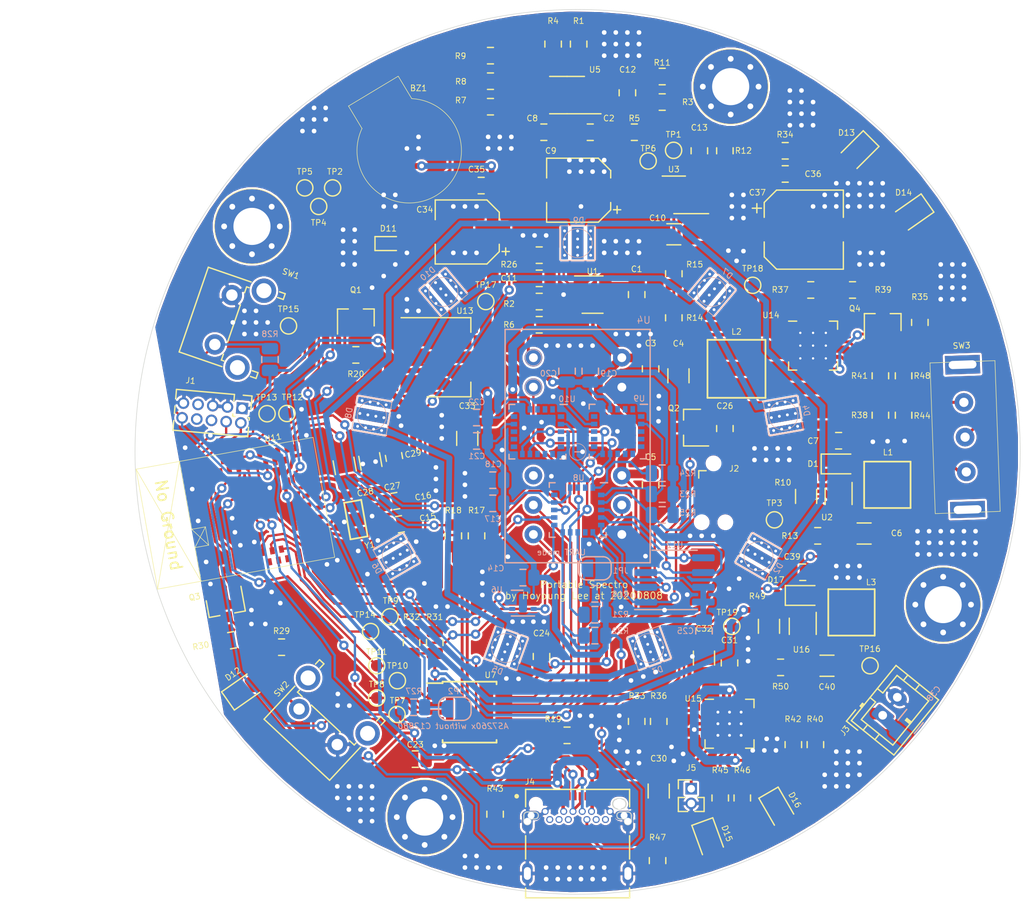
<source format=kicad_pcb>
(kicad_pcb (version 20171130) (host pcbnew 5.1.6+dfsg1-1)
  (layers (0 F.Cu signal) (31 B.Cu signal) (34 B.Paste user) (35 F.Paste user) (36 B.SilkS user) (37 F.SilkS user) (38 B.Mask user) (39 F.Mask user) (44 Edge.Cuts user))
  (net 0 "")
  (net 1 GND)
  (net 2 +5V)
  (net 3 +3V3)
  (net 4 +BATT)
  (net 5 "Net-(C7-Pad1)")
  (net 6 "Net-(C9-Pad1)")
  (net 7 "Net-(C11-Pad2)")
  (net 8 "Net-(C12-Pad1)")
  (net 9 "Net-(C12-Pad2)")
  (net 10 "Net-(C13-Pad1)")
  (net 11 "Net-(C15-Pad2)")
  (net 12 VBUS)
  (net 13 /VLipo)
  (net 14 "Net-(D1-Pad2)")
  (net 15 "Net-(D2-Pad1)")
  (net 16 "Net-(D3-Pad1)")
  (net 17 "Net-(D4-Pad1)")
  (net 18 "Net-(D10-Pad2)")
  (net 19 /SWDIO)
  (net 20 /SWDCLK)
  (net 21 /~RESET)
  (net 22 /D+)
  (net 23 /D-)
  (net 24 "Net-(JP1-Pad2)")
  (net 25 /LBO)
  (net 26 "Net-(R1-Pad2)")
  (net 27 "Net-(R2-Pad2)")
  (net 28 /VIDEO)
  (net 29 "Net-(R4-Pad2)")
  (net 30 "/REF(+4.096V)")
  (net 31 "Net-(R7-Pad2)")
  (net 32 /ADC_SCLK)
  (net 33 /ADC_MISO)
  (net 34 "Net-(R8-Pad2)")
  (net 35 "Net-(R9-Pad2)")
  (net 36 /ADC_CNV)
  (net 37 "Net-(R12-Pad1)")
  (net 38 "Net-(R14-Pad1)")
  (net 39 "Net-(R18-Pad1)")
  (net 40 /C12880_EN)
  (net 41 /~SLV1)
  (net 42 /~SLV2)
  (net 43 /SDA)
  (net 44 /SCL)
  (net 45 "Net-(R38-Pad2)")
  (net 46 /DONE)
  (net 47 /CHRG)
  (net 48 /PWR_UP)
  (net 49 /1MHZ)
  (net 50 /ST)
  (net 51 /TRG)
  (net 52 /EOS)
  (net 53 /UART_RX)
  (net 54 /UART_TX)
  (net 55 /C12880_EOS)
  (net 56 /C12880_TRG)
  (net 57 /C12880_ST)
  (net 58 /C12880_1MHZ)
  (net 59 /FLASH_SCK)
  (net 60 /FLASH_MOSI)
  (net 61 /FLASH_MISO)
  (net 62 /FLASH_~CS)
  (net 63 /~INT)
  (net 64 "Net-(L2-Pad2)")
  (net 65 "Net-(D10-Pad1)")
  (net 66 /ARDUINO_A2)
  (net 67 /P0.10)
  (net 68 /P1.10)
  (net 69 /P0.09)
  (net 70 "Net-(J1-Pad6)")
  (net 71 "Net-(J1-Pad7)")
  (net 72 "Net-(J1-Pad8)")
  (net 73 "Net-(U4-Pad8)")
  (net 74 "Net-(U8-Pad19)")
  (net 75 "Net-(U8-Pad18)")
  (net 76 "Net-(U8-Pad15)")
  (net 77 "Net-(U8-Pad7)")
  (net 78 "Net-(U9-Pad1)")
  (net 79 "Net-(U9-Pad3)")
  (net 80 "Net-(U9-Pad4)")
  (net 81 "Net-(U9-Pad5)")
  (net 82 "Net-(U9-Pad6)")
  (net 83 "Net-(U9-Pad7)")
  (net 84 "Net-(U9-Pad8)")
  (net 85 "Net-(U9-Pad11)")
  (net 86 "Net-(U9-Pad12)")
  (net 87 "Net-(U9-Pad13)")
  (net 88 "Net-(U9-Pad15)")
  (net 89 "Net-(U9-Pad18)")
  (net 90 "Net-(U9-Pad19)")
  (net 91 "Net-(U9-Pad20)")
  (net 92 "Net-(U10-Pad5)")
  (net 93 "Net-(U10-Pad7)")
  (net 94 "Net-(U10-Pad12)")
  (net 95 "Net-(U10-Pad19)")
  (net 96 /ARDUINO_A3)
  (net 97 "Net-(D13-Pad2)")
  (net 98 "Net-(D15-Pad1)")
  (net 99 "Net-(BZ1-Pad2)")
  (net 100 "Net-(C16-Pad2)")
  (net 101 "Net-(D12-Pad1)")
  (net 102 "Net-(D14-Pad2)")
  (net 103 "Net-(D16-Pad1)")
  (net 104 "Net-(Q1-Pad1)")
  (net 105 "Net-(R17-Pad1)")
  (net 106 /BUZZ)
  (net 107 "Net-(U7-Pad6)")
  (net 108 "Net-(U7-Pad9)")
  (net 109 "Net-(U10-Pad1)")
  (net 110 "Net-(U10-Pad3)")
  (net 111 "Net-(U10-Pad4)")
  (net 112 "Net-(U10-Pad6)")
  (net 113 "Net-(U10-Pad8)")
  (net 114 "Net-(U10-Pad11)")
  (net 115 "Net-(U10-Pad13)")
  (net 116 "Net-(U10-Pad15)")
  (net 117 "Net-(U10-Pad18)")
  (net 118 "Net-(U10-Pad20)")
  (net 119 "Net-(U11-Pad5)")
  (net 120 "Net-(U11-Pad7)")
  (net 121 "Net-(U11-Pad12)")
  (net 122 "Net-(U11-Pad14)")
  (net 123 "Net-(U11-Pad16)")
  (net 124 "Net-(U11-Pad19)")
  (net 125 "Net-(U11-Pad23)")
  (net 126 "Net-(U11-Pad25)")
  (net 127 "Net-(U11-Pad26)")
  (net 128 "Net-(U11-Pad29)")
  (net 129 "Net-(U11-Pad31)")
  (net 130 "Net-(U11-Pad36)")
  (net 131 "Net-(U11-Pad37)")
  (net 132 "Net-(U11-Pad38)")
  (net 133 "Net-(U11-Pad47)")
  (net 134 "Net-(U11-Pad48)")
  (net 135 "Net-(U11-Pad49)")
  (net 136 "Net-(U11-Pad56)")
  (net 137 "Net-(U11-Pad57)")
  (net 138 "Net-(U11-Pad58)")
  (net 139 "Net-(U11-Pad59)")
  (net 140 "Net-(U14-Pad2)")
  (net 141 "Net-(U15-Pad6)")
  (net 142 "Net-(U6-Pad5)")
  (net 143 "Net-(R33-Pad1)")
  (net 144 "Net-(R37-Pad2)")
  (net 145 "Net-(R40-Pad1)")
  (net 146 "Net-(R42-Pad1)")
  (net 147 "Net-(R44-Pad2)")
  (net 148 "Net-(R48-Pad1)")
  (net 149 "Net-(C26-Pad2)")
  (net 150 "Net-(J4-PadA2)")
  (net 151 "Net-(J4-PadA3)")
  (net 152 "Net-(J4-PadA5)")
  (net 153 "Net-(J4-PadA8)")
  (net 154 "Net-(J4-PadA10)")
  (net 155 "Net-(J4-PadA11)")
  (net 156 "Net-(J4-PadB8)")
  (net 157 "Net-(J4-PadB10)")
  (net 158 "Net-(J4-PadB11)")
  (net 159 "Net-(J4-PadB5)")
  (net 160 "Net-(J4-PadB3)")
  (net 161 "Net-(J4-PadB2)")
  (net 162 "Net-(J5-Pad1)")
  (net 163 "Net-(Q3-Pad3)")
  (net 164 "Net-(Q4-Pad2)")
  (net 165 "Net-(U11-Pad4)")
  (net 166 "Net-(U11-Pad6)")
  (net 167 "Net-(U11-Pad8)")
  (net 168 "Net-(U11-Pad10)")
  (net 169 "Net-(C39-Pad1)")
  (net 170 "Net-(D6-Pad1)")
  (net 171 "Net-(D17-Pad2)")
  (net 172 /BNIR)
  (net 173 /VIS)
  (net 174 "Net-(D5-Pad2)")
  (net 175 "Net-(D6-Pad2)")
  (net 176 "Net-(D3-Pad2)")
  (net 177 /ASx_SCL)
  (net 178 /ASx_SDA)
  (net 179 /~ASx_RST)
  (module Connector_PinHeader_1.27mm:PinHeader_2x05_P1.27mm_Vertical (layer F.Cu) (at 191.8 68.4 265)
    (fp_text reference J1 (at -1.983972 4.630535 175) (layer F.SilkS) (effects (font (size 0.5 0.5) (thickness 0.07))))
    (fp_text value ARM_JTAG_SWD_10)
    (pad 1 thru_hole rect (at 0 0 265) (size 1 1) (drill 0.65) (layers *.Cu *.Mask) (net 3 +3V3))
    (pad 2 thru_hole oval (at 1.27 0 265) (size 1 1) (drill 0.65) (layers *.Cu *.Mask) (net 19 /SWDIO))
    (pad 3 thru_hole oval (at 0 1.27 265) (size 1 1) (drill 0.65) (layers *.Cu *.Mask) (net 1 GND))
    (pad 4 thru_hole oval (at 1.27 1.27 265) (size 1 1) (drill 0.65) (layers *.Cu *.Mask) (net 20 /SWDCLK))
    (pad 5 thru_hole oval (at 0 2.540001 265) (size 1 1) (drill 0.65) (layers *.Cu *.Mask) (net 1 GND))
    (pad 6 thru_hole oval (at 1.27 2.54 265) (size 1 1) (drill 0.65) (layers *.Cu *.Mask) (net 70 "Net-(J1-Pad6)"))
    (pad 7 thru_hole oval (at 0 3.81 265) (size 1 1) (drill 0.65) (layers *.Cu *.Mask) (net 71 "Net-(J1-Pad7)"))
    (pad 8 thru_hole oval (at 1.27 3.81 265) (size 1 1) (drill 0.65) (layers *.Cu *.Mask) (net 72 "Net-(J1-Pad8)"))
    (pad 9 thru_hole oval (at 0 5.08 265) (size 1 1) (drill 0.65) (layers *.Cu *.Mask) (net 1 GND))
    (pad 10 thru_hole oval (at 1.27 5.08 265) (size 1 1) (drill 0.65) (layers *.Cu *.Mask) (net 21 /~RESET))
  )
  (module OSRAM:LED-GWCSSRM2.CM_OSRAM-thermalvia (layer B.Cu) (at 226.87 89.08 200)
    (fp_text reference D3 (at -0.029297 -2.053885 20) (layer B.SilkS) (effects (font (size 0.5 0.5) (thickness 0.07)) (justify mirror)))
    (fp_text value SFH4736)
    (pad 2 smd rect (at 1.125 0 200) (size 0.55 2.8) (layers F.Cu) (net 176 "Net-(D3-Pad2)"))
    (pad 3 smd rect (at 0 0 200) (size 1 2.8) (layers B.Cu B.Mask))
    (pad 1 smd rect (at -1.125 0 200) (size 0.55 2.8) (layers B.Cu B.Mask) (net 16 "Net-(D3-Pad1)"))
    (pad 2 thru_hole circle (at 1.125 1.05 200) (size 0.5 0.5) (drill 0.25) (layers *.Cu) (net 176 "Net-(D3-Pad2)"))
    (pad 2 thru_hole circle (at 1.125 -1.05 200) (size 0.5 0.5) (drill 0.25) (layers *.Cu) (net 176 "Net-(D3-Pad2)"))
    (pad 2 thru_hole circle (at 1.125 0.35 200) (size 0.5 0.5) (drill 0.25) (layers *.Cu) (net 176 "Net-(D3-Pad2)"))
    (pad 2 thru_hole circle (at 1.125 -0.35 200) (size 0.5 0.5) (drill 0.25) (layers *.Cu) (net 176 "Net-(D3-Pad2)"))
    (pad 3 thru_hole circle (at 0 1.05 200) (size 0.5 0.5) (drill 0.25) (layers *.Cu))
    (pad 3 thru_hole circle (at 0 -1.05 200) (size 0.5 0.5) (drill 0.25) (layers *.Cu))
    (pad 3 thru_hole circle (at 0 0.35 200) (size 0.5 0.5) (drill 0.25) (layers *.Cu))
    (pad 3 thru_hole circle (at 0 -0.35 200) (size 0.5 0.5) (drill 0.25) (layers *.Cu))
    (pad 1 thru_hole circle (at -1.125 -1.05 200) (size 0.5 0.5) (drill 0.25) (layers *.Cu) (net 16 "Net-(D3-Pad1)"))
    (pad 1 thru_hole circle (at -1.125 -0.35 200) (size 0.5 0.5) (drill 0.25) (layers *.Cu) (net 16 "Net-(D3-Pad1)"))
    (pad 1 thru_hole circle (at -1.125 0.35 200) (size 0.5 0.5) (drill 0.25) (layers *.Cu) (net 16 "Net-(D3-Pad1)"))
    (pad 1 thru_hole circle (at -1.125 1.05 200) (size 0.5 0.5) (drill 0.25) (layers *.Cu) (net 16 "Net-(D3-Pad1)"))
    (pad 1 smd rect (at -1.125 0 200) (size 0.55 2.8) (layers F.Cu) (net 16 "Net-(D3-Pad1)"))
    (pad 2 smd rect (at 1.125 0 200) (size 0.55 2.8) (layers B.Cu B.Mask) (net 176 "Net-(D3-Pad2)"))
    (pad 3 smd rect (at 0 0 200) (size 1 2.8) (layers F.Cu))
  )
  (module OSRAM:LED-GWCSSRM2.CM_OSRAM-thermalvia (layer B.Cu) (at 209.14 58.37 40)
    (fp_text reference D10 (at -0.017323 -2.064025 40) (layer B.SilkS) (effects (font (size 0.5 0.5) (thickness 0.07)) (justify mirror)))
    (fp_text value SFH4736)
    (pad 2 smd rect (at 1.125 0 40) (size 0.55 2.8) (layers F.Cu) (net 18 "Net-(D10-Pad2)"))
    (pad 3 smd rect (at 0 0 40) (size 1 2.8) (layers B.Cu B.Mask))
    (pad 1 smd rect (at -1.125 0 40) (size 0.55 2.8) (layers B.Cu B.Mask) (net 65 "Net-(D10-Pad1)"))
    (pad 2 thru_hole circle (at 1.125 1.05 40) (size 0.5 0.5) (drill 0.25) (layers *.Cu) (net 18 "Net-(D10-Pad2)"))
    (pad 2 thru_hole circle (at 1.125 -1.05 40) (size 0.5 0.5) (drill 0.25) (layers *.Cu) (net 18 "Net-(D10-Pad2)"))
    (pad 2 thru_hole circle (at 1.125 0.35 40) (size 0.5 0.5) (drill 0.25) (layers *.Cu) (net 18 "Net-(D10-Pad2)"))
    (pad 2 thru_hole circle (at 1.125 -0.35 40) (size 0.5 0.5) (drill 0.25) (layers *.Cu) (net 18 "Net-(D10-Pad2)"))
    (pad 3 thru_hole circle (at 0 1.05 40) (size 0.5 0.5) (drill 0.25) (layers *.Cu))
    (pad 3 thru_hole circle (at 0 -1.05 40) (size 0.5 0.5) (drill 0.25) (layers *.Cu))
    (pad 3 thru_hole circle (at 0 0.35 40) (size 0.5 0.5) (drill 0.25) (layers *.Cu))
    (pad 3 thru_hole circle (at 0 -0.35 40) (size 0.5 0.5) (drill 0.25) (layers *.Cu))
    (pad 1 thru_hole circle (at -1.125 -1.05 40) (size 0.5 0.5) (drill 0.25) (layers *.Cu) (net 65 "Net-(D10-Pad1)"))
    (pad 1 thru_hole circle (at -1.125 -0.35 40) (size 0.5 0.5) (drill 0.25) (layers *.Cu) (net 65 "Net-(D10-Pad1)"))
    (pad 1 thru_hole circle (at -1.125 0.35 40) (size 0.5 0.5) (drill 0.25) (layers *.Cu) (net 65 "Net-(D10-Pad1)"))
    (pad 1 thru_hole circle (at -1.125 1.05 40) (size 0.5 0.5) (drill 0.25) (layers *.Cu) (net 65 "Net-(D10-Pad1)"))
    (pad 1 smd rect (at -1.125 0 40) (size 0.55 2.8) (layers F.Cu) (net 65 "Net-(D10-Pad1)"))
    (pad 2 smd rect (at 1.125 0 40) (size 0.55 2.8) (layers B.Cu B.Mask) (net 18 "Net-(D10-Pad2)"))
    (pad 3 smd rect (at 0 0 40) (size 1 2.8) (layers F.Cu))
  )
  (module OSRAM:LED-GWCSSRM2.CM_OSRAM-thermalvia (layer B.Cu) (at 238.44 69.03 280)
    (fp_text reference D4 (at -0.083117 -2.004892 100) (layer B.SilkS) (effects (font (size 0.5 0.5) (thickness 0.07)) (justify mirror)))
    (fp_text value SFH4736)
    (pad 2 smd rect (at 1.125 0 280) (size 0.55 2.8) (layers F.Cu) (net 5 "Net-(C7-Pad1)"))
    (pad 3 smd rect (at 0 0 280) (size 1 2.8) (layers B.Cu B.Mask))
    (pad 1 smd rect (at -1.125 0 280) (size 0.55 2.8) (layers B.Cu B.Mask) (net 17 "Net-(D4-Pad1)"))
    (pad 2 thru_hole circle (at 1.125 1.05 280) (size 0.5 0.5) (drill 0.25) (layers *.Cu) (net 5 "Net-(C7-Pad1)"))
    (pad 2 thru_hole circle (at 1.125 -1.05 280) (size 0.5 0.5) (drill 0.25) (layers *.Cu) (net 5 "Net-(C7-Pad1)"))
    (pad 2 thru_hole circle (at 1.125 0.35 280) (size 0.5 0.5) (drill 0.25) (layers *.Cu) (net 5 "Net-(C7-Pad1)"))
    (pad 2 thru_hole circle (at 1.125 -0.35 280) (size 0.5 0.5) (drill 0.25) (layers *.Cu) (net 5 "Net-(C7-Pad1)"))
    (pad 3 thru_hole circle (at 0 1.05 280) (size 0.5 0.5) (drill 0.25) (layers *.Cu))
    (pad 3 thru_hole circle (at 0 -1.05 280) (size 0.5 0.5) (drill 0.25) (layers *.Cu))
    (pad 3 thru_hole circle (at 0 0.35 280) (size 0.5 0.5) (drill 0.25) (layers *.Cu))
    (pad 3 thru_hole circle (at 0 -0.35 280) (size 0.5 0.5) (drill 0.25) (layers *.Cu))
    (pad 1 thru_hole circle (at -1.125 -1.05 280) (size 0.5 0.5) (drill 0.25) (layers *.Cu) (net 17 "Net-(D4-Pad1)"))
    (pad 1 thru_hole circle (at -1.125 -0.35 280) (size 0.5 0.5) (drill 0.25) (layers *.Cu) (net 17 "Net-(D4-Pad1)"))
    (pad 1 thru_hole circle (at -1.125 0.35 280) (size 0.5 0.5) (drill 0.25) (layers *.Cu) (net 17 "Net-(D4-Pad1)"))
    (pad 1 thru_hole circle (at -1.125 1.05 280) (size 0.5 0.5) (drill 0.25) (layers *.Cu) (net 17 "Net-(D4-Pad1)"))
    (pad 1 smd rect (at -1.125 0 280) (size 0.55 2.8) (layers F.Cu) (net 17 "Net-(D4-Pad1)"))
    (pad 2 smd rect (at 1.125 0 280) (size 0.55 2.8) (layers B.Cu B.Mask) (net 5 "Net-(C7-Pad1)"))
    (pad 3 smd rect (at 0 0 280) (size 1 2.8) (layers F.Cu))
  )
  (module OSRAM:LED-GWCSSRM2.CM_OSRAM-thermalvia (layer B.Cu) (at 232.28 58.37 320)
    (fp_text reference D7 (at 0.002002 -2.051169 140) (layer B.SilkS) (effects (font (size 0.5 0.5) (thickness 0.07)) (justify mirror)))
    (fp_text value SFH4736)
    (pad 2 smd rect (at 1.125 0 320) (size 0.55 2.8) (layers F.Cu) (net 17 "Net-(D4-Pad1)"))
    (pad 3 smd rect (at 0 0 320) (size 1 2.8) (layers B.Cu B.Mask))
    (pad 1 smd rect (at -1.125 0 320) (size 0.55 2.8) (layers B.Cu B.Mask) (net 18 "Net-(D10-Pad2)"))
    (pad 2 thru_hole circle (at 1.125 1.05 320) (size 0.5 0.5) (drill 0.25) (layers *.Cu) (net 17 "Net-(D4-Pad1)"))
    (pad 2 thru_hole circle (at 1.125 -1.05 320) (size 0.5 0.5) (drill 0.25) (layers *.Cu) (net 17 "Net-(D4-Pad1)"))
    (pad 2 thru_hole circle (at 1.125 0.35 320) (size 0.5 0.5) (drill 0.25) (layers *.Cu) (net 17 "Net-(D4-Pad1)"))
    (pad 2 thru_hole circle (at 1.125 -0.35 320) (size 0.5 0.5) (drill 0.25) (layers *.Cu) (net 17 "Net-(D4-Pad1)"))
    (pad 3 thru_hole circle (at 0 1.05 320) (size 0.5 0.5) (drill 0.25) (layers *.Cu))
    (pad 3 thru_hole circle (at 0 -1.05 320) (size 0.5 0.5) (drill 0.25) (layers *.Cu))
    (pad 3 thru_hole circle (at 0 0.35 320) (size 0.5 0.5) (drill 0.25) (layers *.Cu))
    (pad 3 thru_hole circle (at 0 -0.35 320) (size 0.5 0.5) (drill 0.25) (layers *.Cu))
    (pad 1 thru_hole circle (at -1.125 -1.05 320) (size 0.5 0.5) (drill 0.25) (layers *.Cu) (net 18 "Net-(D10-Pad2)"))
    (pad 1 thru_hole circle (at -1.125 -0.35 320) (size 0.5 0.5) (drill 0.25) (layers *.Cu) (net 18 "Net-(D10-Pad2)"))
    (pad 1 thru_hole circle (at -1.125 0.35 320) (size 0.5 0.5) (drill 0.25) (layers *.Cu) (net 18 "Net-(D10-Pad2)"))
    (pad 1 thru_hole circle (at -1.125 1.05 320) (size 0.5 0.5) (drill 0.25) (layers *.Cu) (net 18 "Net-(D10-Pad2)"))
    (pad 1 smd rect (at -1.125 0 320) (size 0.55 2.8) (layers F.Cu) (net 18 "Net-(D10-Pad2)"))
    (pad 2 smd rect (at 1.125 0 320) (size 0.55 2.8) (layers B.Cu B.Mask) (net 17 "Net-(D4-Pad1)"))
    (pad 3 smd rect (at 0 0 320) (size 1 2.8) (layers F.Cu))
  )
  (module OSRAM:LED-GWCSSRM2.CM_OSRAM-thermalvia (layer B.Cu) (at 214.552846 89.075227 160)
    (fp_text reference D5 (at 0.049133 -2.066183 160) (layer B.SilkS) (effects (font (size 0.5 0.5) (thickness 0.07)) (justify mirror)))
    (fp_text value SFH4736)
    (pad 2 smd rect (at 1.125 0 160) (size 0.55 2.8) (layers F.Cu) (net 174 "Net-(D5-Pad2)"))
    (pad 3 smd rect (at 0 0 160) (size 1 2.8) (layers B.Cu B.Mask))
    (pad 1 smd rect (at -1.125 0 160) (size 0.55 2.8) (layers B.Cu B.Mask) (net 176 "Net-(D3-Pad2)"))
    (pad 2 thru_hole circle (at 1.125 1.05 160) (size 0.5 0.5) (drill 0.25) (layers *.Cu) (net 174 "Net-(D5-Pad2)"))
    (pad 2 thru_hole circle (at 1.125 -1.05 160) (size 0.5 0.5) (drill 0.25) (layers *.Cu) (net 174 "Net-(D5-Pad2)"))
    (pad 2 thru_hole circle (at 1.125 0.35 160) (size 0.5 0.5) (drill 0.25) (layers *.Cu) (net 174 "Net-(D5-Pad2)"))
    (pad 2 thru_hole circle (at 1.125 -0.35 160) (size 0.5 0.5) (drill 0.25) (layers *.Cu) (net 174 "Net-(D5-Pad2)"))
    (pad 3 thru_hole circle (at 0 1.05 160) (size 0.5 0.5) (drill 0.25) (layers *.Cu))
    (pad 3 thru_hole circle (at 0 -1.05 160) (size 0.5 0.5) (drill 0.25) (layers *.Cu))
    (pad 3 thru_hole circle (at 0 0.35 160) (size 0.5 0.5) (drill 0.25) (layers *.Cu))
    (pad 3 thru_hole circle (at 0 -0.35 160) (size 0.5 0.5) (drill 0.25) (layers *.Cu))
    (pad 1 thru_hole circle (at -1.125 -1.05 160) (size 0.5 0.5) (drill 0.25) (layers *.Cu) (net 176 "Net-(D3-Pad2)"))
    (pad 1 thru_hole circle (at -1.125 -0.35 160) (size 0.5 0.5) (drill 0.25) (layers *.Cu) (net 176 "Net-(D3-Pad2)"))
    (pad 1 thru_hole circle (at -1.125 0.35 160) (size 0.5 0.5) (drill 0.25) (layers *.Cu) (net 176 "Net-(D3-Pad2)"))
    (pad 1 thru_hole circle (at -1.125 1.05 160) (size 0.5 0.5) (drill 0.25) (layers *.Cu) (net 176 "Net-(D3-Pad2)"))
    (pad 1 smd rect (at -1.125 0 160) (size 0.55 2.8) (layers F.Cu) (net 176 "Net-(D3-Pad2)"))
    (pad 2 smd rect (at 1.125 0 160) (size 0.55 2.8) (layers B.Cu B.Mask) (net 174 "Net-(D5-Pad2)"))
    (pad 3 smd rect (at 0 0 160) (size 1 2.8) (layers F.Cu))
  )
  (module OSRAM:LED-GWCSSRM2.CM_OSRAM-thermalvia (layer B.Cu) (at 202.98 69.03 80)
    (fp_text reference D8 (at -0.117318 -1.989858 80) (layer B.SilkS) (effects (font (size 0.5 0.5) (thickness 0.07)) (justify mirror)))
    (fp_text value SFH4736)
    (pad 2 smd rect (at 1.125 0 80) (size 0.55 2.8) (layers F.Cu) (net 65 "Net-(D10-Pad1)"))
    (pad 3 smd rect (at 0 0 80) (size 1 2.8) (layers B.Cu B.Mask))
    (pad 1 smd rect (at -1.125 0 80) (size 0.55 2.8) (layers B.Cu B.Mask) (net 174 "Net-(D5-Pad2)"))
    (pad 2 thru_hole circle (at 1.125 1.05 80) (size 0.5 0.5) (drill 0.25) (layers *.Cu) (net 65 "Net-(D10-Pad1)"))
    (pad 2 thru_hole circle (at 1.125 -1.05 80) (size 0.5 0.5) (drill 0.25) (layers *.Cu) (net 65 "Net-(D10-Pad1)"))
    (pad 2 thru_hole circle (at 1.125 0.35 80) (size 0.5 0.5) (drill 0.25) (layers *.Cu) (net 65 "Net-(D10-Pad1)"))
    (pad 2 thru_hole circle (at 1.125 -0.35 80) (size 0.5 0.5) (drill 0.25) (layers *.Cu) (net 65 "Net-(D10-Pad1)"))
    (pad 3 thru_hole circle (at 0 1.05 80) (size 0.5 0.5) (drill 0.25) (layers *.Cu))
    (pad 3 thru_hole circle (at 0 -1.05 80) (size 0.5 0.5) (drill 0.25) (layers *.Cu))
    (pad 3 thru_hole circle (at 0 0.35 80) (size 0.5 0.5) (drill 0.25) (layers *.Cu))
    (pad 3 thru_hole circle (at 0 -0.35 80) (size 0.5 0.5) (drill 0.25) (layers *.Cu))
    (pad 1 thru_hole circle (at -1.125 -1.05 80) (size 0.5 0.5) (drill 0.25) (layers *.Cu) (net 174 "Net-(D5-Pad2)"))
    (pad 1 thru_hole circle (at -1.125 -0.35 80) (size 0.5 0.5) (drill 0.25) (layers *.Cu) (net 174 "Net-(D5-Pad2)"))
    (pad 1 thru_hole circle (at -1.125 0.35 80) (size 0.5 0.5) (drill 0.25) (layers *.Cu) (net 174 "Net-(D5-Pad2)"))
    (pad 1 thru_hole circle (at -1.125 1.05 80) (size 0.5 0.5) (drill 0.25) (layers *.Cu) (net 174 "Net-(D5-Pad2)"))
    (pad 1 smd rect (at -1.125 0 80) (size 0.55 2.8) (layers F.Cu) (net 174 "Net-(D5-Pad2)"))
    (pad 2 smd rect (at 1.125 0 80) (size 0.55 2.8) (layers B.Cu B.Mask) (net 65 "Net-(D10-Pad1)"))
    (pad 3 smd rect (at 0 0 80) (size 1 2.8) (layers F.Cu))
  )
  (module OSRAM:LED-GWCSSRM2.CM_OSRAM-thermalvia (layer B.Cu) (at 236.302132 81.1575 240)
    (fp_text reference D2 (at 0.053897 -1.991647 240) (layer B.SilkS) (effects (font (size 0.5 0.5) (thickness 0.07)) (justify mirror)))
    (fp_text value GWCSSRM2.CM)
    (pad 2 smd rect (at 1.125 0 240) (size 0.55 2.8) (layers F.Cu) (net 169 "Net-(C39-Pad1)"))
    (pad 3 smd rect (at 0 0 240) (size 1 2.8) (layers B.Cu B.Mask))
    (pad 1 smd rect (at -1.125 0 240) (size 0.55 2.8) (layers B.Cu B.Mask) (net 15 "Net-(D2-Pad1)"))
    (pad 2 thru_hole circle (at 1.125 1.05 240) (size 0.5 0.5) (drill 0.25) (layers *.Cu) (net 169 "Net-(C39-Pad1)"))
    (pad 2 thru_hole circle (at 1.125 -1.05 240) (size 0.5 0.5) (drill 0.25) (layers *.Cu) (net 169 "Net-(C39-Pad1)"))
    (pad 2 thru_hole circle (at 1.125 0.35 240) (size 0.5 0.5) (drill 0.25) (layers *.Cu) (net 169 "Net-(C39-Pad1)"))
    (pad 2 thru_hole circle (at 1.125 -0.35 240) (size 0.5 0.5) (drill 0.25) (layers *.Cu) (net 169 "Net-(C39-Pad1)"))
    (pad 3 thru_hole circle (at 0 1.05 240) (size 0.5 0.5) (drill 0.25) (layers *.Cu))
    (pad 3 thru_hole circle (at 0 -1.05 240) (size 0.5 0.5) (drill 0.25) (layers *.Cu))
    (pad 3 thru_hole circle (at 0 0.35 240) (size 0.5 0.5) (drill 0.25) (layers *.Cu))
    (pad 3 thru_hole circle (at 0 -0.35 240) (size 0.5 0.5) (drill 0.25) (layers *.Cu))
    (pad 1 thru_hole circle (at -1.125 -1.05 240) (size 0.5 0.5) (drill 0.25) (layers *.Cu) (net 15 "Net-(D2-Pad1)"))
    (pad 1 thru_hole circle (at -1.125 -0.35 240) (size 0.5 0.5) (drill 0.25) (layers *.Cu) (net 15 "Net-(D2-Pad1)"))
    (pad 1 thru_hole circle (at -1.125 0.35 240) (size 0.5 0.5) (drill 0.25) (layers *.Cu) (net 15 "Net-(D2-Pad1)"))
    (pad 1 thru_hole circle (at -1.125 1.05 240) (size 0.5 0.5) (drill 0.25) (layers *.Cu) (net 15 "Net-(D2-Pad1)"))
    (pad 1 smd rect (at -1.125 0 240) (size 0.55 2.8) (layers F.Cu) (net 15 "Net-(D2-Pad1)"))
    (pad 2 smd rect (at 1.125 0 240) (size 0.55 2.8) (layers B.Cu B.Mask) (net 169 "Net-(C39-Pad1)"))
    (pad 3 smd rect (at 0 0 240) (size 1 2.8) (layers F.Cu))
  )
  (module OSRAM:LED-GWCSSRM2.CM_OSRAM-thermalvia (layer B.Cu) (at 220.71 54.16)
    (fp_text reference D9 (at 0.09 -1.96) (layer B.SilkS) (effects (font (size 0.5 0.5) (thickness 0.07)) (justify mirror)))
    (fp_text value GWCSSRM2.CM)
    (pad 2 smd rect (at 1.125 0) (size 0.55 2.8) (layers F.Cu) (net 15 "Net-(D2-Pad1)"))
    (pad 3 smd rect (at 0 0) (size 1 2.8) (layers B.Cu B.Mask))
    (pad 1 smd rect (at -1.125 0) (size 0.55 2.8) (layers B.Cu B.Mask) (net 175 "Net-(D6-Pad2)"))
    (pad 2 thru_hole circle (at 1.125 1.05) (size 0.5 0.5) (drill 0.25) (layers *.Cu) (net 15 "Net-(D2-Pad1)"))
    (pad 2 thru_hole circle (at 1.125 -1.05) (size 0.5 0.5) (drill 0.25) (layers *.Cu) (net 15 "Net-(D2-Pad1)"))
    (pad 2 thru_hole circle (at 1.125 0.35) (size 0.5 0.5) (drill 0.25) (layers *.Cu) (net 15 "Net-(D2-Pad1)"))
    (pad 2 thru_hole circle (at 1.125 -0.35) (size 0.5 0.5) (drill 0.25) (layers *.Cu) (net 15 "Net-(D2-Pad1)"))
    (pad 3 thru_hole circle (at 0 1.05) (size 0.5 0.5) (drill 0.25) (layers *.Cu))
    (pad 3 thru_hole circle (at 0 -1.05) (size 0.5 0.5) (drill 0.25) (layers *.Cu))
    (pad 3 thru_hole circle (at 0 0.35) (size 0.5 0.5) (drill 0.25) (layers *.Cu))
    (pad 3 thru_hole circle (at 0 -0.35) (size 0.5 0.5) (drill 0.25) (layers *.Cu))
    (pad 1 thru_hole circle (at -1.125 -1.05) (size 0.5 0.5) (drill 0.25) (layers *.Cu) (net 175 "Net-(D6-Pad2)"))
    (pad 1 thru_hole circle (at -1.125 -0.35) (size 0.5 0.5) (drill 0.25) (layers *.Cu) (net 175 "Net-(D6-Pad2)"))
    (pad 1 thru_hole circle (at -1.125 0.35) (size 0.5 0.5) (drill 0.25) (layers *.Cu) (net 175 "Net-(D6-Pad2)"))
    (pad 1 thru_hole circle (at -1.125 1.05) (size 0.5 0.5) (drill 0.25) (layers *.Cu) (net 175 "Net-(D6-Pad2)"))
    (pad 1 smd rect (at -1.125 0) (size 0.55 2.8) (layers F.Cu) (net 175 "Net-(D6-Pad2)"))
    (pad 2 smd rect (at 1.125 0) (size 0.55 2.8) (layers B.Cu B.Mask) (net 15 "Net-(D2-Pad1)"))
    (pad 3 smd rect (at 0 0) (size 1 2.8) (layers F.Cu))
  )
  (module OSRAM:LED-GWCSSRM2.CM_OSRAM-thermalvia (layer B.Cu) (at 205.12 81.162628 120)
    (fp_text reference D6 (at -0.038391 -2.00825 120) (layer B.SilkS) (effects (font (size 0.5 0.5) (thickness 0.07)) (justify mirror)))
    (fp_text value GWCSSRM2.CM)
    (pad 2 smd rect (at 1.125 0 120) (size 0.55 2.8) (layers F.Cu) (net 175 "Net-(D6-Pad2)"))
    (pad 3 smd rect (at 0 0 120) (size 1 2.8) (layers B.Cu B.Mask))
    (pad 1 smd rect (at -1.125 0 120) (size 0.55 2.8) (layers B.Cu B.Mask) (net 170 "Net-(D6-Pad1)"))
    (pad 2 thru_hole circle (at 1.125 1.05 120) (size 0.5 0.5) (drill 0.25) (layers *.Cu) (net 175 "Net-(D6-Pad2)"))
    (pad 2 thru_hole circle (at 1.125 -1.05 120) (size 0.5 0.5) (drill 0.25) (layers *.Cu) (net 175 "Net-(D6-Pad2)"))
    (pad 2 thru_hole circle (at 1.125 0.35 120) (size 0.5 0.5) (drill 0.25) (layers *.Cu) (net 175 "Net-(D6-Pad2)"))
    (pad 2 thru_hole circle (at 1.125 -0.35 120) (size 0.5 0.5) (drill 0.25) (layers *.Cu) (net 175 "Net-(D6-Pad2)"))
    (pad 3 thru_hole circle (at 0 1.05 120) (size 0.5 0.5) (drill 0.25) (layers *.Cu))
    (pad 3 thru_hole circle (at 0 -1.05 120) (size 0.5 0.5) (drill 0.25) (layers *.Cu))
    (pad 3 thru_hole circle (at 0 0.35 120) (size 0.5 0.5) (drill 0.25) (layers *.Cu))
    (pad 3 thru_hole circle (at 0 -0.35 120) (size 0.5 0.5) (drill 0.25) (layers *.Cu))
    (pad 1 thru_hole circle (at -1.125 -1.05 120) (size 0.5 0.5) (drill 0.25) (layers *.Cu) (net 170 "Net-(D6-Pad1)"))
    (pad 1 thru_hole circle (at -1.125 -0.35 120) (size 0.5 0.5) (drill 0.25) (layers *.Cu) (net 170 "Net-(D6-Pad1)"))
    (pad 1 thru_hole circle (at -1.125 0.35 120) (size 0.5 0.5) (drill 0.25) (layers *.Cu) (net 170 "Net-(D6-Pad1)"))
    (pad 1 thru_hole circle (at -1.125 1.05 120) (size 0.5 0.5) (drill 0.25) (layers *.Cu) (net 170 "Net-(D6-Pad1)"))
    (pad 1 smd rect (at -1.125 0 120) (size 0.55 2.8) (layers F.Cu) (net 170 "Net-(D6-Pad1)"))
    (pad 2 smd rect (at 1.125 0 120) (size 0.55 2.8) (layers B.Cu B.Mask) (net 175 "Net-(D6-Pad2)"))
    (pad 3 smd rect (at 0 0 120) (size 1 2.8) (layers F.Cu))
  )
  (module Package_DFN_QFN:QFN-20-1EP_4x4mm_P0.5mm_EP2.5x2.5mm (layer F.Cu) (at 233.8 95.6)
    (fp_text reference U15 (at -3.13 -2.17) (layer F.SilkS) (effects (font (size 0.5 0.5) (thickness 0.07))))
    (fp_text value MCP73871-2CC)
    (pad 21 smd roundrect (at 0 0) (size 2.5 2.5) (layers F.Cu F.Mask) (roundrect_rratio 0.1) (net 1 GND))
    (pad 1 smd roundrect (at -1.9375 -1) (size 0.825 0.25) (layers F.Cu F.Paste F.Mask) (net 4 +BATT))
    (pad 2 smd roundrect (at -1.9375 -0.5) (size 0.825 0.25) (layers F.Cu F.Paste F.Mask) (net 143 "Net-(R33-Pad1)"))
    (pad 3 smd roundrect (at -1.9375 0) (size 0.825 0.25) (layers F.Cu F.Paste F.Mask) (net 12 VBUS))
    (pad 4 smd roundrect (at -1.9375 0.5) (size 0.825 0.25) (layers F.Cu F.Paste F.Mask) (net 12 VBUS))
    (pad 5 smd roundrect (at -1.9375 1) (size 0.825 0.25) (layers F.Cu F.Paste F.Mask) (net 162 "Net-(J5-Pad1)"))
    (pad 6 smd roundrect (at -1 1.9375) (size 0.25 0.825) (layers F.Cu F.Paste F.Mask) (net 141 "Net-(U15-Pad6)"))
    (pad 7 smd roundrect (at -0.5 1.9375) (size 0.25 0.825) (layers F.Cu F.Paste F.Mask) (net 46 /DONE))
    (pad 8 smd roundrect (at 0 1.9375) (size 0.25 0.825) (layers F.Cu F.Paste F.Mask) (net 47 /CHRG))
    (pad 9 smd roundrect (at 0.5 1.9375) (size 0.25 0.825) (layers F.Cu F.Paste F.Mask) (net 12 VBUS))
    (pad 10 smd roundrect (at 1 1.9375) (size 0.25 0.825) (layers F.Cu F.Paste F.Mask) (net 1 GND))
    (pad 11 smd roundrect (at 1.9375 1) (size 0.825 0.25) (layers F.Cu F.Paste F.Mask) (net 1 GND))
    (pad 12 smd roundrect (at 1.9375 0.5) (size 0.825 0.25) (layers F.Cu F.Paste F.Mask) (net 146 "Net-(R42-Pad1)"))
    (pad 13 smd roundrect (at 1.9375 0) (size 0.825 0.25) (layers F.Cu F.Paste F.Mask) (net 145 "Net-(R40-Pad1)"))
    (pad 14 smd roundrect (at 1.9375 -0.5) (size 0.825 0.25) (layers F.Cu F.Paste F.Mask) (net 13 /VLipo))
    (pad 15 smd roundrect (at 1.9375 -1) (size 0.825 0.25) (layers F.Cu F.Paste F.Mask) (net 13 /VLipo))
    (pad 16 smd roundrect (at 1 -1.9375) (size 0.25 0.825) (layers F.Cu F.Paste F.Mask) (net 13 /VLipo))
    (pad 17 smd roundrect (at 0.5 -1.9375) (size 0.25 0.825) (layers F.Cu F.Paste F.Mask) (net 12 VBUS))
    (pad 18 smd roundrect (at 0 -1.9375) (size 0.25 0.825) (layers F.Cu F.Paste F.Mask) (net 12 VBUS))
    (pad 19 smd roundrect (at -0.5 -1.9375) (size 0.25 0.825) (layers F.Cu F.Paste F.Mask) (net 12 VBUS))
    (pad 20 smd roundrect (at -1 -1.9375) (size 0.25 0.825) (layers F.Cu F.Paste F.Mask) (net 4 +BATT))
    (pad 21 thru_hole circle (at -1 -1) (size 0.5 0.5) (drill 0.25) (layers *.Cu F.Mask) (net 1 GND))
    (pad 21 thru_hole circle (at 0 0) (size 0.5 0.5) (drill 0.25) (layers *.Cu F.Mask) (net 1 GND))
    (pad 21 thru_hole circle (at 0 -1) (size 0.5 0.5) (drill 0.25) (layers *.Cu F.Mask) (net 1 GND))
    (pad 21 thru_hole circle (at 1 -1) (size 0.5 0.5) (drill 0.25) (layers *.Cu F.Mask) (net 1 GND))
    (pad 21 thru_hole circle (at 1 0) (size 0.5 0.5) (drill 0.25) (layers *.Cu F.Mask) (net 1 GND))
    (pad 21 thru_hole circle (at -1 0) (size 0.5 0.5) (drill 0.25) (layers *.Cu F.Mask) (net 1 GND))
    (pad 21 thru_hole circle (at -1 1) (size 0.5 0.5) (drill 0.25) (layers *.Cu F.Mask) (net 1 GND))
    (pad 21 thru_hole circle (at 0 1) (size 0.5 0.5) (drill 0.25) (layers *.Cu F.Mask) (net 1 GND))
    (pad 21 thru_hole circle (at 1 1) (size 0.5 0.5) (drill 0.25) (layers *.Cu F.Mask) (net 1 GND))
  )
  (module HAMAMATSU:C12880MA (layer B.Cu) (at 220.71 71.66 270)
    (fp_text reference U4 (at -10.86 -5.69) (layer B.SilkS) (effects (font (size 0.6 0.6) (thickness 0.07)) (justify mirror)))
    (fp_text value c12880ma)
    (pad 2 thru_hole circle (at -5.08 -3.81 270) (size 1.524 1.524) (drill 0.762) (layers *.Cu *.Mask) (net 1 GND))
    (pad 1 thru_hole circle (at -7.62 -3.81 270) (size 1.524 1.524) (drill 0.762) (layers *.Cu *.Mask) (net 2 +5V))
    (pad 3 thru_hole circle (at 2.54 -3.81 270) (size 1.524 1.524) (drill 0.762) (layers *.Cu *.Mask) (net 2 +5V))
    (pad 4 thru_hole circle (at 5.08 -3.81 270) (size 1.524 1.524) (drill 0.762) (layers *.Cu *.Mask) (net 49 /1MHZ))
    (pad 5 thru_hole circle (at 7.62 -3.81 270) (size 1.524 1.524) (drill 0.762) (layers *.Cu *.Mask) (net 1 GND))
    (pad 6 thru_hole circle (at 7.62 3.81 270) (size 1.524 1.524) (drill 0.762) (layers *.Cu *.Mask) (net 50 /ST))
    (pad 7 thru_hole circle (at 5.08 3.81 270) (size 1.524 1.524) (drill 0.762) (layers *.Cu *.Mask) (net 51 /TRG))
    (pad 8 thru_hole circle (at 2.54 3.81 270) (size 1.524 1.524) (drill 0.762) (layers *.Cu *.Mask) (net 73 "Net-(U4-Pad8)"))
    (pad 9 thru_hole circle (at -5.08 3.81 270) (size 1.524 1.524) (drill 0.762) (layers *.Cu *.Mask) (net 52 /EOS))
    (pad 10 thru_hole circle (at -7.62 3.81 270) (size 1.524 1.524) (drill 0.762) (layers *.Cu *.Mask) (net 27 "Net-(R2-Pad2)"))
  )
  (module TestPoint:TestPoint_Pad_D1.0mm (layer F.Cu) (at 205.18 91.89)
    (fp_text reference TP10 (at 0.02 -1.29) (layer F.SilkS) (effects (font (size 0.5 0.5) (thickness 0.07))))
    (fp_text value TRG)
    (pad 1 smd circle (at 0 0) (size 1 1) (layers F.Cu F.Mask) (net 56 /C12880_TRG))
  )
  (module Resistor_SMD:R_0805_2012Metric (layer F.Cu) (at 208.4 88.6 90)
    (fp_text reference R31 (at 2.2 0) (layer F.SilkS) (effects (font (size 0.5 0.5) (thickness 0.07))))
    (fp_text value 2.2K)
    (pad 2 smd roundrect (at 0.9375 0 90) (size 0.975 1.4) (layers F.Cu F.Paste F.Mask) (net 43 /SDA))
    (pad 1 smd roundrect (at -0.9375 0 90) (size 0.975 1.4) (layers F.Cu F.Paste F.Mask) (net 3 +3V3))
  )
  (module Capacitor_SMD:C_0805_2012Metric (layer B.Cu) (at 231.6 87.6 90)
    (fp_text reference C25 (at 0 -1.6 180) (layer B.SilkS) (effects (font (size 0.5 0.5) (thickness 0.07)) (justify mirror)))
    (fp_text value 1uF)
    (pad 1 smd roundrect (at -0.9375 0 90) (size 0.975 1.4) (layers B.Cu B.Paste B.Mask) (net 1 GND))
    (pad 2 smd roundrect (at 0.9375 0 90) (size 0.975 1.4) (layers B.Cu B.Paste B.Mask) (net 3 +3V3))
  )
  (module Capacitor_SMD:C_0805_2012Metric (layer F.Cu) (at 204.89 72.6 100)
    (fp_text reference C29 (at 0.000811 1.665443 190) (layer F.SilkS) (effects (font (size 0.5 0.5) (thickness 0.07))))
    (fp_text value 0.1uF)
    (pad 2 smd roundrect (at 0.9375 0 100) (size 0.975 1.4) (layers F.Cu F.Paste F.Mask) (net 1 GND))
    (pad 1 smd roundrect (at -0.9375 0 100) (size 0.975 1.4) (layers F.Cu F.Paste F.Mask) (net 3 +3V3))
  )
  (module Connector:Tag-Connect_TC2030-IDC-NL_2x03_P1.27mm_Vertical (layer F.Cu) (at 232.42 75.69 270)
    (fp_text reference J2 (at -2.09 -1.78 180) (layer F.SilkS) (effects (font (size 0.5 0.5) (thickness 0.07))))
    (fp_text value TC2030-NL)
    (pad "" np_thru_hole circle (at 2.54 -1.016 270) (size 0.9906 0.9906) (drill 0.9906) (layers *.Cu *.Mask))
    (pad "" np_thru_hole circle (at 2.54 1.016 270) (size 0.9906 0.9906) (drill 0.9906) (layers *.Cu *.Mask))
    (pad "" np_thru_hole circle (at -2.54 0 270) (size 0.9906 0.9906) (drill 0.9906) (layers *.Cu *.Mask))
    (pad 1 connect circle (at -1.27 0.635 270) (size 0.7874 0.7874) (layers F.Cu F.Mask) (net 61 /FLASH_MISO))
    (pad 2 connect circle (at -1.27 -0.635 270) (size 0.7874 0.7874) (layers F.Cu F.Mask) (net 149 "Net-(C26-Pad2)"))
    (pad 3 connect circle (at 0 0.635 270) (size 0.7874 0.7874) (layers F.Cu F.Mask) (net 59 /FLASH_SCK))
    (pad 4 connect circle (at 0 -0.635 270) (size 0.7874 0.7874) (layers F.Cu F.Mask) (net 60 /FLASH_MOSI))
    (pad 5 connect circle (at 1.27 0.635 270) (size 0.7874 0.7874) (layers F.Cu F.Mask) (net 62 /FLASH_~CS))
    (pad 6 connect circle (at 1.27 -0.635 270) (size 0.7874 0.7874) (layers F.Cu F.Mask) (net 1 GND))
  )
  (module Resistor_SMD:R_0805_2012Metric (layer B.Cu) (at 222.2 88)
    (fp_text reference R22 (at 2.2 -0.4 180) (layer B.SilkS) (effects (font (size 0.5 0.5) (thickness 0.07)) (justify mirror)))
    (fp_text value 2.2K)
    (pad 2 smd roundrect (at 0.9375 0) (size 0.975 1.4) (layers B.Cu B.Paste B.Mask) (net 3 +3V3))
    (pad 1 smd roundrect (at -0.9375 0) (size 0.975 1.4) (layers B.Cu B.Paste B.Mask) (net 178 /ASx_SDA))
  )
  (module Package_TO_SOT_SMD:SOT-223-3_TabPin2 (layer F.Cu) (at 209.6 64)
    (fp_text reference U13 (at 1.4 -4) (layer F.SilkS) (effects (font (size 0.5 0.5) (thickness 0.07))))
    (fp_text value LM1117-3.3)
    (pad 1 smd rect (at -3.15 -2.3) (size 2 1.5) (layers F.Cu F.Paste F.Mask) (net 1 GND))
    (pad 3 smd rect (at -3.15 2.3) (size 2 1.5) (layers F.Cu F.Paste F.Mask) (net 2 +5V))
    (pad 2 smd rect (at -3.15 0) (size 2 1.5) (layers F.Cu F.Paste F.Mask) (net 3 +3V3))
    (pad 2 smd rect (at 3.15 0) (size 2 3.8) (layers F.Cu F.Paste F.Mask) (net 3 +3V3))
  )
  (module AMS:AS7265x_LGA-20_4.6x4.4_Pitch0.65mm (layer B.Cu) (at 224.16 70.41 180)
    (fp_text reference U9 (at -1.86 2.85) (layer B.SilkS) (effects (font (size 0.5 0.5) (thickness 0.07)) (justify mirror)))
    (fp_text value AS72652)
    (pad 20 smd trapezoid (at -1.3 1.925 180) (size 0.4 0.55) (layers B.Cu B.Paste B.Mask) (net 91 "Net-(U9-Pad20)"))
    (pad 19 smd rect (at -0.65 1.925 180) (size 0.4 0.55) (layers B.Cu B.Paste B.Mask) (net 90 "Net-(U9-Pad19)"))
    (pad 18 smd rect (at 0 1.925 180) (size 0.4 0.55) (layers B.Cu B.Paste B.Mask) (net 89 "Net-(U9-Pad18)"))
    (pad 17 smd rect (at 0.65 1.925 180) (size 0.4 0.55) (layers B.Cu B.Paste B.Mask) (net 3 +3V3))
    (pad 16 smd rect (at 1.3 1.925 180) (size 0.4 0.55) (layers B.Cu B.Paste B.Mask) (net 1 GND))
    (pad 15 smd rect (at 2.025 1.3 90) (size 0.4 0.55) (layers B.Cu B.Paste B.Mask) (net 88 "Net-(U9-Pad15)"))
    (pad 14 smd rect (at 2.025 0.65 90) (size 0.4 0.55) (layers B.Cu B.Paste B.Mask) (net 3 +3V3))
    (pad 13 smd rect (at 2.025 0 90) (size 0.4 0.55) (layers B.Cu B.Paste B.Mask) (net 87 "Net-(U9-Pad13)"))
    (pad 12 smd rect (at 2.025 -0.65 90) (size 0.4 0.55) (layers B.Cu B.Paste B.Mask) (net 86 "Net-(U9-Pad12)"))
    (pad 11 smd rect (at 2.025 -1.3 90) (size 0.4 0.55) (layers B.Cu B.Paste B.Mask) (net 85 "Net-(U9-Pad11)"))
    (pad 10 smd rect (at 1.3 -1.925 180) (size 0.4 0.55) (layers B.Cu B.Paste B.Mask) (net 178 /ASx_SDA))
    (pad 9 smd rect (at 0.65 -1.925 180) (size 0.4 0.55) (layers B.Cu B.Paste B.Mask) (net 177 /ASx_SCL))
    (pad 8 smd rect (at 0 -1.925 180) (size 0.4 0.55) (layers B.Cu B.Paste B.Mask) (net 84 "Net-(U9-Pad8)"))
    (pad 7 smd rect (at -0.65 -1.925 180) (size 0.4 0.55) (layers B.Cu B.Paste B.Mask) (net 83 "Net-(U9-Pad7)"))
    (pad 6 smd rect (at -1.3 -1.925 180) (size 0.4 0.55) (layers B.Cu B.Paste B.Mask) (net 82 "Net-(U9-Pad6)"))
    (pad 5 smd rect (at -2.025 -1.3 90) (size 0.4 0.55) (layers B.Cu B.Paste B.Mask) (net 81 "Net-(U9-Pad5)"))
    (pad 4 smd rect (at -2.025 -0.65 90) (size 0.4 0.55) (layers B.Cu B.Paste B.Mask) (net 80 "Net-(U9-Pad4)"))
    (pad 3 smd rect (at -2.025 0 90) (size 0.4 0.55) (layers B.Cu B.Paste B.Mask) (net 79 "Net-(U9-Pad3)"))
    (pad 2 smd rect (at -2.025 0.65 90) (size 0.4 0.55) (layers B.Cu B.Paste B.Mask) (net 41 /~SLV1))
    (pad 1 smd rect (at -2.025 1.3 90) (size 0.4 0.55) (layers B.Cu B.Paste B.Mask) (net 78 "Net-(U9-Pad1)"))
  )
  (module Buzzer_Beeper-extra:Buzzer_CUI_CMT-0926-86-SMT-TR (layer F.Cu) (at 206.2 46.2 31)
    (fp_text reference BZ1 (at 3.466939 -4.216673) (layer F.SilkS) (effects (font (size 0.5 0.5) (thickness 0.07))))
    (fp_text value CMT-0926-86-SMT-TR)
    (pad 1 smd rect (at -4.1 0 31) (size 3.2 2) (layers F.Cu F.Paste F.Mask) (net 3 +3V3))
    (pad 2 smd rect (at 4.1 0 31) (size 3.2 2) (layers F.Cu F.Paste F.Mask) (net 99 "Net-(BZ1-Pad2)"))
  )
  (module Capacitor_SMD:C_1206_3216Metric (layer F.Cu) (at 227.7 101.4 270)
    (fp_text reference C30 (at -2.8 0 180) (layer F.SilkS) (effects (font (size 0.5 0.5) (thickness 0.07))))
    (fp_text value 10uF/10V)
    (pad 2 smd roundrect (at 1.4 0 270) (size 1.25 1.75) (layers F.Cu F.Paste F.Mask) (roundrect_rratio 0.2) (net 1 GND))
    (pad 1 smd roundrect (at -1.4 0 270) (size 1.25 1.75) (layers F.Cu F.Paste F.Mask) (roundrect_rratio 0.2) (net 12 VBUS))
  )
  (module Diode_SMD:D_0805_2012Metric (layer F.Cu) (at 238 103 300)
    (fp_text reference D16 (at 0 -1.65 120) (layer F.SilkS) (effects (font (size 0.5 0.5) (thickness 0.07))))
    (fp_text value Yellow)
    (pad 2 smd roundrect (at 0.9375 0 300) (size 0.975 1.4) (layers F.Cu F.Paste F.Mask) (net 12 VBUS))
    (pad 1 smd roundrect (at -0.9375 0 300) (size 0.975 1.4) (layers F.Cu F.Paste F.Mask) (net 103 "Net-(D16-Pad1)"))
  )
  (module Connector_PinHeader_1.27mm:PinHeader_1x02_P1.27mm_Vertical (layer F.Cu) (at 230.5 101.2)
    (fp_text reference J5 (at 0 -1.8) (layer F.SilkS) (effects (font (size 0.5 0.5) (thickness 0.07))))
    (fp_text value "10K(NTC)")
    (pad 1 thru_hole rect (at 0 0) (size 1 1) (drill 0.65) (layers *.Cu *.Mask) (net 162 "Net-(J5-Pad1)"))
    (pad 2 thru_hole oval (at 0 1.27) (size 1 1) (drill 0.65) (layers *.Cu *.Mask) (net 1 GND))
  )
  (module UJ31-CH-3-SMT-TR:CUI_UJ31-CH-3-SMT-TR (layer F.Cu) (at 217.96 101.85)
    (fp_text reference J4 (at -1.36 -1.25 180) (layer F.SilkS) (effects (font (size 0.5 0.5) (thickness 0.07))))
    (fp_text value UJ31-CH-3-SMT-TR)
    (fp_line (start 6.2 1.085) (end 6.5 1.085) (layer Edge.Cuts) (width 0.1))
    (fp_line (start 6.2 0.235) (end 6.5 0.235) (layer Edge.Cuts) (width 0.1))
    (fp_line (start 7.38 2.16) (end 7.38 1.66) (layer Edge.Cuts) (width 0.1))
    (fp_line (start 6.78 1.96) (end 6.78 2.16) (layer Edge.Cuts) (width 0.1))
    (fp_line (start -1.28 1.96) (end -1.28 2.16) (layer Edge.Cuts) (width 0.1))
    (fp_line (start 6.78 1.96) (end 6.43 1.96) (layer Edge.Cuts) (width 0.1))
    (fp_line (start -0.93 1.96) (end -1.28 1.96) (layer Edge.Cuts) (width 0.1))
    (fp_line (start 6.43 1.36) (end 7.08 1.36) (layer Edge.Cuts) (width 0.1))
    (fp_line (start -1.88 2.16) (end -1.88 1.66) (layer Edge.Cuts) (width 0.1))
    (fp_line (start -1.58 1.36) (end -0.93 1.36) (layer Edge.Cuts) (width 0.1))
    (fp_arc (start -0.93 1.66) (end -0.93 1.96) (angle -180) (layer Edge.Cuts) (width 0.1))
    (fp_arc (start -1.58 2.16) (end -1.88 2.16) (angle -180) (layer Edge.Cuts) (width 0.1))
    (fp_arc (start -1.58 1.66) (end -1.58 1.36) (angle -90) (layer Edge.Cuts) (width 0.1))
    (fp_arc (start 6.43 1.66) (end 6.43 1.36) (angle -180) (layer Edge.Cuts) (width 0.1))
    (fp_arc (start 7.08 1.66) (end 7.38 1.66) (angle -90) (layer Edge.Cuts) (width 0.1))
    (fp_arc (start 7.08 2.16) (end 6.78 2.16) (angle -180) (layer Edge.Cuts) (width 0.1))
    (fp_arc (start 6.5 0.66) (end 6.5 1.085) (angle -180) (layer Edge.Cuts) (width 0.1))
    (fp_arc (start 6.2 0.66) (end 6.2 1.085) (angle 180) (layer Edge.Cuts) (width 0.1))
    (pad SH3 thru_hole oval (at -1.58 2.16) (size 0.9 1.8) (drill 0.6) (layers *.Cu *.Mask) (net 1 GND) (clearance 0.1))
    (pad "" np_thru_hole circle (at -0.85 0.66) (size 0.85 0.85) (drill 0.85) (layers *.Cu *.Mask) (clearance 0.1))
    (pad SH4 thru_hole oval (at 7.08 2.16) (size 0.9 1.8) (drill 0.6) (layers *.Cu *.Mask) (net 1 GND))
    (pad SH2 thru_hole oval (at 6.755 1.66) (size 1.6 0.8) (drill 0.6) (layers *.Cu *.Mask) (net 1 GND))
    (pad "" np_thru_hole circle (at 6.35 0.66) (size 0.85 0.85) (drill 0.85) (layers *.Cu *.Mask) (clearance 0.1))
    (pad A1 smd rect (at 0 0) (size 0.32 0.7) (layers F.Cu F.Paste F.Mask) (net 1 GND) (clearance 0.1))
    (pad A2 smd rect (at 0.5 0) (size 0.32 0.7) (layers F.Cu F.Paste F.Mask) (net 150 "Net-(J4-PadA2)") (clearance 0.1))
    (pad A3 smd rect (at 1 0) (size 0.32 0.7) (layers F.Cu F.Paste F.Mask) (net 151 "Net-(J4-PadA3)") (clearance 0.1))
    (pad A4 smd rect (at 1.5 0) (size 0.32 0.7) (layers F.Cu F.Paste F.Mask) (net 12 VBUS) (clearance 0.1))
    (pad A5 smd rect (at 2 0) (size 0.32 0.7) (layers F.Cu F.Paste F.Mask) (net 152 "Net-(J4-PadA5)"))
    (pad A6 smd rect (at 2.5 0) (size 0.32 0.7) (layers F.Cu F.Paste F.Mask) (net 22 /D+))
    (pad A7 smd rect (at 3 0) (size 0.32 0.7) (layers F.Cu F.Paste F.Mask) (net 23 /D-))
    (pad A8 smd rect (at 3.5 0) (size 0.32 0.7) (layers F.Cu F.Paste F.Mask) (net 153 "Net-(J4-PadA8)"))
    (pad A9 smd rect (at 4 0) (size 0.32 0.7) (layers F.Cu F.Paste F.Mask) (net 12 VBUS))
    (pad A10 smd rect (at 4.5 0) (size 0.32 0.7) (layers F.Cu F.Paste F.Mask) (net 154 "Net-(J4-PadA10)"))
    (pad A11 smd rect (at 5 0) (size 0.32 0.7) (layers F.Cu F.Paste F.Mask) (net 155 "Net-(J4-PadA11)"))
    (pad A12 smd rect (at 5.5 0) (size 0.32 0.7) (layers F.Cu F.Paste F.Mask) (net 1 GND))
    (pad B7 thru_hole circle (at 2.35 1.31) (size 0.6 0.6) (drill 0.4) (layers *.Cu *.Mask) (net 23 /D-))
    (pad SH1 thru_hole oval (at -1.255 1.66) (size 1.6 0.8) (drill 0.6) (layers *.Cu *.Mask) (net 1 GND) (clearance 0.1))
    (pad B9 thru_hole circle (at 1.55 1.31) (size 0.6 0.6) (drill 0.4) (layers *.Cu *.Mask) (net 12 VBUS))
    (pad B12 thru_hole circle (at -0.05 1.31) (size 0.6 0.6) (drill 0.4) (layers *.Cu *.Mask) (net 1 GND) (clearance 0.1))
    (pad B6 thru_hole circle (at 3.15 1.31) (size 0.6 0.6) (drill 0.4) (layers *.Cu *.Mask) (net 22 /D+))
    (pad B4 thru_hole circle (at 3.95 1.31) (size 0.6 0.6) (drill 0.4) (layers *.Cu *.Mask) (net 12 VBUS))
    (pad B1 thru_hole circle (at 5.55 1.31) (size 0.6 0.6) (drill 0.4) (layers *.Cu *.Mask) (net 1 GND))
    (pad B8 thru_hole circle (at 1.95 2.01) (size 0.6 0.6) (drill 0.4) (layers *.Cu *.Mask) (net 156 "Net-(J4-PadB8)"))
    (pad B10 thru_hole circle (at 1.15 2.01) (size 0.6 0.6) (drill 0.4) (layers *.Cu *.Mask) (net 157 "Net-(J4-PadB10)"))
    (pad B11 thru_hole circle (at 0.35 2.01) (size 0.6 0.6) (drill 0.4) (layers *.Cu *.Mask) (net 158 "Net-(J4-PadB11)"))
    (pad B5 thru_hole circle (at 3.55 2.01) (size 0.6 0.6) (drill 0.4) (layers *.Cu *.Mask) (net 159 "Net-(J4-PadB5)"))
    (pad B3 thru_hole circle (at 4.35 2.01) (size 0.6 0.6) (drill 0.4) (layers *.Cu *.Mask) (net 160 "Net-(J4-PadB3)"))
    (pad B2 thru_hole circle (at 5.15 2.01) (size 0.6 0.6) (drill 0.4) (layers *.Cu *.Mask) (net 161 "Net-(J4-PadB2)"))
    (pad SH5 thru_hole oval (at -1.58 6.66) (size 0.9 1.8) (drill oval 0.6 1.1) (layers *.Cu *.Mask) (net 1 GND))
    (pad SH6 thru_hole oval (at 7.08 6.66) (size 0.9 1.8) (drill oval 0.6 1.1) (layers *.Cu *.Mask) (net 1 GND))
  )
  (module MountingHole:MountingHole_3.2mm_M3_Pad_Via (layer F.Cu) (at 233.9 40.67)
    (fp_text reference REF** hide)
    (fp_text value MountingHole_3.2mm_M3_Pad_Via)
    (pad 1 thru_hole circle (at 1.697056 -1.697056) (size 0.8 0.8) (drill 0.5) (layers *.Cu *.Mask))
    (pad 1 thru_hole circle (at 0 -2.4) (size 0.8 0.8) (drill 0.5) (layers *.Cu *.Mask))
    (pad 1 thru_hole circle (at -1.697056 -1.697056) (size 0.8 0.8) (drill 0.5) (layers *.Cu *.Mask))
    (pad 1 thru_hole circle (at -2.4 0) (size 0.8 0.8) (drill 0.5) (layers *.Cu *.Mask))
    (pad 1 thru_hole circle (at -1.697056 1.697056) (size 0.8 0.8) (drill 0.5) (layers *.Cu *.Mask))
    (pad 1 thru_hole circle (at 0 2.4) (size 0.8 0.8) (drill 0.5) (layers *.Cu *.Mask))
    (pad 1 thru_hole circle (at 1.697056 1.697056) (size 0.8 0.8) (drill 0.5) (layers *.Cu *.Mask))
    (pad 1 thru_hole circle (at 2.4 0) (size 0.8 0.8) (drill 0.5) (layers *.Cu *.Mask))
    (pad 1 thru_hole circle (at 0 0) (size 6.4 6.4) (drill 3.2) (layers *.Cu *.Mask))
  )
  (module Button_Switch_THT:SW_Tactile_SPST_Angled_PTS645Vx39-2LFS (layer F.Cu) (at 200 97.4 137)
    (fp_text reference SW2 (at 6.78409 0.236906 227) (layer F.SilkS) (effects (font (size 0.5 0.5) (thickness 0.07))))
    (fp_text value USER)
    (pad "" thru_hole circle (at 5.76 2.49 137) (size 2.1 2.1) (drill 1.3) (layers *.Cu *.Mask))
    (pad 2 thru_hole circle (at 4.5 0 137) (size 1.75 1.75) (drill 0.99) (layers *.Cu *.Mask) (net 69 /P0.09))
    (pad 1 thru_hole circle (at 0 0 137) (size 1.75 1.75) (drill 0.99) (layers *.Cu *.Mask) (net 1 GND))
    (pad "" thru_hole circle (at -1.25 2.49 137) (size 2.1 2.1) (drill 1.3) (layers *.Cu *.Mask))
  )
  (module TestPoint:TestPoint_Pad_D1.0mm (layer F.Cu) (at 202.87 87.65 180)
    (fp_text reference TP14 (at 0.47 1.45) (layer F.SilkS) (effects (font (size 0.5 0.5) (thickness 0.07))))
    (fp_text value RX_SCL)
    (pad 1 smd circle (at 0 0 180) (size 1 1) (layers F.Cu F.Mask) (net 44 /SCL))
  )
  (module Button_Switch_THT-extra:SW_E-Switch_EG1206_SPDT_Angled (layer F.Cu) (at 254.1 70.89 272)
    (fp_text reference SW3 (at -7.895663 0.02446 182) (layer F.SilkS) (effects (font (size 0.5 0.5) (thickness 0.07))))
    (fp_text value SW_PWR)
    (pad "" thru_hole rect (at 6.25 0 272) (size 1.4 3) (drill oval 0.7 2.4) (layers *.Cu *.Mask))
    (pad "" thru_hole rect (at -6.25 0 272) (size 1.6 3) (drill oval 0.7 2.4) (layers *.Cu *.Mask))
    (pad 3 thru_hole circle (at 3 0 272) (size 1.6 1.6) (drill 0.8) (layers *.Cu *.Mask) (net 147 "Net-(R44-Pad2)"))
    (pad 2 thru_hole circle (at 0 0 272) (size 1.6 1.6) (drill 0.8) (layers *.Cu *.Mask) (net 48 /PWR_UP))
    (pad 1 thru_hole circle (at -3 0 272) (size 1.6 1.6) (drill 0.8) (layers *.Cu *.Mask) (net 148 "Net-(R48-Pad1)"))
  )
  (module MountingHole:MountingHole_3.2mm_M3_Pad_Via (layer F.Cu) (at 192.65 52.72)
    (fp_text reference REF** hide)
    (fp_text value MountingHole_3.2mm_M3_Pad_Via)
    (pad 1 thru_hole circle (at 0 0) (size 6.4 6.4) (drill 3.2) (layers *.Cu *.Mask))
    (pad 1 thru_hole circle (at 2.4 0) (size 0.8 0.8) (drill 0.5) (layers *.Cu *.Mask))
    (pad 1 thru_hole circle (at 1.697056 1.697056) (size 0.8 0.8) (drill 0.5) (layers *.Cu *.Mask))
    (pad 1 thru_hole circle (at 0 2.4) (size 0.8 0.8) (drill 0.5) (layers *.Cu *.Mask))
    (pad 1 thru_hole circle (at -1.697056 1.697056) (size 0.8 0.8) (drill 0.5) (layers *.Cu *.Mask))
    (pad 1 thru_hole circle (at -2.4 0) (size 0.8 0.8) (drill 0.5) (layers *.Cu *.Mask))
    (pad 1 thru_hole circle (at -1.697056 -1.697056) (size 0.8 0.8) (drill 0.5) (layers *.Cu *.Mask))
    (pad 1 thru_hole circle (at 0 -2.4) (size 0.8 0.8) (drill 0.5) (layers *.Cu *.Mask))
    (pad 1 thru_hole circle (at 1.697056 -1.697056) (size 0.8 0.8) (drill 0.5) (layers *.Cu *.Mask))
  )
  (module MountingHole:MountingHole_3.2mm_M3_Pad_Via (layer F.Cu) (at 207.53 103.65)
    (fp_text reference REF** hide)
    (fp_text value MountingHole_3.2mm_M3_Pad_Via)
    (pad 1 thru_hole circle (at 0 0) (size 6.4 6.4) (drill 3.2) (layers *.Cu *.Mask))
    (pad 1 thru_hole circle (at 2.4 0) (size 0.8 0.8) (drill 0.5) (layers *.Cu *.Mask))
    (pad 1 thru_hole circle (at 1.697056 1.697056) (size 0.8 0.8) (drill 0.5) (layers *.Cu *.Mask))
    (pad 1 thru_hole circle (at 0 2.4) (size 0.8 0.8) (drill 0.5) (layers *.Cu *.Mask))
    (pad 1 thru_hole circle (at -1.697056 1.697056) (size 0.8 0.8) (drill 0.5) (layers *.Cu *.Mask))
    (pad 1 thru_hole circle (at -2.4 0) (size 0.8 0.8) (drill 0.5) (layers *.Cu *.Mask))
    (pad 1 thru_hole circle (at -1.697056 -1.697056) (size 0.8 0.8) (drill 0.5) (layers *.Cu *.Mask))
    (pad 1 thru_hole circle (at 0 -2.4) (size 0.8 0.8) (drill 0.5) (layers *.Cu *.Mask))
    (pad 1 thru_hole circle (at 1.697056 -1.697056) (size 0.8 0.8) (drill 0.5) (layers *.Cu *.Mask))
  )
  (module MountingHole:MountingHole_3.2mm_M3_Pad_Via (layer F.Cu) (at 252.21 85.33)
    (fp_text reference REF** hide)
    (fp_text value MountingHole_3.2mm_M3_Pad_Via)
    (pad 1 thru_hole circle (at 1.697056 -1.697056) (size 0.8 0.8) (drill 0.5) (layers *.Cu *.Mask))
    (pad 1 thru_hole circle (at 0 -2.4) (size 0.8 0.8) (drill 0.5) (layers *.Cu *.Mask))
    (pad 1 thru_hole circle (at -1.697056 -1.697056) (size 0.8 0.8) (drill 0.5) (layers *.Cu *.Mask))
    (pad 1 thru_hole circle (at -2.4 0) (size 0.8 0.8) (drill 0.5) (layers *.Cu *.Mask))
    (pad 1 thru_hole circle (at -1.697056 1.697056) (size 0.8 0.8) (drill 0.5) (layers *.Cu *.Mask))
    (pad 1 thru_hole circle (at 0 2.4) (size 0.8 0.8) (drill 0.5) (layers *.Cu *.Mask))
    (pad 1 thru_hole circle (at 1.697056 1.697056) (size 0.8 0.8) (drill 0.5) (layers *.Cu *.Mask))
    (pad 1 thru_hole circle (at 2.4 0) (size 0.8 0.8) (drill 0.5) (layers *.Cu *.Mask))
    (pad 1 thru_hole circle (at 0 0) (size 6.4 6.4) (drill 3.2) (layers *.Cu *.Mask))
  )
  (module Capacitor_SMD:C_0805_2012Metric (layer F.Cu) (at 225.8 58.6 270)
    (fp_text reference C1 (at -2.2 0 180) (layer F.SilkS) (effects (font (size 0.5 0.5) (thickness 0.07))))
    (fp_text value 0.1uF)
    (pad 2 smd roundrect (at 0.9375 0 270) (size 0.975 1.4) (layers F.Cu F.Paste F.Mask) (net 1 GND))
    (pad 1 smd roundrect (at -0.9375 0 270) (size 0.975 1.4) (layers F.Cu F.Paste F.Mask) (net 2 +5V))
  )
  (module Capacitor_SMD:C_0805_2012Metric (layer F.Cu) (at 221.8 44.6 180)
    (fp_text reference C2 (at -1.6 1.2) (layer F.SilkS) (effects (font (size 0.5 0.5) (thickness 0.07))))
    (fp_text value 1uF)
    (pad 1 smd roundrect (at -0.9375 0 180) (size 0.975 1.4) (layers F.Cu F.Paste F.Mask) (net 1 GND))
    (pad 2 smd roundrect (at 0.9375 0 180) (size 0.975 1.4) (layers F.Cu F.Paste F.Mask) (net 3 +3V3))
  )
  (module Capacitor_SMD:C_0805_2012Metric (layer F.Cu) (at 227 65 270)
    (fp_text reference C3 (at -2.2 0 180) (layer F.SilkS) (effects (font (size 0.5 0.5) (thickness 0.07))))
    (fp_text value 1000pF)
    (pad 1 smd roundrect (at -0.9375 0 270) (size 0.975 1.4) (layers F.Cu F.Paste F.Mask) (net 2 +5V))
    (pad 2 smd roundrect (at 0.9375 0 270) (size 0.975 1.4) (layers F.Cu F.Paste F.Mask) (net 1 GND))
  )
  (module Capacitor_SMD:C_1206_3216Metric (layer F.Cu) (at 229.4 65.6 270)
    (fp_text reference C4 (at -2.78 0 180) (layer F.SilkS) (effects (font (size 0.5 0.5) (thickness 0.07))))
    (fp_text value 10uF)
    (pad 2 smd roundrect (at 1.4 0 270) (size 1.25 1.75) (layers F.Cu F.Paste F.Mask) (roundrect_rratio 0.2) (net 1 GND))
    (pad 1 smd roundrect (at -1.4 0 270) (size 1.25 1.75) (layers F.Cu F.Paste F.Mask) (roundrect_rratio 0.2) (net 2 +5V))
  )
  (module Capacitor_SMD:C_0805_2012Metric (layer F.Cu) (at 227 75 90)
    (fp_text reference C5 (at 2.4 0 180) (layer F.SilkS) (effects (font (size 0.5 0.5) (thickness 0.07))))
    (fp_text value 0.1uF)
    (pad 1 smd roundrect (at -0.9375 0 90) (size 0.975 1.4) (layers F.Cu F.Paste F.Mask) (net 1 GND))
    (pad 2 smd roundrect (at 0.9375 0 90) (size 0.975 1.4) (layers F.Cu F.Paste F.Mask) (net 2 +5V))
  )
  (module Capacitor_SMD:C_1206_3216Metric (layer F.Cu) (at 245.4 79.2 180)
    (fp_text reference C6 (at -2.8 0.03) (layer F.SilkS) (effects (font (size 0.5 0.5) (thickness 0.07))))
    (fp_text value 4.7uF/5V)
    (pad 1 smd roundrect (at -1.4 0 180) (size 1.25 1.75) (layers F.Cu F.Paste F.Mask) (roundrect_rratio 0.2) (net 4 +BATT))
    (pad 2 smd roundrect (at 1.4 0 180) (size 1.25 1.75) (layers F.Cu F.Paste F.Mask) (roundrect_rratio 0.2) (net 1 GND))
  )
  (module Capacitor_SMD:C_0805_2012Metric (layer F.Cu) (at 243.2 71.2)
    (fp_text reference C7 (at -2.2 0.02) (layer F.SilkS) (effects (font (size 0.5 0.5) (thickness 0.07))))
    (fp_text value 1uF/40V)
    (pad 2 smd roundrect (at 0.9375 0) (size 0.975 1.4) (layers F.Cu F.Paste F.Mask) (net 1 GND))
    (pad 1 smd roundrect (at -0.9375 0) (size 0.975 1.4) (layers F.Cu F.Paste F.Mask) (net 5 "Net-(C7-Pad1)"))
  )
  (module Capacitor_SMD:C_0805_2012Metric (layer F.Cu) (at 217.8 44.6 180)
    (fp_text reference C8 (at 1 1.2) (layer F.SilkS) (effects (font (size 0.5 0.5) (thickness 0.07))))
    (fp_text value 1uF)
    (pad 2 smd roundrect (at 0.9375 0 180) (size 0.975 1.4) (layers F.Cu F.Paste F.Mask) (net 1 GND))
    (pad 1 smd roundrect (at -0.9375 0 180) (size 0.975 1.4) (layers F.Cu F.Paste F.Mask) (net 3 +3V3))
  )
  (module Capacitor_SMD:CP_Elec_5x5.4 (layer F.Cu) (at 220.8 49.6 180)
    (fp_text reference C9 (at 2.4 3.4) (layer F.SilkS) (effects (font (size 0.5 0.5) (thickness 0.07))))
    (fp_text value 47uF)
    (pad 2 smd roundrect (at 2.2 0 180) (size 3 1.6) (layers F.Cu F.Paste F.Mask) (roundrect_rratio 0.15625) (net 1 GND))
    (pad 1 smd roundrect (at -2.2 0 180) (size 3 1.6) (layers F.Cu F.Paste F.Mask) (roundrect_rratio 0.15625) (net 6 "Net-(C9-Pad1)"))
  )
  (module Capacitor_SMD:C_1206_3216Metric (layer F.Cu) (at 229 53.4 180)
    (fp_text reference C10 (at 1.4 1.4) (layer F.SilkS) (effects (font (size 0.5 0.5) (thickness 0.07))))
    (fp_text value 10uF)
    (pad 2 smd roundrect (at 1.4 0 180) (size 1.25 1.75) (layers F.Cu F.Paste F.Mask) (roundrect_rratio 0.2) (net 1 GND))
    (pad 1 smd roundrect (at -1.4 0 180) (size 1.25 1.75) (layers F.Cu F.Paste F.Mask) (roundrect_rratio 0.2) (net 2 +5V))
  )
  (module Capacitor_SMD:C_0805_2012Metric (layer F.Cu) (at 217.4 57.2)
    (fp_text reference C11 (at -2.6 0) (layer F.SilkS) (effects (font (size 0.5 0.5) (thickness 0.07))))
    (fp_text value N/A)
    (pad 2 smd roundrect (at 0.9375 0) (size 0.975 1.4) (layers F.Cu F.Paste F.Mask) (net 7 "Net-(C11-Pad2)"))
    (pad 1 smd roundrect (at -0.9375 0) (size 0.975 1.4) (layers F.Cu F.Paste F.Mask) (net 1 GND))
  )
  (module Capacitor_SMD:C_0805_2012Metric (layer F.Cu) (at 225 41.2 270)
    (fp_text reference C12 (at -2 -0.02 180) (layer F.SilkS) (effects (font (size 0.5 0.5) (thickness 0.07))))
    (fp_text value 470pF)
    (pad 2 smd roundrect (at 0.9375 0 270) (size 0.975 1.4) (layers F.Cu F.Paste F.Mask) (net 9 "Net-(C12-Pad2)"))
    (pad 1 smd roundrect (at -0.9375 0 270) (size 0.975 1.4) (layers F.Cu F.Paste F.Mask) (net 8 "Net-(C12-Pad1)"))
  )
  (module Capacitor_SMD:C_0805_2012Metric (layer F.Cu) (at 231.2 46.2 90)
    (fp_text reference C13 (at 2 0 180) (layer F.SilkS) (effects (font (size 0.5 0.5) (thickness 0.07))))
    (fp_text value 1uF)
    (pad 1 smd roundrect (at -0.9375 0 90) (size 0.975 1.4) (layers F.Cu F.Paste F.Mask) (net 10 "Net-(C13-Pad1)"))
    (pad 2 smd roundrect (at 0.9375 0 90) (size 0.975 1.4) (layers F.Cu F.Paste F.Mask) (net 1 GND))
  )
  (module Capacitor_SMD:C_0805_2012Metric (layer F.Cu) (at 205.4 78.4 190)
    (fp_text reference C15 (at -2.467728 0.174129 10) (layer F.SilkS) (effects (font (size 0.5 0.5) (thickness 0.07))))
    (fp_text value 12.5pF)
    (pad 1 smd roundrect (at -0.9375 0 190) (size 0.975 1.4) (layers F.Cu F.Paste F.Mask) (net 1 GND))
    (pad 2 smd roundrect (at 0.9375 0 190) (size 0.975 1.4) (layers F.Cu F.Paste F.Mask) (net 11 "Net-(C15-Pad2)"))
  )
  (module Capacitor_SMD:C_0805_2012Metric (layer F.Cu) (at 205 76.4 190)
    (fp_text reference C16 (at -2.432998 -0.022833 10) (layer F.SilkS) (effects (font (size 0.5 0.5) (thickness 0.07))))
    (fp_text value 12.5pF)
    (pad 2 smd roundrect (at 0.9375 0 190) (size 0.975 1.4) (layers F.Cu F.Paste F.Mask) (net 100 "Net-(C16-Pad2)"))
    (pad 1 smd roundrect (at -0.9375 0 190) (size 0.975 1.4) (layers F.Cu F.Paste F.Mask) (net 1 GND))
  )
  (module Capacitor_SMD:C_0805_2012Metric (layer B.Cu) (at 213.4 76.6 180)
    (fp_text reference C17 (at -0.01 -1.34) (layer B.SilkS) (effects (font (size 0.5 0.5) (thickness 0.07)) (justify mirror)))
    (fp_text value 0.1uF)
    (pad 1 smd roundrect (at -0.9375 0 180) (size 0.975 1.4) (layers B.Cu B.Paste B.Mask) (net 3 +3V3))
    (pad 2 smd roundrect (at 0.9375 0 180) (size 0.975 1.4) (layers B.Cu B.Paste B.Mask) (net 1 GND))
  )
  (module Capacitor_SMD:C_0805_2012Metric (layer B.Cu) (at 213.4 74.6 180)
    (fp_text reference C18 (at -0.05 1.38) (layer B.SilkS) (effects (font (size 0.5 0.5) (thickness 0.07)) (justify mirror)))
    (fp_text value 1uF)
    (pad 2 smd roundrect (at 0.9375 0 180) (size 0.975 1.4) (layers B.Cu B.Paste B.Mask) (net 1 GND))
    (pad 1 smd roundrect (at -0.9375 0 180) (size 0.975 1.4) (layers B.Cu B.Paste B.Mask) (net 3 +3V3))
  )
  (module Capacitor_SMD:C_0805_2012Metric (layer B.Cu) (at 221.8 65.2 90)
    (fp_text reference C19 (at -0.2 1.6 180) (layer B.SilkS) (effects (font (size 0.5 0.5) (thickness 0.07)) (justify mirror)))
    (fp_text value 0.1uF)
    (pad 2 smd roundrect (at 0.9375 0 90) (size 0.975 1.4) (layers B.Cu B.Paste B.Mask) (net 1 GND))
    (pad 1 smd roundrect (at -0.9375 0 90) (size 0.975 1.4) (layers B.Cu B.Paste B.Mask) (net 3 +3V3))
  )
  (module Capacitor_SMD:C_0805_2012Metric (layer B.Cu) (at 219.8 65.2 90)
    (fp_text reference C20 (at -0.2 -1.6 180) (layer B.SilkS) (effects (font (size 0.5 0.5) (thickness 0.07)) (justify mirror)))
    (fp_text value 1uF)
    (pad 1 smd roundrect (at -0.9375 0 90) (size 0.975 1.4) (layers B.Cu B.Paste B.Mask) (net 3 +3V3))
    (pad 2 smd roundrect (at 0.9375 0 90) (size 0.975 1.4) (layers B.Cu B.Paste B.Mask) (net 1 GND))
  )
  (module Capacitor_SMD:C_0805_2012Metric (layer B.Cu) (at 212 71.22 180)
    (fp_text reference C21 (at -0.02 -1.31) (layer B.SilkS) (effects (font (size 0.5 0.5) (thickness 0.07)) (justify mirror)))
    (fp_text value 0.1uF)
    (pad 1 smd roundrect (at -0.9375 0 180) (size 0.975 1.4) (layers B.Cu B.Paste B.Mask) (net 3 +3V3))
    (pad 2 smd roundrect (at 0.9375 0 180) (size 0.975 1.4) (layers B.Cu B.Paste B.Mask) (net 1 GND))
  )
  (module Capacitor_SMD:C_0805_2012Metric (layer B.Cu) (at 212 69.2 180)
    (fp_text reference C22 (at -0.01 1.33) (layer B.SilkS) (effects (font (size 0.5 0.5) (thickness 0.07)) (justify mirror)))
    (fp_text value 1uF)
    (pad 2 smd roundrect (at 0.9375 0 180) (size 0.975 1.4) (layers B.Cu B.Paste B.Mask) (net 1 GND))
    (pad 1 smd roundrect (at -0.9375 0 180) (size 0.975 1.4) (layers B.Cu B.Paste B.Mask) (net 3 +3V3))
  )
  (module Capacitor_SMD:C_0805_2012Metric (layer F.Cu) (at 206.72 98.65 180)
    (fp_text reference C23 (at 0 1.25) (layer F.SilkS) (effects (font (size 0.5 0.5) (thickness 0.07))))
    (fp_text value 0.1uF)
    (pad 2 smd roundrect (at 0.9375 0 180) (size 0.975 1.4) (layers F.Cu F.Paste F.Mask) (net 1 GND))
    (pad 1 smd roundrect (at -0.9375 0 180) (size 0.975 1.4) (layers F.Cu F.Paste F.Mask) (net 3 +3V3))
  )
  (module Capacitor_SMD:C_0805_2012Metric (layer F.Cu) (at 217.6 89.8 90)
    (fp_text reference C24 (at 2 0 180) (layer F.SilkS) (effects (font (size 0.5 0.5) (thickness 0.07))))
    (fp_text value 0.1uF)
    (pad 1 smd roundrect (at -0.9375 0 90) (size 0.975 1.4) (layers F.Cu F.Paste F.Mask) (net 2 +5V))
    (pad 2 smd roundrect (at 0.9375 0 90) (size 0.975 1.4) (layers F.Cu F.Paste F.Mask) (net 1 GND))
  )
  (module Capacitor_SMD:C_1206_3216Metric (layer F.Cu) (at 202.85 72.98 100)
    (fp_text reference C27 (at -2.465228 1.48447 190) (layer F.SilkS) (effects (font (size 0.5 0.5) (thickness 0.07))))
    (fp_text value 10uF)
    (pad 1 smd roundrect (at -1.4 0 100) (size 1.25 1.75) (layers F.Cu F.Paste F.Mask) (roundrect_rratio 0.2) (net 3 +3V3))
    (pad 2 smd roundrect (at 1.4 0 100) (size 1.25 1.75) (layers F.Cu F.Paste F.Mask) (roundrect_rratio 0.2) (net 1 GND))
  )
  (module Capacitor_SMD:C_1206_3216Metric (layer F.Cu) (at 200.64 73.37 100)
    (fp_text reference C28 (at -2.554455 1.35704 190) (layer F.SilkS) (effects (font (size 0.5 0.5) (thickness 0.07))))
    (fp_text value 10uF)
    (pad 2 smd roundrect (at 1.4 0 100) (size 1.25 1.75) (layers F.Cu F.Paste F.Mask) (roundrect_rratio 0.2) (net 1 GND))
    (pad 1 smd roundrect (at -1.4 0 100) (size 1.25 1.75) (layers F.Cu F.Paste F.Mask) (roundrect_rratio 0.2) (net 3 +3V3))
  )
  (module Capacitor_SMD:C_0805_2012Metric (layer F.Cu) (at 233.8 90.36 270)
    (fp_text reference C31 (at -1.96 0 180) (layer F.SilkS) (effects (font (size 0.5 0.5) (thickness 0.07))))
    (fp_text value 0.1uF)
    (pad 2 smd roundrect (at 0.9375 0 270) (size 0.975 1.4) (layers F.Cu F.Paste F.Mask) (net 4 +BATT))
    (pad 1 smd roundrect (at -0.9375 0 270) (size 0.975 1.4) (layers F.Cu F.Paste F.Mask) (net 1 GND))
  )
  (module Capacitor_SMD:C_1206_3216Metric (layer F.Cu) (at 231.6 89.94 90)
    (fp_text reference C32 (at 2.54 0 180) (layer F.SilkS) (effects (font (size 0.5 0.5) (thickness 0.07))))
    (fp_text value 10uF)
    (pad 2 smd roundrect (at 1.4 0 90) (size 1.25 1.75) (layers F.Cu F.Paste F.Mask) (roundrect_rratio 0.2) (net 1 GND))
    (pad 1 smd roundrect (at -1.4 0 90) (size 1.25 1.75) (layers F.Cu F.Paste F.Mask) (roundrect_rratio 0.2) (net 4 +BATT))
  )
  (module Capacitor_SMD:C_1206_3216Metric (layer F.Cu) (at 211.2 71 270)
    (fp_text reference C33 (at -2.8 0 180) (layer F.SilkS) (effects (font (size 0.5 0.5) (thickness 0.07))))
    (fp_text value 10uF)
    (pad 1 smd roundrect (at -1.4 0 270) (size 1.25 1.75) (layers F.Cu F.Paste F.Mask) (roundrect_rratio 0.2) (net 2 +5V))
    (pad 2 smd roundrect (at 1.4 0 270) (size 1.25 1.75) (layers F.Cu F.Paste F.Mask) (roundrect_rratio 0.2) (net 1 GND))
  )
  (module Capacitor_SMD:C_0805_2012Metric (layer F.Cu) (at 212.4 49.2 180)
    (fp_text reference C35 (at 0.4 1.4) (layer F.SilkS) (effects (font (size 0.5 0.5) (thickness 0.07))))
    (fp_text value 1000pF)
    (pad 2 smd roundrect (at 0.9375 0 180) (size 0.975 1.4) (layers F.Cu F.Paste F.Mask) (net 1 GND))
    (pad 1 smd roundrect (at -0.9375 0 180) (size 0.975 1.4) (layers F.Cu F.Paste F.Mask) (net 3 +3V3))
  )
  (module Capacitor_SMD:C_0805_2012Metric (layer F.Cu) (at 238.6 48.2 180)
    (fp_text reference C36 (at -2.4 0) (layer F.SilkS) (effects (font (size 0.5 0.5) (thickness 0.07))))
    (fp_text value 2.2uF)
    (pad 1 smd roundrect (at -0.9375 0 180) (size 0.975 1.4) (layers F.Cu F.Paste F.Mask) (net 1 GND))
    (pad 2 smd roundrect (at 0.9375 0 180) (size 0.975 1.4) (layers F.Cu F.Paste F.Mask) (net 2 +5V))
  )
  (module Capacitor_SMD:CP_Elec_6.3x5.4 (layer F.Cu) (at 240.2 53)
    (fp_text reference C37 (at -4 -3.2) (layer F.SilkS) (effects (font (size 0.5 0.5) (thickness 0.07))))
    (fp_text value 100uF)
    (pad 1 smd roundrect (at -2.8 0) (size 3.5 1.6) (layers F.Cu F.Paste F.Mask) (roundrect_rratio 0.15625) (net 2 +5V))
    (pad 2 smd roundrect (at 2.8 0) (size 3.5 1.6) (layers F.Cu F.Paste F.Mask) (roundrect_rratio 0.15625) (net 1 GND))
  )
  (module Capacitor_SMD:C_1206_3216Metric (layer B.Cu) (at 249.4 95.4 51)
    (fp_text reference C38 (at 3.123791 0.043923 231) (layer B.SilkS) (effects (font (size 0.5 0.5) (thickness 0.07)) (justify mirror)))
    (fp_text value 10uF)
    (pad 1 smd roundrect (at -1.4 0 51) (size 1.25 1.75) (layers B.Cu B.Paste B.Mask) (roundrect_rratio 0.2) (net 13 /VLipo))
    (pad 2 smd roundrect (at 1.4 0 51) (size 1.25 1.75) (layers B.Cu B.Paste B.Mask) (roundrect_rratio 0.2) (net 1 GND))
  )
  (module Diode_SMD:D_SOD-323 (layer F.Cu) (at 243.2 73.2)
    (fp_text reference D1 (at -2.2 -0.01) (layer F.SilkS) (effects (font (size 0.5 0.5) (thickness 0.07))))
    (fp_text value NSR0240)
    (pad 1 smd rect (at -1.05 0) (size 0.6 0.45) (layers F.Cu F.Paste F.Mask) (net 5 "Net-(C7-Pad1)"))
    (pad 2 smd rect (at 1.05 0) (size 0.6 0.45) (layers F.Cu F.Paste F.Mask) (net 14 "Net-(D1-Pad2)"))
  )
  (module Diode_SMD:D_0805_2012Metric (layer F.Cu) (at 191.96 92.67 35)
    (fp_text reference D12 (at 0 -1.65 35) (layer F.SilkS) (effects (font (size 0.5 0.5) (thickness 0.07))))
    (fp_text value Red)
    (pad 2 smd roundrect (at 0.9375 0 35) (size 0.975 1.4) (layers F.Cu F.Paste F.Mask) (net 3 +3V3))
    (pad 1 smd roundrect (at -0.9375 0 35) (size 0.975 1.4) (layers F.Cu F.Paste F.Mask) (net 101 "Net-(D12-Pad1)"))
  )
  (module Diode_SMD:D_0805_2012Metric (layer F.Cu) (at 244.81 46.34 225)
    (fp_text reference D13 (at -0.544472 1.859691) (layer F.SilkS) (effects (font (size 0.5 0.5) (thickness 0.07))))
    (fp_text value Red)
    (pad 1 smd roundrect (at -0.9375 0 225) (size 0.975 1.4) (layers F.Cu F.Paste F.Mask) (net 1 GND))
    (pad 2 smd roundrect (at 0.9375 0 225) (size 0.975 1.4) (layers F.Cu F.Paste F.Mask) (net 97 "Net-(D13-Pad2)"))
  )
  (module Diode_SMD:D_0805_2012Metric (layer F.Cu) (at 249.48 51.67 215)
    (fp_text reference D14 (at -0.515565 1.921846) (layer F.SilkS) (effects (font (size 0.5 0.5) (thickness 0.07))))
    (fp_text value Red)
    (pad 1 smd roundrect (at -0.9375 0 215) (size 0.975 1.4) (layers F.Cu F.Paste F.Mask) (net 1 GND))
    (pad 2 smd roundrect (at 0.9375 0 215) (size 0.975 1.4) (layers F.Cu F.Paste F.Mask) (net 102 "Net-(D14-Pad2)"))
  )
  (module Diode_SMD:D_0805_2012Metric (layer F.Cu) (at 232.03 105.62 290)
    (fp_text reference D15 (at 0 -1.65 110) (layer F.SilkS) (effects (font (size 0.5 0.5) (thickness 0.07))))
    (fp_text value Green)
    (pad 1 smd roundrect (at -0.9375 0 290) (size 0.975 1.4) (layers F.Cu F.Paste F.Mask) (net 98 "Net-(D15-Pad1)"))
    (pad 2 smd roundrect (at 0.9375 0 290) (size 0.975 1.4) (layers F.Cu F.Paste F.Mask) (net 12 VBUS))
  )
  (module Connector_JST:JST_PH_B2B-PH-K_1x02_P2.00mm_Vertical (layer F.Cu) (at 247 94.87 51)
    (fp_text reference J3 (at -3.084991 -1.696241 51) (layer F.SilkS) (effects (font (size 0.5 0.5) (thickness 0.07))))
    (fp_text value "Li-ion(1S2P)")
    (pad 1 thru_hole roundrect (at 0 0 51) (size 1.2 1.75) (drill 0.75) (layers *.Cu *.Mask) (roundrect_rratio 0.208333) (net 13 /VLipo))
    (pad 2 thru_hole oval (at 2 0 51) (size 1.2 1.75) (drill 0.75) (layers *.Cu *.Mask) (net 1 GND))
  )
  (module Jumper:SolderJumper-2_P1.3mm_Open_RoundedPad1.0x1.5mm (layer B.Cu) (at 222.2 82.2 180)
    (fp_text reference JP1 (at -2.2 -0.2 180) (layer B.SilkS) (effects (font (size 0.5 0.5) (thickness 0.07)) (justify mirror)))
    (fp_text value UART_ON)
    (pad 1 smd custom (at -0.65 0 180) (size 1 0.5) (layers B.Cu B.Mask) (net 1 GND) (options (clearance outline) (anchor rect)) (primitives (gr_circle (center 0 -0.25) (end 0.5 -0.25) (width 0)) (gr_circle (center 0 0.25) (end 0.5 0.25) (width 0)) (gr_poly (pts (xy 0 0.75) (xy 0.5 0.75) (xy 0.5 -0.75) (xy 0 -0.75)) (width 0))))
    (pad 2 smd custom (at 0.65 0 180) (size 1 0.5) (layers B.Cu B.Mask) (net 24 "Net-(JP1-Pad2)") (options (clearance outline) (anchor rect)) (primitives (gr_circle (center 0 -0.25) (end 0.5 -0.25) (width 0)) (gr_circle (center 0 0.25) (end 0.5 0.25) (width 0)) (gr_poly (pts (xy 0 0.75) (xy -0.5 0.75) (xy -0.5 -0.75) (xy 0 -0.75)) (width 0))))
  )
  (module Package_TO_SOT_SMD:SOT-23 (layer F.Cu) (at 190.39 85.41 280.2)
    (fp_text reference Q3 (at -1.2 2.51 190.2) (layer F.SilkS) (effects (font (size 0.5 0.5) (thickness 0.07))))
    (fp_text value BSS123)
    (pad 1 smd rect (at -1 -0.95 280.2) (size 0.9 0.8) (layers F.Cu F.Paste F.Mask) (net 68 /P1.10))
    (pad 2 smd rect (at -1 0.95 280.2) (size 0.9 0.8) (layers F.Cu F.Paste F.Mask) (net 1 GND))
    (pad 3 smd rect (at 1 0 280.2) (size 0.9 0.8) (layers F.Cu F.Paste F.Mask) (net 163 "Net-(Q3-Pad3)"))
  )
  (module Package_TO_SOT_SMD:SOT-23 (layer F.Cu) (at 247 61 90)
    (fp_text reference Q4 (at 1.2 -2.4 180) (layer F.SilkS) (effects (font (size 0.5 0.5) (thickness 0.07))))
    (fp_text value MMUN2133LT1G)
    (pad 1 smd rect (at -1 -0.95 90) (size 0.9 0.8) (layers F.Cu F.Paste F.Mask) (net 4 +BATT))
    (pad 2 smd rect (at -1 0.95 90) (size 0.9 0.8) (layers F.Cu F.Paste F.Mask) (net 164 "Net-(Q4-Pad2)"))
    (pad 3 smd rect (at 1 0 90) (size 0.9 0.8) (layers F.Cu F.Paste F.Mask) (net 25 /LBO))
  )
  (module Resistor_SMD:R_0805_2012Metric (layer F.Cu) (at 220.8 37 90)
    (fp_text reference R1 (at 2 0 180) (layer F.SilkS) (effects (font (size 0.5 0.5) (thickness 0.07))))
    (fp_text value 20.0K)
    (pad 1 smd roundrect (at -0.9375 0 90) (size 0.975 1.4) (layers F.Cu F.Paste F.Mask) (net 3 +3V3))
    (pad 2 smd roundrect (at 0.9375 0 90) (size 0.975 1.4) (layers F.Cu F.Paste F.Mask) (net 26 "Net-(R1-Pad2)"))
  )
  (module Resistor_SMD:R_0805_2012Metric (layer F.Cu) (at 217.4 59.2 180)
    (fp_text reference R2 (at 2.6 -0.2) (layer F.SilkS) (effects (font (size 0.5 0.5) (thickness 0.07))))
    (fp_text value 10)
    (pad 2 smd roundrect (at 0.9375 0 180) (size 0.975 1.4) (layers F.Cu F.Paste F.Mask) (net 27 "Net-(R2-Pad2)"))
    (pad 1 smd roundrect (at -0.9375 0 180) (size 0.975 1.4) (layers F.Cu F.Paste F.Mask) (net 7 "Net-(C11-Pad2)"))
  )
  (module Resistor_SMD:R_0805_2012Metric (layer F.Cu) (at 228 42)
    (fp_text reference R3 (at 2.2 0) (layer F.SilkS) (effects (font (size 0.5 0.5) (thickness 0.07))))
    (fp_text value 34)
    (pad 2 smd roundrect (at 0.9375 0) (size 0.975 1.4) (layers F.Cu F.Paste F.Mask) (net 28 /VIDEO))
    (pad 1 smd roundrect (at -0.9375 0) (size 0.975 1.4) (layers F.Cu F.Paste F.Mask) (net 9 "Net-(C12-Pad2)"))
  )
  (module Resistor_SMD:R_0805_2012Metric (layer F.Cu) (at 218.6 37 270)
    (fp_text reference R4 (at -2 0 180) (layer F.SilkS) (effects (font (size 0.5 0.5) (thickness 0.07))))
    (fp_text value 47.0)
    (pad 2 smd roundrect (at 0.9375 0 270) (size 0.975 1.4) (layers F.Cu F.Paste F.Mask) (net 29 "Net-(R4-Pad2)"))
    (pad 1 smd roundrect (at -0.9375 0 270) (size 0.975 1.4) (layers F.Cu F.Paste F.Mask) (net 26 "Net-(R1-Pad2)"))
  )
  (module Resistor_SMD:R_0805_2012Metric (layer F.Cu) (at 225.6 44.6 180)
    (fp_text reference R5 (at 0 1.2) (layer F.SilkS) (effects (font (size 0.5 0.5) (thickness 0.07))))
    (fp_text value 0.005)
    (pad 1 smd roundrect (at -0.9375 0 180) (size 0.975 1.4) (layers F.Cu F.Paste F.Mask) (net 30 "/REF(+4.096V)"))
    (pad 2 smd roundrect (at 0.9375 0 180) (size 0.975 1.4) (layers F.Cu F.Paste F.Mask) (net 6 "Net-(C9-Pad1)"))
  )
  (module Resistor_SMD:R_0805_2012Metric (layer F.Cu) (at 217.4 61.2)
    (fp_text reference R6 (at -2.6 0) (layer F.SilkS) (effects (font (size 0.5 0.5) (thickness 0.07))))
    (fp_text value 51)
    (pad 1 smd roundrect (at -0.9375 0) (size 0.975 1.4) (layers F.Cu F.Paste F.Mask) (net 27 "Net-(R2-Pad2)"))
    (pad 2 smd roundrect (at 0.9375 0) (size 0.975 1.4) (layers F.Cu F.Paste F.Mask) (net 1 GND))
  )
  (module Resistor_SMD:R_0805_2012Metric (layer F.Cu) (at 213.2 42.4)
    (fp_text reference R7 (at -2.56 -0.55) (layer F.SilkS) (effects (font (size 0.5 0.5) (thickness 0.07))))
    (fp_text value 47.0)
    (pad 1 smd roundrect (at -0.9375 0) (size 0.975 1.4) (layers F.Cu F.Paste F.Mask) (net 32 /ADC_SCLK))
    (pad 2 smd roundrect (at 0.9375 0) (size 0.975 1.4) (layers F.Cu F.Paste F.Mask) (net 31 "Net-(R7-Pad2)"))
  )
  (module Resistor_SMD:R_0805_2012Metric (layer F.Cu) (at 213.2 40.2)
    (fp_text reference R8 (at -2.55 0.03) (layer F.SilkS) (effects (font (size 0.5 0.5) (thickness 0.07))))
    (fp_text value 0)
    (pad 2 smd roundrect (at 0.9375 0) (size 0.975 1.4) (layers F.Cu F.Paste F.Mask) (net 34 "Net-(R8-Pad2)"))
    (pad 1 smd roundrect (at -0.9375 0) (size 0.975 1.4) (layers F.Cu F.Paste F.Mask) (net 33 /ADC_MISO))
  )
  (module Resistor_SMD:R_0805_2012Metric (layer F.Cu) (at 213.2 38)
    (fp_text reference R9 (at -2.58 0.03) (layer F.SilkS) (effects (font (size 0.5 0.5) (thickness 0.07))))
    (fp_text value 47.0)
    (pad 1 smd roundrect (at -0.9375 0) (size 0.975 1.4) (layers F.Cu F.Paste F.Mask) (net 36 /ADC_CNV))
    (pad 2 smd roundrect (at 0.9375 0) (size 0.975 1.4) (layers F.Cu F.Paste F.Mask) (net 35 "Net-(R9-Pad2)"))
  )
  (module Resistor_SMD:R_1206_3216Metric (layer F.Cu) (at 240.4 76 270)
    (fp_text reference R10 (at -1.2 2 180) (layer F.SilkS) (effects (font (size 0.5 0.5) (thickness 0.07))))
    (fp_text value 0.43/0.25W)
    (pad 1 smd roundrect (at -1.4 0 270) (size 1.25 1.75) (layers F.Cu F.Paste F.Mask) (roundrect_rratio 0.2) (net 16 "Net-(D3-Pad1)"))
    (pad 2 smd roundrect (at 1.4 0 270) (size 1.25 1.75) (layers F.Cu F.Paste F.Mask) (roundrect_rratio 0.2) (net 1 GND))
  )
  (module Resistor_SMD:R_0805_2012Metric (layer F.Cu) (at 228 39.8)
    (fp_text reference R11 (at 0 -1.2) (layer F.SilkS) (effects (font (size 0.5 0.5) (thickness 0.07))))
    (fp_text value 34)
    (pad 1 smd roundrect (at -0.9375 0) (size 0.975 1.4) (layers F.Cu F.Paste F.Mask) (net 8 "Net-(C12-Pad1)"))
    (pad 2 smd roundrect (at 0.9375 0) (size 0.975 1.4) (layers F.Cu F.Paste F.Mask) (net 1 GND))
  )
  (module Resistor_SMD:R_0805_2012Metric (layer F.Cu) (at 233.4 46.2 90)
    (fp_text reference R12 (at 0.01 1.6 180) (layer F.SilkS) (effects (font (size 0.5 0.5) (thickness 0.07))))
    (fp_text value 0.22)
    (pad 2 smd roundrect (at 0.9375 0 90) (size 0.975 1.4) (layers F.Cu F.Paste F.Mask) (net 1 GND))
    (pad 1 smd roundrect (at -0.9375 0 90) (size 0.975 1.4) (layers F.Cu F.Paste F.Mask) (net 37 "Net-(R12-Pad1)"))
  )
  (module Resistor_SMD:R_0805_2012Metric (layer F.Cu) (at 241.4 79.4 180)
    (fp_text reference R13 (at 2.4 0) (layer F.SilkS) (effects (font (size 0.5 0.5) (thickness 0.07))))
    (fp_text value 10K)
    (pad 2 smd roundrect (at 0.9375 0 180) (size 0.975 1.4) (layers F.Cu F.Paste F.Mask) (net 1 GND))
    (pad 1 smd roundrect (at -0.9375 0 180) (size 0.975 1.4) (layers F.Cu F.Paste F.Mask) (net 172 /BNIR))
  )
  (module Resistor_SMD:R_0805_2012Metric (layer F.Cu) (at 229 60.6 270)
    (fp_text reference R14 (at 0 -1.8 180) (layer F.SilkS) (effects (font (size 0.5 0.5) (thickness 0.07))))
    (fp_text value N/A)
    (pad 2 smd roundrect (at 0.9375 0 270) (size 0.975 1.4) (layers F.Cu F.Paste F.Mask) (net 1 GND))
    (pad 1 smd roundrect (at -0.9375 0 270) (size 0.975 1.4) (layers F.Cu F.Paste F.Mask) (net 38 "Net-(R14-Pad1)"))
  )
  (module Resistor_SMD:R_0805_2012Metric (layer F.Cu) (at 229 56.8 270)
    (fp_text reference R15 (at -0.8 -1.8 180) (layer F.SilkS) (effects (font (size 0.5 0.5) (thickness 0.07))))
    (fp_text value 0)
    (pad 1 smd roundrect (at -0.9375 0 270) (size 0.975 1.4) (layers F.Cu F.Paste F.Mask) (net 28 /VIDEO))
    (pad 2 smd roundrect (at 0.9375 0 270) (size 0.975 1.4) (layers F.Cu F.Paste F.Mask) (net 38 "Net-(R14-Pad1)"))
  )
  (module Resistor_SMD:R_0805_2012Metric (layer B.Cu) (at 194.2 64.2 90)
    (fp_text reference R28 (at 2.2 0 180) (layer B.SilkS) (effects (font (size 0.5 0.5) (thickness 0.07)) (justify mirror)))
    (fp_text value 10K)
    (pad 1 smd roundrect (at -0.9375 0 90) (size 0.975 1.4) (layers B.Cu B.Paste B.Mask) (net 3 +3V3))
    (pad 2 smd roundrect (at 0.9375 0 90) (size 0.975 1.4) (layers B.Cu B.Paste B.Mask) (net 21 /~RESET))
  )
  (module Resistor_SMD:R_0805_2012Metric (layer B.Cu) (at 222.2 84.4 180)
    (fp_text reference R16 (at -2.2 -0.02) (layer B.SilkS) (effects (font (size 0.5 0.5) (thickness 0.07)) (justify mirror)))
    (fp_text value 10K)
    (pad 1 smd roundrect (at -0.9375 0 180) (size 0.975 1.4) (layers B.Cu B.Paste B.Mask) (net 3 +3V3))
    (pad 2 smd roundrect (at 0.9375 0 180) (size 0.975 1.4) (layers B.Cu B.Paste B.Mask) (net 24 "Net-(JP1-Pad2)"))
  )
  (module Resistor_SMD:R_0805_2012Metric (layer F.Cu) (at 212 79.4 270)
    (fp_text reference R17 (at -2.2 0 180) (layer F.SilkS) (effects (font (size 0.5 0.5) (thickness 0.07))))
    (fp_text value 27)
    (pad 1 smd roundrect (at -0.9375 0 270) (size 0.975 1.4) (layers F.Cu F.Paste F.Mask) (net 105 "Net-(R17-Pad1)"))
    (pad 2 smd roundrect (at 0.9375 0 270) (size 0.975 1.4) (layers F.Cu F.Paste F.Mask) (net 22 /D+))
  )
  (module Resistor_SMD:R_0805_2012Metric (layer F.Cu) (at 210 79.4 270)
    (fp_text reference R18 (at -2.2 0 180) (layer F.SilkS) (effects (font (size 0.5 0.5) (thickness 0.07))))
    (fp_text value 27)
    (pad 2 smd roundrect (at 0.9375 0 270) (size 0.975 1.4) (layers F.Cu F.Paste F.Mask) (net 23 /D-))
    (pad 1 smd roundrect (at -0.9375 0 270) (size 0.975 1.4) (layers F.Cu F.Paste F.Mask) (net 39 "Net-(R18-Pad1)"))
  )
  (module Resistor_SMD:R_0805_2012Metric (layer F.Cu) (at 219.8 96.6 180)
    (fp_text reference R19 (at 1.2 1.4) (layer F.SilkS) (effects (font (size 0.5 0.5) (thickness 0.07))))
    (fp_text value 10K)
    (pad 1 smd roundrect (at -0.9375 0 180) (size 0.975 1.4) (layers F.Cu F.Paste F.Mask) (net 1 GND))
    (pad 2 smd roundrect (at 0.9375 0 180) (size 0.975 1.4) (layers F.Cu F.Paste F.Mask) (net 40 /C12880_EN))
  )
  (module Resistor_SMD:R_0805_2012Metric (layer B.Cu) (at 222.2 86.2)
    (fp_text reference R21 (at 2.2 -0.02) (layer B.SilkS) (effects (font (size 0.5 0.5) (thickness 0.07)) (justify mirror)))
    (fp_text value 2.2K)
    (pad 1 smd roundrect (at -0.9375 0) (size 0.975 1.4) (layers B.Cu B.Paste B.Mask) (net 177 /ASx_SCL))
    (pad 2 smd roundrect (at 0.9375 0) (size 0.975 1.4) (layers B.Cu B.Paste B.Mask) (net 3 +3V3))
  )
  (module Resistor_SMD:R_0805_2012Metric (layer B.Cu) (at 228 75.8)
    (fp_text reference R23 (at 2.2 0) (layer B.SilkS) (effects (font (size 0.5 0.5) (thickness 0.07)) (justify mirror)))
    (fp_text value 10K)
    (pad 1 smd roundrect (at -0.9375 0) (size 0.975 1.4) (layers B.Cu B.Paste B.Mask) (net 41 /~SLV1))
    (pad 2 smd roundrect (at 0.9375 0) (size 0.975 1.4) (layers B.Cu B.Paste B.Mask) (net 3 +3V3))
  )
  (module Resistor_SMD:R_0805_2012Metric (layer B.Cu) (at 228 74)
    (fp_text reference R24 (at 2.2 0) (layer B.SilkS) (effects (font (size 0.5 0.5) (thickness 0.07)) (justify mirror)))
    (fp_text value 10K)
    (pad 2 smd roundrect (at 0.9375 0) (size 0.975 1.4) (layers B.Cu B.Paste B.Mask) (net 3 +3V3))
    (pad 1 smd roundrect (at -0.9375 0) (size 0.975 1.4) (layers B.Cu B.Paste B.Mask) (net 42 /~SLV2))
  )
  (module Resistor_SMD:R_0805_2012Metric (layer B.Cu) (at 228 77.6)
    (fp_text reference R25 (at 2.2 -0.2) (layer B.SilkS) (effects (font (size 0.5 0.5) (thickness 0.07)) (justify mirror)))
    (fp_text value 10K)
    (pad 2 smd roundrect (at 0.9375 0) (size 0.975 1.4) (layers B.Cu B.Paste B.Mask) (net 3 +3V3))
    (pad 1 smd roundrect (at -0.9375 0) (size 0.975 1.4) (layers B.Cu B.Paste B.Mask) (net 179 /~ASx_RST))
  )
  (module Resistor_SMD:R_0805_2012Metric (layer F.Cu) (at 217.4 55.2 180)
    (fp_text reference R26 (at 2.6 -0.8) (layer F.SilkS) (effects (font (size 0.5 0.5) (thickness 0.07))))
    (fp_text value 0)
    (pad 1 smd roundrect (at -0.9375 0 180) (size 0.975 1.4) (layers F.Cu F.Paste F.Mask) (net 28 /VIDEO))
    (pad 2 smd roundrect (at 0.9375 0 180) (size 0.975 1.4) (layers F.Cu F.Paste F.Mask) (net 66 /ARDUINO_A2))
  )
  (module Resistor_SMD:R_0805_2012Metric (layer F.Cu) (at 190.93 88.4 10.2)
    (fp_text reference R30 (at -2.73 0 10.2) (layer F.SilkS) (effects (font (size 0.5 0.5) (thickness 0.07))))
    (fp_text value 1K)
    (pad 1 smd roundrect (at -0.9375 0 10.2) (size 0.975 1.4) (layers F.Cu F.Paste F.Mask) (net 101 "Net-(D12-Pad1)"))
    (pad 2 smd roundrect (at 0.9375 0 10.2) (size 0.975 1.4) (layers F.Cu F.Paste F.Mask) (net 163 "Net-(Q3-Pad3)"))
  )
  (module Resistor_SMD:R_0805_2012Metric (layer F.Cu) (at 195.2 89)
    (fp_text reference R29 (at 0 -1.4) (layer F.SilkS) (effects (font (size 0.5 0.5) (thickness 0.07))))
    (fp_text value 10K)
    (pad 2 smd roundrect (at 0.9375 0) (size 0.975 1.4) (layers F.Cu F.Paste F.Mask) (net 69 /P0.09))
    (pad 1 smd roundrect (at -0.9375 0) (size 0.975 1.4) (layers F.Cu F.Paste F.Mask) (net 3 +3V3))
  )
  (module Resistor_SMD:R_0805_2012Metric (layer B.Cu) (at 206.58 94.18)
    (fp_text reference R27 (at 0.02 -1.38) (layer B.SilkS) (effects (font (size 0.5 0.5) (thickness 0.07)) (justify mirror)))
    (fp_text value 10K)
    (pad 1 smd roundrect (at -0.9375 0) (size 0.975 1.4) (layers B.Cu B.Paste B.Mask) (net 3 +3V3))
    (pad 2 smd roundrect (at 0.9375 0) (size 0.975 1.4) (layers B.Cu B.Paste B.Mask) (net 67 /P0.10))
  )
  (module Resistor_SMD:R_0805_2012Metric (layer F.Cu) (at 206.4 88.6 90)
    (fp_text reference R32 (at 2.2 0) (layer F.SilkS) (effects (font (size 0.5 0.5) (thickness 0.07))))
    (fp_text value 2.2K)
    (pad 1 smd roundrect (at -0.9375 0 90) (size 0.975 1.4) (layers F.Cu F.Paste F.Mask) (net 3 +3V3))
    (pad 2 smd roundrect (at 0.9375 0 90) (size 0.975 1.4) (layers F.Cu F.Paste F.Mask) (net 44 /SCL))
  )
  (module Resistor_SMD:R_0805_2012Metric (layer F.Cu) (at 225.8 95.4 270)
    (fp_text reference R33 (at -2.2 -0.03 180) (layer F.SilkS) (effects (font (size 0.5 0.5) (thickness 0.07))))
    (fp_text value 100K)
    (pad 2 smd roundrect (at 0.9375 0 270) (size 0.975 1.4) (layers F.Cu F.Paste F.Mask) (net 1 GND))
    (pad 1 smd roundrect (at -0.9375 0 270) (size 0.975 1.4) (layers F.Cu F.Paste F.Mask) (net 143 "Net-(R33-Pad1)"))
  )
  (module Resistor_SMD:R_0805_2012Metric (layer F.Cu) (at 238.6 46.2)
    (fp_text reference R34 (at -0.01 -1.4) (layer F.SilkS) (effects (font (size 0.5 0.5) (thickness 0.07))))
    (fp_text value 1K)
    (pad 2 smd roundrect (at 0.9375 0) (size 0.975 1.4) (layers F.Cu F.Paste F.Mask) (net 97 "Net-(D13-Pad2)"))
    (pad 1 smd roundrect (at -0.9375 0) (size 0.975 1.4) (layers F.Cu F.Paste F.Mask) (net 2 +5V))
  )
  (module Resistor_SMD:R_0805_2012Metric (layer F.Cu) (at 250.2 61 90)
    (fp_text reference R35 (at 2.2 0 180) (layer F.SilkS) (effects (font (size 0.5 0.5) (thickness 0.07))))
    (fp_text value 1K)
    (pad 2 smd roundrect (at 0.9375 0 90) (size 0.975 1.4) (layers F.Cu F.Paste F.Mask) (net 102 "Net-(D14-Pad2)"))
    (pad 1 smd roundrect (at -0.9375 0 90) (size 0.975 1.4) (layers F.Cu F.Paste F.Mask) (net 164 "Net-(Q4-Pad2)"))
  )
  (module Resistor_SMD:R_0805_2012Metric (layer F.Cu) (at 227.7 95.4 90)
    (fp_text reference R36 (at 2.2 0 180) (layer F.SilkS) (effects (font (size 0.5 0.5) (thickness 0.07))))
    (fp_text value 270K)
    (pad 1 smd roundrect (at -0.9375 0 90) (size 0.975 1.4) (layers F.Cu F.Paste F.Mask) (net 12 VBUS))
    (pad 2 smd roundrect (at 0.9375 0 90) (size 0.975 1.4) (layers F.Cu F.Paste F.Mask) (net 143 "Net-(R33-Pad1)"))
  )
  (module Resistor_SMD:R_0805_2012Metric (layer F.Cu) (at 240.8 58.2)
    (fp_text reference R37 (at -2.63 -0.02) (layer F.SilkS) (effects (font (size 0.5 0.5) (thickness 0.07))))
    (fp_text value 1.87M)
    (pad 2 smd roundrect (at 0.9375 0) (size 0.975 1.4) (layers F.Cu F.Paste F.Mask) (net 144 "Net-(R37-Pad2)"))
    (pad 1 smd roundrect (at -0.9375 0) (size 0.975 1.4) (layers F.Cu F.Paste F.Mask) (net 2 +5V))
  )
  (module Resistor_SMD:R_0805_2012Metric (layer F.Cu) (at 246.8 69 90)
    (fp_text reference R38 (at 0 -1.8 180) (layer F.SilkS) (effects (font (size 0.5 0.5) (thickness 0.07))))
    (fp_text value 1.87M)
    (pad 1 smd roundrect (at -0.9375 0 90) (size 0.975 1.4) (layers F.Cu F.Paste F.Mask) (net 4 +BATT))
    (pad 2 smd roundrect (at 0.9375 0 90) (size 0.975 1.4) (layers F.Cu F.Paste F.Mask) (net 45 "Net-(R38-Pad2)"))
  )
  (module Resistor_SMD:R_0805_2012Metric (layer F.Cu) (at 244.4 58.2)
    (fp_text reference R39 (at 2.64 -0.02) (layer F.SilkS) (effects (font (size 0.5 0.5) (thickness 0.07))))
    (fp_text value 200K)
    (pad 1 smd roundrect (at -0.9375 0) (size 0.975 1.4) (layers F.Cu F.Paste F.Mask) (net 144 "Net-(R37-Pad2)"))
    (pad 2 smd roundrect (at 0.9375 0) (size 0.975 1.4) (layers F.Cu F.Paste F.Mask) (net 1 GND))
  )
  (module Resistor_SMD:R_0805_2012Metric (layer F.Cu) (at 241.2 97.4 270)
    (fp_text reference R40 (at -2.2 0.03 180) (layer F.SilkS) (effects (font (size 0.5 0.5) (thickness 0.07))))
    (fp_text value 1.0K)
    (pad 1 smd roundrect (at -0.9375 0 270) (size 0.975 1.4) (layers F.Cu F.Paste F.Mask) (net 145 "Net-(R40-Pad1)"))
    (pad 2 smd roundrect (at 0.9375 0 270) (size 0.975 1.4) (layers F.Cu F.Paste F.Mask) (net 1 GND))
  )
  (module Resistor_SMD:R_0805_2012Metric (layer F.Cu) (at 246.8 65.6 90)
    (fp_text reference R41 (at 0 -1.8 180) (layer F.SilkS) (effects (font (size 0.5 0.5) (thickness 0.07))))
    (fp_text value 340K)
    (pad 2 smd roundrect (at 0.9375 0 90) (size 0.975 1.4) (layers F.Cu F.Paste F.Mask) (net 1 GND))
    (pad 1 smd roundrect (at -0.9375 0 90) (size 0.975 1.4) (layers F.Cu F.Paste F.Mask) (net 45 "Net-(R38-Pad2)"))
  )
  (module Resistor_SMD:R_0805_2012Metric (layer F.Cu) (at 239.3 97.4 270)
    (fp_text reference R42 (at -2.2 0.03 180) (layer F.SilkS) (effects (font (size 0.5 0.5) (thickness 0.07))))
    (fp_text value 100K)
    (pad 2 smd roundrect (at 0.9375 0 270) (size 0.975 1.4) (layers F.Cu F.Paste F.Mask) (net 1 GND))
    (pad 1 smd roundrect (at -0.9375 0 270) (size 0.975 1.4) (layers F.Cu F.Paste F.Mask) (net 146 "Net-(R42-Pad1)"))
  )
  (module Resistor_SMD:R_0805_2012Metric (layer F.Cu) (at 213.6 103.4 90)
    (fp_text reference R43 (at 2.2 0 180) (layer F.SilkS) (effects (font (size 0.5 0.5) (thickness 0.07))))
    (fp_text value 5.1K)
    (pad 1 smd roundrect (at -0.9375 0 90) (size 0.975 1.4) (layers F.Cu F.Paste F.Mask) (net 1 GND))
    (pad 2 smd roundrect (at 0.9375 0 90) (size 0.975 1.4) (layers F.Cu F.Paste F.Mask) (net 152 "Net-(J4-PadA5)"))
  )
  (module Resistor_SMD:R_0805_2012Metric (layer F.Cu) (at 248.8 69 90)
    (fp_text reference R44 (at -0.047148 1.6 180) (layer F.SilkS) (effects (font (size 0.5 0.5) (thickness 0.07))))
    (fp_text value 200K)
    (pad 2 smd roundrect (at 0.9375 0 90) (size 0.975 1.4) (layers F.Cu F.Paste F.Mask) (net 147 "Net-(R44-Pad2)"))
    (pad 1 smd roundrect (at -0.9375 0 90) (size 0.975 1.4) (layers F.Cu F.Paste F.Mask) (net 4 +BATT))
  )
  (module Resistor_SMD:R_0805_2012Metric (layer F.Cu) (at 233 102 270)
    (fp_text reference R45 (at -2.4 0 180) (layer F.SilkS) (effects (font (size 0.5 0.5) (thickness 0.07))))
    (fp_text value 1K)
    (pad 1 smd roundrect (at -0.9375 0 270) (size 0.975 1.4) (layers F.Cu F.Paste F.Mask) (net 46 /DONE))
    (pad 2 smd roundrect (at 0.9375 0 270) (size 0.975 1.4) (layers F.Cu F.Paste F.Mask) (net 98 "Net-(D15-Pad1)"))
  )
  (module Resistor_SMD:R_0805_2012Metric (layer F.Cu) (at 234.9 102 270)
    (fp_text reference R46 (at -2.4 0 180) (layer F.SilkS) (effects (font (size 0.5 0.5) (thickness 0.07))))
    (fp_text value 1K)
    (pad 1 smd roundrect (at -0.9375 0 270) (size 0.975 1.4) (layers F.Cu F.Paste F.Mask) (net 47 /CHRG))
    (pad 2 smd roundrect (at 0.9375 0 270) (size 0.975 1.4) (layers F.Cu F.Paste F.Mask) (net 103 "Net-(D16-Pad1)"))
  )
  (module Resistor_SMD:R_0805_2012Metric (layer F.Cu) (at 227.6 107.4 90)
    (fp_text reference R47 (at 2 0 180) (layer F.SilkS) (effects (font (size 0.5 0.5) (thickness 0.07))))
    (fp_text value 5.1K)
    (pad 2 smd roundrect (at 0.9375 0 90) (size 0.975 1.4) (layers F.Cu F.Paste F.Mask) (net 159 "Net-(J4-PadB5)"))
    (pad 1 smd roundrect (at -0.9375 0 90) (size 0.975 1.4) (layers F.Cu F.Paste F.Mask) (net 1 GND))
  )
  (module Resistor_SMD:R_0805_2012Metric (layer F.Cu) (at 248.8 65.6 90)
    (fp_text reference R48 (at 0 1.6 180) (layer F.SilkS) (effects (font (size 0.5 0.5) (thickness 0.07))))
    (fp_text value 10K)
    (pad 2 smd roundrect (at 0.9375 0 90) (size 0.975 1.4) (layers F.Cu F.Paste F.Mask) (net 1 GND))
    (pad 1 smd roundrect (at -0.9375 0 90) (size 0.975 1.4) (layers F.Cu F.Paste F.Mask) (net 148 "Net-(R48-Pad1)"))
  )
  (module TestPoint:TestPoint_Pad_D1.0mm (layer F.Cu) (at 228.98 46.16)
    (fp_text reference TP1 (at 0 -1.36) (layer F.SilkS) (effects (font (size 0.5 0.5) (thickness 0.07))))
    (fp_text value VIDEO)
    (pad 1 smd circle (at 0 0) (size 1 1) (layers F.Cu F.Mask) (net 28 /VIDEO))
  )
  (module TestPoint:TestPoint_Pad_D1.0mm (layer F.Cu) (at 199.6 49.4 180)
    (fp_text reference TP2 (at -0.2 1.4) (layer F.SilkS) (effects (font (size 0.5 0.5) (thickness 0.07))))
    (fp_text value ADC_SCLK)
    (pad 1 smd circle (at 0 0 180) (size 1 1) (layers F.Cu F.Mask) (net 32 /ADC_SCLK))
  )
  (module TestPoint:TestPoint_Pad_D1.0mm (layer F.Cu) (at 237.67 78.02)
    (fp_text reference TP3 (at 0 -1.448) (layer F.SilkS) (effects (font (size 0.5 0.5) (thickness 0.07))))
    (fp_text value BNIR)
    (pad 1 smd circle (at 0 0) (size 1 1) (layers F.Cu F.Mask) (net 172 /BNIR))
  )
  (module TestPoint:TestPoint_Pad_D1.0mm (layer F.Cu) (at 198.4 51 180)
    (fp_text reference TP4 (at 0 -1.4) (layer F.SilkS) (effects (font (size 0.5 0.5) (thickness 0.07))))
    (fp_text value ADC_MISO)
    (pad 1 smd circle (at 0 0 180) (size 1 1) (layers F.Cu F.Mask) (net 33 /ADC_MISO))
  )
  (module TestPoint:TestPoint_Pad_D1.0mm (layer F.Cu) (at 197.2 49.4 180)
    (fp_text reference TP5 (at 0 1.4) (layer F.SilkS) (effects (font (size 0.5 0.5) (thickness 0.07))))
    (fp_text value ADC_CNV)
    (pad 1 smd circle (at 0 0 180) (size 1 1) (layers F.Cu F.Mask) (net 36 /ADC_CNV))
  )
  (module TestPoint:TestPoint_Pad_D1.0mm (layer F.Cu) (at 226.79 47.08 90)
    (fp_text reference TP6 (at 1.08 0.01 180) (layer F.SilkS) (effects (font (size 0.5 0.5) (thickness 0.07))))
    (fp_text value "REF(+4.096V)")
    (pad 1 smd circle (at 0 0 90) (size 1 1) (layers F.Cu F.Mask) (net 30 "/REF(+4.096V)"))
  )
  (module TestPoint:TestPoint_Pad_D1.0mm (layer F.Cu) (at 205.15 94.8)
    (fp_text reference TP7 (at 0.05 -1.2) (layer F.SilkS) (effects (font (size 0.5 0.5) (thickness 0.07))))
    (fp_text value 1MHZ)
    (pad 1 smd circle (at 0 0) (size 1 1) (layers F.Cu F.Mask) (net 58 /C12880_1MHZ))
  )
  (module TestPoint:TestPoint_Pad_D1.0mm (layer F.Cu) (at 203.4 90.6)
    (fp_text reference TP11 (at 0 -1.2) (layer F.SilkS) (effects (font (size 0.5 0.5) (thickness 0.07))))
    (fp_text value ST)
    (pad 1 smd circle (at 0 0) (size 1 1) (layers F.Cu F.Mask) (net 57 /C12880_ST))
  )
  (module TestPoint:TestPoint_Pad_D1.0mm (layer F.Cu) (at 203.4 93.38)
    (fp_text reference TP8 (at 0 -1.18) (layer F.SilkS) (effects (font (size 0.5 0.5) (thickness 0.07))))
    (fp_text value EOS)
    (pad 1 smd circle (at 0 0) (size 1 1) (layers F.Cu F.Mask) (net 55 /C12880_EOS))
  )
  (module TestPoint:TestPoint_Pad_D1.0mm (layer F.Cu) (at 204.54 86.38 180)
    (fp_text reference TP9 (at -0.06 1.38) (layer F.SilkS) (effects (font (size 0.5 0.5) (thickness 0.07))))
    (fp_text value TX_SDA)
    (pad 1 smd circle (at 0 0 180) (size 1 1) (layers F.Cu F.Mask) (net 43 /SDA))
  )
  (module TestPoint:TestPoint_Pad_D1.0mm (layer F.Cu) (at 195.66 68.85)
    (fp_text reference TP12 (at 0.47 -1.4) (layer F.SilkS) (effects (font (size 0.5 0.5) (thickness 0.07))))
    (fp_text value RX)
    (pad 1 smd circle (at 0 0) (size 1 1) (layers F.Cu F.Mask) (net 53 /UART_RX))
  )
  (module TestPoint:TestPoint_Pad_D1.0mm (layer F.Cu) (at 193.95 68.87)
    (fp_text reference TP13 (at -0.04 -1.41) (layer F.SilkS) (effects (font (size 0.5 0.5) (thickness 0.07))))
    (fp_text value TX)
    (pad 1 smd circle (at 0 0) (size 1 1) (layers F.Cu F.Mask) (net 54 /UART_TX))
  )
  (module TestPoint:TestPoint_Pad_D1.0mm (layer F.Cu) (at 195.8 61.3)
    (fp_text reference TP15 (at 0 -1.448) (layer F.SilkS) (effects (font (size 0.5 0.5) (thickness 0.07))))
    (fp_text value GND)
    (pad 1 smd circle (at 0 0) (size 1 1) (layers F.Cu F.Mask) (net 1 GND))
  )
  (module TestPoint:TestPoint_Pad_D1.0mm (layer F.Cu) (at 245.91 90.6)
    (fp_text reference TP16 (at 0 -1.448) (layer F.SilkS) (effects (font (size 0.5 0.5) (thickness 0.07))))
    (fp_text value +BATT)
    (pad 1 smd circle (at 0 0) (size 1 1) (layers F.Cu F.Mask) (net 4 +BATT))
  )
  (module TestPoint:TestPoint_Pad_D1.0mm (layer F.Cu) (at 212.8 59.2)
    (fp_text reference TP17 (at 0 -1.448) (layer F.SilkS) (effects (font (size 0.5 0.5) (thickness 0.07))))
    (fp_text value +3.3V)
    (pad 1 smd circle (at 0 0) (size 1 1) (layers F.Cu F.Mask) (net 3 +3V3))
  )
  (module TestPoint:TestPoint_Pad_D1.0mm (layer F.Cu) (at 235.8 57.8)
    (fp_text reference TP18 (at 0 -1.448) (layer F.SilkS) (effects (font (size 0.5 0.5) (thickness 0.07))))
    (fp_text value +5V)
    (pad 1 smd circle (at 0 0) (size 1 1) (layers F.Cu F.Mask) (net 2 +5V))
  )
  (module Package_TO_SOT_SMD:SOT-23-5 (layer F.Cu) (at 222 58.6)
    (fp_text reference U1 (at 0 -2) (layer F.SilkS) (effects (font (size 0.5 0.5) (thickness 0.07))))
    (fp_text value OPA320AIDBV)
    (pad 5 smd rect (at 1.1 -0.95) (size 1.06 0.65) (layers F.Cu F.Paste F.Mask) (net 2 +5V))
    (pad 4 smd rect (at 1.1 0.95) (size 1.06 0.65) (layers F.Cu F.Paste F.Mask) (net 38 "Net-(R14-Pad1)"))
    (pad 3 smd rect (at -1.1 0.95) (size 1.06 0.65) (layers F.Cu F.Paste F.Mask) (net 7 "Net-(C11-Pad2)"))
    (pad 2 smd rect (at -1.1 0) (size 1.06 0.65) (layers F.Cu F.Paste F.Mask) (net 1 GND))
    (pad 1 smd rect (at -1.1 -0.95) (size 1.06 0.65) (layers F.Cu F.Paste F.Mask) (net 28 /VIDEO))
  )
  (module Package_TO_SOT_SMD:SOT-353_SC-70-5 (layer F.Cu) (at 243.2 76 270)
    (fp_text reference U2 (at 1.8 1 180) (layer F.SilkS) (effects (font (size 0.5 0.5) (thickness 0.07))))
    (fp_text value TPS61169DCKR)
    (pad 1 smd rect (at -0.95 -0.65 270) (size 0.65 0.4) (layers F.Cu F.Paste F.Mask) (net 14 "Net-(D1-Pad2)"))
    (pad 3 smd rect (at -0.95 0.65 270) (size 0.65 0.4) (layers F.Cu F.Paste F.Mask) (net 16 "Net-(D3-Pad1)"))
    (pad 2 smd rect (at -0.95 0 270) (size 0.65 0.4) (layers F.Cu F.Paste F.Mask) (net 1 GND))
    (pad 4 smd rect (at 0.95 0.65 270) (size 0.65 0.4) (layers F.Cu F.Paste F.Mask) (net 172 /BNIR))
    (pad 5 smd rect (at 0.95 -0.65 270) (size 0.65 0.4) (layers F.Cu F.Paste F.Mask) (net 4 +BATT))
  )
  (module Package_SO:VSSOP-8_3.0x3.0mm_P0.65mm (layer F.Cu) (at 229 50 180)
    (fp_text reference U3 (at 0 2.2) (layer F.SilkS) (effects (font (size 0.5 0.5) (thickness 0.07))))
    (fp_text value REF6041IDGKR)
    (pad 8 smd rect (at 2.2 -0.975 90) (size 0.45 1.45) (layers F.Cu F.Paste F.Mask) (net 1 GND))
    (pad 7 smd rect (at 2.2 -0.325 90) (size 0.45 1.45) (layers F.Cu F.Paste F.Mask) (net 1 GND))
    (pad 6 smd rect (at 2.2 0.325 90) (size 0.45 1.45) (layers F.Cu F.Paste F.Mask) (net 30 "/REF(+4.096V)"))
    (pad 5 smd rect (at 2.2 0.975 90) (size 0.45 1.45) (layers F.Cu F.Paste F.Mask) (net 30 "/REF(+4.096V)"))
    (pad 4 smd rect (at -2.2 0.975 90) (size 0.45 1.45) (layers F.Cu F.Paste F.Mask) (net 10 "Net-(C13-Pad1)"))
    (pad 3 smd rect (at -2.2 0.325 90) (size 0.45 1.45) (layers F.Cu F.Paste F.Mask) (net 37 "Net-(R12-Pad1)"))
    (pad 2 smd rect (at -2.2 -0.325 90) (size 0.45 1.45) (layers F.Cu F.Paste F.Mask) (net 2 +5V))
    (pad 1 smd rect (at -2.2 -0.975 90) (size 0.45 1.45) (layers F.Cu F.Paste F.Mask) (net 2 +5V))
  )
  (module Package_SO:VSSOP-10_3x3mm_P0.5mm (layer F.Cu) (at 219.8 41.4 180)
    (fp_text reference U5 (at -2.4 2.2) (layer F.SilkS) (effects (font (size 0.5 0.5) (thickness 0.07))))
    (fp_text value ADS8860IDGS)
    (pad 10 smd roundrect (at 2.2 -1 180) (size 1.45 0.3) (layers F.Cu F.Paste F.Mask) (net 3 +3V3))
    (pad 9 smd roundrect (at 2.2 -0.5 180) (size 1.45 0.3) (layers F.Cu F.Paste F.Mask) (net 29 "Net-(R4-Pad2)"))
    (pad 8 smd roundrect (at 2.2 0 180) (size 1.45 0.3) (layers F.Cu F.Paste F.Mask) (net 31 "Net-(R7-Pad2)"))
    (pad 7 smd roundrect (at 2.2 0.5 180) (size 1.45 0.3) (layers F.Cu F.Paste F.Mask) (net 34 "Net-(R8-Pad2)"))
    (pad 6 smd roundrect (at 2.2 1 180) (size 1.45 0.3) (layers F.Cu F.Paste F.Mask) (net 35 "Net-(R9-Pad2)"))
    (pad 5 smd roundrect (at -2.2 1 180) (size 1.45 0.3) (layers F.Cu F.Paste F.Mask) (net 1 GND))
    (pad 4 smd roundrect (at -2.2 0.5 180) (size 1.45 0.3) (layers F.Cu F.Paste F.Mask) (net 8 "Net-(C12-Pad1)"))
    (pad 3 smd roundrect (at -2.2 0 180) (size 1.45 0.3) (layers F.Cu F.Paste F.Mask) (net 9 "Net-(C12-Pad2)"))
    (pad 2 smd roundrect (at -2.2 -0.5 180) (size 1.45 0.3) (layers F.Cu F.Paste F.Mask) (net 3 +3V3))
    (pad 1 smd roundrect (at -2.2 -1 180) (size 1.45 0.3) (layers F.Cu F.Paste F.Mask) (net 30 "/REF(+4.096V)"))
  )
  (module Package_SO:TSSOP-14_4.4x5mm_P0.65mm (layer F.Cu) (at 211.4 94.6)
    (fp_text reference U7 (at 1.8 -3.2) (layer F.SilkS) (effects (font (size 0.5 0.5) (thickness 0.07))))
    (fp_text value TXB0104PW)
    (pad 1 smd rect (at -2.95 -1.95) (size 1.45 0.45) (layers F.Cu F.Paste F.Mask) (net 3 +3V3))
    (pad 2 smd rect (at -2.95 -1.3) (size 1.45 0.45) (layers F.Cu F.Paste F.Mask) (net 57 /C12880_ST))
    (pad 3 smd rect (at -2.95 -0.65) (size 1.45 0.45) (layers F.Cu F.Paste F.Mask) (net 56 /C12880_TRG))
    (pad 4 smd rect (at -2.95 0) (size 1.45 0.45) (layers F.Cu F.Paste F.Mask) (net 55 /C12880_EOS))
    (pad 5 smd rect (at -2.95 0.65) (size 1.45 0.45) (layers F.Cu F.Paste F.Mask) (net 58 /C12880_1MHZ))
    (pad 6 smd rect (at -2.95 1.3) (size 1.45 0.45) (layers F.Cu F.Paste F.Mask) (net 107 "Net-(U7-Pad6)"))
    (pad 7 smd rect (at -2.95 1.95) (size 1.45 0.45) (layers F.Cu F.Paste F.Mask) (net 1 GND))
    (pad 8 smd rect (at 2.95 1.95) (size 1.45 0.45) (layers F.Cu F.Paste F.Mask) (net 40 /C12880_EN))
    (pad 9 smd rect (at 2.95 1.3) (size 1.45 0.45) (layers F.Cu F.Paste F.Mask) (net 108 "Net-(U7-Pad9)"))
    (pad 10 smd rect (at 2.95 0.65) (size 1.45 0.45) (layers F.Cu F.Paste F.Mask) (net 49 /1MHZ))
    (pad 11 smd rect (at 2.95 0) (size 1.45 0.45) (layers F.Cu F.Paste F.Mask) (net 52 /EOS))
    (pad 12 smd rect (at 2.95 -0.65) (size 1.45 0.45) (layers F.Cu F.Paste F.Mask) (net 51 /TRG))
    (pad 13 smd rect (at 2.95 -1.3) (size 1.45 0.45) (layers F.Cu F.Paste F.Mask) (net 50 /ST))
    (pad 14 smd rect (at 2.95 -1.95) (size 1.45 0.45) (layers F.Cu F.Paste F.Mask) (net 2 +5V))
  )
  (module RF_Module-extra:MDBT50Q-nRF52840 (layer F.Cu) (at 191.22 77.45 100.2)
    (fp_text reference U11 (at 5.831588 4.351457 190.2) (layer F.SilkS) (effects (font (size 0.5 0.5) (thickness 0.07))))
    (fp_text value "MDBT50Q(nRF52840)")
    (fp_text user "No Ground" (at 0.01 -5.85 280.2) (layer F.SilkS))
    (pad 1 smd rect (at -4.65 -3.75 100.2) (size 0.6 0.4) (layers F.Cu F.Paste F.Mask) (net 1 GND))
    (pad 2 smd rect (at -4.65 -2.65 100.2) (size 0.6 0.4) (layers F.Cu F.Paste F.Mask) (net 1 GND))
    (pad 3 smd rect (at -4.65 -1.85 100.2) (size 0.6 0.4) (layers F.Cu F.Paste F.Mask) (net 68 /P1.10))
    (pad 4 smd rect (at -4.65 -0.25 100.2) (size 0.6 0.4) (layers F.Cu F.Paste F.Mask) (net 165 "Net-(U11-Pad4)"))
    (pad 5 smd rect (at -3.75 0.15 100.2) (size 0.6 0.4) (layers F.Cu F.Paste F.Mask) (net 119 "Net-(U11-Pad5)"))
    (pad 6 smd rect (at -4.65 0.55 100.2) (size 0.6 0.4) (layers F.Cu F.Paste F.Mask) (net 166 "Net-(U11-Pad6)"))
    (pad 7 smd rect (at -3.75 0.95 100.2) (size 0.6 0.4) (layers F.Cu F.Paste F.Mask) (net 120 "Net-(U11-Pad7)"))
    (pad 8 smd rect (at -4.65 1.35 100.2) (size 0.6 0.4) (layers F.Cu F.Paste F.Mask) (net 167 "Net-(U11-Pad8)"))
    (pad 9 smd rect (at -3.75 1.75 100.2) (size 0.6 0.4) (layers F.Cu F.Paste F.Mask) (net 63 /~INT))
    (pad 10 smd rect (at -4.65 2.15 100.2) (size 0.6 0.4) (layers F.Cu F.Paste F.Mask) (net 168 "Net-(U11-Pad10)"))
    (pad 11 smd rect (at -3.75 2.55 100.2) (size 0.6 0.4) (layers F.Cu F.Paste F.Mask) (net 43 /SDA))
    (pad 12 smd rect (at -4.65 2.95 100.2) (size 0.6 0.4) (layers F.Cu F.Paste F.Mask) (net 121 "Net-(U11-Pad12)"))
    (pad 13 smd rect (at -3.75 3.35 100.2) (size 0.6 0.4) (layers F.Cu F.Paste F.Mask) (net 44 /SCL))
    (pad 14 smd rect (at -4.65 3.75 100.2) (size 0.6 0.4) (layers F.Cu F.Paste F.Mask) (net 122 "Net-(U11-Pad14)"))
    (pad 15 smd rect (at -4.8 7.15 190.2) (size 0.6 0.4) (layers F.Cu F.Paste F.Mask) (net 1 GND))
    (pad 16 smd rect (at -4 7.15 190.2) (size 0.6 0.4) (layers F.Cu F.Paste F.Mask) (net 123 "Net-(U11-Pad16)"))
    (pad 17 smd rect (at -3.2 7.15 190.2) (size 0.6 0.4) (layers F.Cu F.Paste F.Mask) (net 11 "Net-(C15-Pad2)"))
    (pad 18 smd rect (at -2.4 7.15 190.2) (size 0.6 0.4) (layers F.Cu F.Paste F.Mask) (net 100 "Net-(C16-Pad2)"))
    (pad 19 smd rect (at -2 6.25 190.2) (size 0.6 0.4) (layers F.Cu F.Paste F.Mask) (net 124 "Net-(U11-Pad19)"))
    (pad 20 smd rect (at -1.6 7.15 190.2) (size 0.6 0.4) (layers F.Cu F.Paste F.Mask) (net 96 /ARDUINO_A3))
    (pad 21 smd rect (at -1.2 6.25 190.2) (size 0.6 0.4) (layers F.Cu F.Paste F.Mask) (net 66 /ARDUINO_A2))
    (pad 22 smd rect (at -0.8 7.15 190.2) (size 0.6 0.4) (layers F.Cu F.Paste F.Mask) (net 106 /BUZZ))
    (pad 23 smd rect (at -0.4 6.25 190.2) (size 0.6 0.4) (layers F.Cu F.Paste F.Mask) (net 125 "Net-(U11-Pad23)"))
    (pad 24 smd rect (at 0 7.15 190.2) (size 0.6 0.4) (layers F.Cu F.Paste F.Mask) (net 33 /ADC_MISO))
    (pad 25 smd rect (at 0.4 6.25 190.2) (size 0.6 0.4) (layers F.Cu F.Paste F.Mask) (net 126 "Net-(U11-Pad25)"))
    (pad 26 smd rect (at 0.8 7.15 190.2) (size 0.6 0.4) (layers F.Cu F.Paste F.Mask) (net 127 "Net-(U11-Pad26)"))
    (pad 27 smd rect (at 1.2 6.25 190.2) (size 0.6 0.4) (layers F.Cu F.Paste F.Mask) (net 32 /ADC_SCLK))
    (pad 28 smd rect (at 1.6 7.15 190.2) (size 0.6 0.4) (layers F.Cu F.Paste F.Mask) (net 3 +3V3))
    (pad 29 smd rect (at 2 6.25 190.2) (size 0.6 0.4) (layers F.Cu F.Paste F.Mask) (net 128 "Net-(U11-Pad29)"))
    (pad 30 smd rect (at 2.4 7.15 190.2) (size 0.6 0.4) (layers F.Cu F.Paste F.Mask) (net 3 +3V3))
    (pad 31 smd rect (at 3.2 7.15 190.2) (size 0.6 0.4) (layers F.Cu F.Paste F.Mask) (net 129 "Net-(U11-Pad31)"))
    (pad 32 smd rect (at 4 7.15 190.2) (size 0.6 0.4) (layers F.Cu F.Paste F.Mask) (net 12 VBUS))
    (pad 33 smd rect (at 4.8 7.15 190.2) (size 0.6 0.4) (layers F.Cu F.Paste F.Mask) (net 1 GND))
    (pad 34 smd rect (at 4.65 6.15 280.2) (size 0.6 0.4) (layers F.Cu F.Paste F.Mask) (net 39 "Net-(R18-Pad1)"))
    (pad 35 smd rect (at 4.65 5.35 280.2) (size 0.6 0.4) (layers F.Cu F.Paste F.Mask) (net 105 "Net-(R17-Pad1)"))
    (pad 36 smd rect (at 3.75 4.95 280.2) (size 0.6 0.4) (layers F.Cu F.Paste F.Mask) (net 130 "Net-(U11-Pad36)"))
    (pad 37 smd rect (at 4.65 4.55 280.2) (size 0.6 0.4) (layers F.Cu F.Paste F.Mask) (net 131 "Net-(U11-Pad37)"))
    (pad 38 smd rect (at 3.75 4.15 280.2) (size 0.6 0.4) (layers F.Cu F.Paste F.Mask) (net 132 "Net-(U11-Pad38)"))
    (pad 39 smd rect (at 4.65 3.75 280.2) (size 0.6 0.4) (layers F.Cu F.Paste F.Mask) (net 53 /UART_RX))
    (pad 40 smd rect (at 3.75 3.35 280.2) (size 0.6 0.4) (layers F.Cu F.Paste F.Mask) (net 21 /~RESET))
    (pad 41 smd rect (at 4.65 2.95 280.2) (size 0.6 0.4) (layers F.Cu F.Paste F.Mask) (net 54 /UART_TX))
    (pad 42 smd rect (at 3.75 2.55 280.2) (size 0.6 0.4) (layers F.Cu F.Paste F.Mask) (net 40 /C12880_EN))
    (pad 43 smd rect (at 3.75 1.75 280.2) (size 0.6 0.4) (layers F.Cu F.Paste F.Mask) (net 56 /C12880_TRG))
    (pad 44 smd rect (at 4.65 1.35 280.2) (size 0.6 0.4) (layers F.Cu F.Paste F.Mask) (net 55 /C12880_EOS))
    (pad 45 smd rect (at 3.75 0.95 280.2) (size 0.6 0.4) (layers F.Cu F.Paste F.Mask) (net 58 /C12880_1MHZ))
    (pad 46 smd rect (at 4.65 0.55 280.2) (size 0.6 0.4) (layers F.Cu F.Paste F.Mask) (net 36 /ADC_CNV))
    (pad 47 smd rect (at 3.75 0.15 280.2) (size 0.6 0.4) (layers F.Cu F.Paste F.Mask) (net 133 "Net-(U11-Pad47)"))
    (pad 48 smd rect (at 4.65 -0.25 280.2) (size 0.6 0.4) (layers F.Cu F.Paste F.Mask) (net 134 "Net-(U11-Pad48)"))
    (pad 49 smd rect (at 3.75 -0.65 280.2) (size 0.6 0.4) (layers F.Cu F.Paste F.Mask) (net 135 "Net-(U11-Pad49)"))
    (pad 50 smd rect (at 3.75 -1.45 280.2) (size 0.6 0.4) (layers F.Cu F.Paste F.Mask) (net 172 /BNIR))
    (pad 51 smd rect (at 4.65 -1.85 280.2) (size 0.6 0.4) (layers F.Cu F.Paste F.Mask) (net 19 /SWDIO))
    (pad 52 smd rect (at 3.75 -2.25 280.2) (size 0.6 0.4) (layers F.Cu F.Paste F.Mask) (net 69 /P0.09))
    (pad 53 smd rect (at 4.65 -2.65 280.2) (size 0.6 0.4) (layers F.Cu F.Paste F.Mask) (net 20 /SWDCLK))
    (pad 54 smd rect (at 3.75 -3.05 280.2) (size 0.6 0.4) (layers F.Cu F.Paste F.Mask) (net 67 /P0.10))
    (pad 55 smd rect (at 4.65 -3.75 280.2) (size 0.6 0.4) (layers F.Cu F.Paste F.Mask) (net 1 GND))
    (pad 56 smd rect (at -2 0.55 10.2) (size 0.6 0.4) (layers F.Cu F.Paste F.Mask) (net 136 "Net-(U11-Pad56)"))
    (pad 57 smd rect (at -1.2 0.55 10.2) (size 0.6 0.4) (layers F.Cu F.Paste F.Mask) (net 137 "Net-(U11-Pad57)"))
    (pad 58 smd rect (at -0.4 0.55 10.2) (size 0.6 0.4) (layers F.Cu F.Paste F.Mask) (net 138 "Net-(U11-Pad58)"))
    (pad 59 smd rect (at 0.4 0.55 10.2) (size 0.6 0.4) (layers F.Cu F.Paste F.Mask) (net 139 "Net-(U11-Pad59)"))
    (pad 60 smd rect (at 1.2 0.55 10.2) (size 0.6 0.4) (layers F.Cu F.Paste F.Mask) (net 57 /C12880_ST))
    (pad 61 smd rect (at 2 0.55 10.2) (size 0.6 0.4) (layers F.Cu F.Paste F.Mask) (net 173 /VIS))
  )
  (module Package_SO:SOIC-8_3.9x4.9mm_P1.27mm (layer B.Cu) (at 229.07 83.2)
    (fp_text reference U12 (at 0 -3) (layer B.SilkS) (effects (font (size 0.5 0.5) (thickness 0.07)) (justify mirror)))
    (fp_text value AT25SF041)
    (pad 1 smd roundrect (at -2.475 1.905) (size 1.95 0.6) (layers B.Cu B.Paste B.Mask) (net 62 /FLASH_~CS))
    (pad 2 smd roundrect (at -2.475 0.635) (size 1.95 0.6) (layers B.Cu B.Paste B.Mask) (net 61 /FLASH_MISO))
    (pad 3 smd roundrect (at -2.475 -0.635) (size 1.95 0.6) (layers B.Cu B.Paste B.Mask) (net 3 +3V3))
    (pad 4 smd roundrect (at -2.475 -1.905) (size 1.95 0.6) (layers B.Cu B.Paste B.Mask) (net 1 GND))
    (pad 5 smd roundrect (at 2.475 -1.905) (size 1.95 0.6) (layers B.Cu B.Paste B.Mask) (net 60 /FLASH_MOSI))
    (pad 6 smd roundrect (at 2.475 -0.635) (size 1.95 0.6) (layers B.Cu B.Paste B.Mask) (net 59 /FLASH_SCK))
    (pad 7 smd roundrect (at 2.475 0.635) (size 1.95 0.6) (layers B.Cu B.Paste B.Mask) (net 3 +3V3))
    (pad 8 smd roundrect (at 2.475 1.905) (size 1.95 0.6) (layers B.Cu B.Paste B.Mask) (net 3 +3V3))
  )
  (module Package_DFN_QFN:Texas_S-PVQFN-N16_EP2.7x2.7mm_ThermalVias (layer F.Cu) (at 241 63)
    (fp_text reference U14 (at -3.63 -2.63) (layer F.SilkS) (effects (font (size 0.5 0.5) (thickness 0.07))))
    (fp_text value TPS61090)
    (pad 17 smd roundrect (at 0 0) (size 2.7 2.7) (layers F.Cu F.Mask) (roundrect_rratio 0.09259299999999999) (net 1 GND))
    (pad 17 thru_hole circle (at -1.1 -1.1) (size 0.5 0.5) (drill 0.2) (layers *.Cu) (net 1 GND))
    (pad 17 thru_hole circle (at 0 -1.1) (size 0.5 0.5) (drill 0.2) (layers *.Cu) (net 1 GND))
    (pad 17 thru_hole circle (at 1.1 -1.1) (size 0.5 0.5) (drill 0.2) (layers *.Cu) (net 1 GND))
    (pad 17 thru_hole circle (at -1.1 0) (size 0.5 0.5) (drill 0.2) (layers *.Cu) (net 1 GND))
    (pad 17 thru_hole circle (at 0 0) (size 0.5 0.5) (drill 0.2) (layers *.Cu) (net 1 GND))
    (pad 17 thru_hole circle (at 1.1 0) (size 0.5 0.5) (drill 0.2) (layers *.Cu) (net 1 GND))
    (pad 17 thru_hole circle (at -1.1 1.1) (size 0.5 0.5) (drill 0.2) (layers *.Cu) (net 1 GND))
    (pad 17 thru_hole circle (at 0 1.1) (size 0.5 0.5) (drill 0.2) (layers *.Cu) (net 1 GND))
    (pad 17 thru_hole circle (at 1.1 1.1) (size 0.5 0.5) (drill 0.2) (layers *.Cu) (net 1 GND))
    (pad 17 smd roundrect (at 0 0) (size 2.7 2.7) (layers B.Cu) (roundrect_rratio 0.09259299999999999) (net 1 GND))
    (pad 1 smd roundrect (at -1.9625 -0.975) (size 0.825 0.35) (layers F.Cu F.Paste F.Mask) (net 2 +5V))
    (pad 2 smd roundrect (at -1.9625 -0.325) (size 0.825 0.35) (layers F.Cu F.Paste F.Mask) (net 140 "Net-(U14-Pad2)"))
    (pad 3 smd roundrect (at -1.9625 0.325) (size 0.825 0.35) (layers F.Cu F.Paste F.Mask) (net 64 "Net-(L2-Pad2)"))
    (pad 4 smd roundrect (at -1.9625 0.975) (size 0.825 0.35) (layers F.Cu F.Paste F.Mask) (net 64 "Net-(L2-Pad2)"))
    (pad 5 smd roundrect (at -0.975 1.9625) (size 0.35 0.825) (layers F.Cu F.Paste F.Mask) (net 1 GND))
    (pad 6 smd roundrect (at -0.325 1.9625) (size 0.35 0.825) (layers F.Cu F.Paste F.Mask) (net 1 GND))
    (pad 7 smd roundrect (at 0.325 1.9625) (size 0.35 0.825) (layers F.Cu F.Paste F.Mask) (net 1 GND))
    (pad 8 smd roundrect (at 0.975 1.9625) (size 0.35 0.825) (layers F.Cu F.Paste F.Mask) (net 4 +BATT))
    (pad 9 smd roundrect (at 1.9625 0.975) (size 0.825 0.35) (layers F.Cu F.Paste F.Mask) (net 45 "Net-(R38-Pad2)"))
    (pad 10 smd roundrect (at 1.9625 0.325) (size 0.825 0.35) (layers F.Cu F.Paste F.Mask) (net 1 GND))
    (pad 11 smd roundrect (at 1.9625 -0.325) (size 0.825 0.35) (layers F.Cu F.Paste F.Mask) (net 48 /PWR_UP))
    (pad 12 smd roundrect (at 1.9625 -0.975) (size 0.825 0.35) (layers F.Cu F.Paste F.Mask) (net 25 /LBO))
    (pad 13 smd roundrect (at 0.975 -1.9625) (size 0.35 0.825) (layers F.Cu F.Paste F.Mask) (net 1 GND))
    (pad 14 smd roundrect (at 0.325 -1.9625) (size 0.35 0.825) (layers F.Cu F.Paste F.Mask) (net 144 "Net-(R37-Pad2)"))
    (pad 15 smd roundrect (at -0.325 -1.9625) (size 0.35 0.825) (layers F.Cu F.Paste F.Mask) (net 2 +5V))
    (pad 16 smd roundrect (at -0.975 -1.9625) (size 0.35 0.825) (layers F.Cu F.Paste F.Mask) (net 2 +5V))
  )
  (module Crystal-extra:Crystal_SMD_Epson_FC-135-2Pin_3.2x2.5mm (layer F.Cu) (at 201.6 78 100)
    (fp_text reference Y1 (at -2.374955 0.799743 190) (layer F.SilkS) (effects (font (size 0.5 0.5) (thickness 0.07))))
    (fp_text value 32.768Khz)
    (pad 1 smd rect (at -1.25 0 100) (size 1 1.8) (layers F.Cu F.Paste F.Mask) (net 11 "Net-(C15-Pad2)"))
    (pad 2 smd rect (at 1.25 0 100) (size 1 1.8) (layers F.Cu F.Paste F.Mask) (net 100 "Net-(C16-Pad2)"))
  )
  (module Inductor_SMD-extra:L_Laird_TYS4030150M-10 (layer F.Cu) (at 247.4 75 270)
    (fp_text reference L1 (at -2.8 -0.06 180) (layer F.SilkS) (effects (font (size 0.5 0.5) (thickness 0.07))))
    (fp_text value 4.7uH)
    (pad 2 smd rect (at 1.35 0 270) (size 1.5 4) (layers F.Cu F.Paste F.Mask) (net 4 +BATT))
    (pad 1 smd rect (at -1.35 0 270) (size 1.5 4) (layers F.Cu F.Paste F.Mask) (net 14 "Net-(D1-Pad2)"))
  )
  (module Inductor_SMD-extra:L_Laird_TYS5040470M-10 (layer F.Cu) (at 234.4 65 90)
    (fp_text reference L2 (at 3.2 0) (layer F.SilkS) (effects (font (size 0.5 0.5) (thickness 0.07))))
    (fp_text value 6.8uH)
    (pad 2 smd rect (at 1.7 0 90) (size 1.8 5) (layers F.Cu F.Paste F.Mask) (net 64 "Net-(L2-Pad2)"))
    (pad 1 smd rect (at -1.7 0 90) (size 1.8 5) (layers F.Cu F.Paste F.Mask) (net 4 +BATT))
  )
  (module Capacitor_SMD:CP_Elec_5x5.4 (layer F.Cu) (at 211.2 53.2 180)
    (fp_text reference C34 (at 3.66 1.93) (layer F.SilkS) (effects (font (size 0.5 0.5) (thickness 0.07))))
    (fp_text value 10uF)
    (pad 2 smd roundrect (at 2.2 0 180) (size 3 1.6) (layers F.Cu F.Paste F.Mask) (roundrect_rratio 0.15625) (net 1 GND))
    (pad 1 smd roundrect (at -2.2 0 180) (size 3 1.6) (layers F.Cu F.Paste F.Mask) (roundrect_rratio 0.15625) (net 3 +3V3))
  )
  (module Button_Switch_THT:SW_Tactile_SPST_Angled_PTS645Vx39-2LFS (layer F.Cu) (at 189.45 62.9 71)
    (fp_text reference SW1 (at 7.900135 4.207181 161) (layer F.SilkS) (effects (font (size 0.5 0.5) (thickness 0.07))))
    (fp_text value RESET)
    (pad "" thru_hole circle (at 5.76 2.49 71) (size 2.1 2.1) (drill 1.3) (layers *.Cu *.Mask))
    (pad 2 thru_hole circle (at 4.5 0 71) (size 1.75 1.75) (drill 0.99) (layers *.Cu *.Mask) (net 1 GND))
    (pad 1 thru_hole circle (at 0 0 71) (size 1.75 1.75) (drill 0.99) (layers *.Cu *.Mask) (net 21 /~RESET))
    (pad "" thru_hole circle (at -1.25 2.49 71) (size 2.1 2.1) (drill 1.3) (layers *.Cu *.Mask))
  )
  (module AMS:AS7265x_LGA-20_4.6x4.4_Pitch0.65mm (layer B.Cu) (at 220.72 77.17 180)
    (fp_text reference U8 (at -0.08 2.77) (layer B.SilkS) (effects (font (size 0.5 0.5) (thickness 0.07)) (justify mirror)))
    (fp_text value AS72651)
    (pad 1 smd rect (at -2.025 1.3 90) (size 0.4 0.55) (layers B.Cu B.Paste B.Mask) (net 41 /~SLV1))
    (pad 2 smd rect (at -2.025 0.65 90) (size 0.4 0.55) (layers B.Cu B.Paste B.Mask) (net 179 /~ASx_RST))
    (pad 3 smd rect (at -2.025 0 90) (size 0.4 0.55) (layers B.Cu B.Paste B.Mask) (net 59 /FLASH_SCK))
    (pad 4 smd rect (at -2.025 -0.65 90) (size 0.4 0.55) (layers B.Cu B.Paste B.Mask) (net 60 /FLASH_MOSI))
    (pad 5 smd rect (at -2.025 -1.3 90) (size 0.4 0.55) (layers B.Cu B.Paste B.Mask) (net 61 /FLASH_MISO))
    (pad 6 smd rect (at -1.3 -1.925 180) (size 0.4 0.55) (layers B.Cu B.Paste B.Mask) (net 62 /FLASH_~CS))
    (pad 7 smd rect (at -0.65 -1.925 180) (size 0.4 0.55) (layers B.Cu B.Paste B.Mask) (net 77 "Net-(U8-Pad7)"))
    (pad 8 smd rect (at 0 -1.925 180) (size 0.4 0.55) (layers B.Cu B.Paste B.Mask) (net 24 "Net-(JP1-Pad2)"))
    (pad 9 smd rect (at 0.65 -1.925 180) (size 0.4 0.55) (layers B.Cu B.Paste B.Mask) (net 177 /ASx_SCL))
    (pad 10 smd rect (at 1.3 -1.925 180) (size 0.4 0.55) (layers B.Cu B.Paste B.Mask) (net 178 /ASx_SDA))
    (pad 11 smd rect (at 2.025 -1.3 90) (size 0.4 0.55) (layers B.Cu B.Paste B.Mask) (net 44 /SCL))
    (pad 12 smd rect (at 2.025 -0.65 90) (size 0.4 0.55) (layers B.Cu B.Paste B.Mask) (net 43 /SDA))
    (pad 13 smd rect (at 2.025 0 90) (size 0.4 0.55) (layers B.Cu B.Paste B.Mask) (net 63 /~INT))
    (pad 14 smd rect (at 2.025 0.65 90) (size 0.4 0.55) (layers B.Cu B.Paste B.Mask) (net 3 +3V3))
    (pad 15 smd rect (at 2.025 1.3 90) (size 0.4 0.55) (layers B.Cu B.Paste B.Mask) (net 76 "Net-(U8-Pad15)"))
    (pad 16 smd rect (at 1.3 1.925 180) (size 0.4 0.55) (layers B.Cu B.Paste B.Mask) (net 1 GND))
    (pad 17 smd rect (at 0.65 1.925 180) (size 0.4 0.55) (layers B.Cu B.Paste B.Mask) (net 3 +3V3))
    (pad 18 smd rect (at 0 1.925 180) (size 0.4 0.55) (layers B.Cu B.Paste B.Mask) (net 75 "Net-(U8-Pad18)"))
    (pad 19 smd rect (at -0.65 1.925 180) (size 0.4 0.55) (layers B.Cu B.Paste B.Mask) (net 74 "Net-(U8-Pad19)"))
    (pad 20 smd trapezoid (at -1.3 1.925 180) (size 0.4 0.55) (layers B.Cu B.Paste B.Mask) (net 42 /~SLV2))
  )
  (module AMS:AS7265x_LGA-20_4.6x4.4_Pitch0.65mm (layer B.Cu) (at 217.25 70.42 180)
    (fp_text reference U10 (at -2.55 2.82) (layer B.SilkS) (effects (font (size 0.5 0.5) (thickness 0.07)) (justify mirror)))
    (fp_text value AS72653)
    (pad 1 smd rect (at -2.025 1.3 90) (size 0.4 0.55) (layers B.Cu B.Paste B.Mask) (net 109 "Net-(U10-Pad1)"))
    (pad 2 smd rect (at -2.025 0.65 90) (size 0.4 0.55) (layers B.Cu B.Paste B.Mask) (net 42 /~SLV2))
    (pad 3 smd rect (at -2.025 0 90) (size 0.4 0.55) (layers B.Cu B.Paste B.Mask) (net 110 "Net-(U10-Pad3)"))
    (pad 4 smd rect (at -2.025 -0.65 90) (size 0.4 0.55) (layers B.Cu B.Paste B.Mask) (net 111 "Net-(U10-Pad4)"))
    (pad 5 smd rect (at -2.025 -1.3 90) (size 0.4 0.55) (layers B.Cu B.Paste B.Mask) (net 92 "Net-(U10-Pad5)"))
    (pad 6 smd rect (at -1.3 -1.925 180) (size 0.4 0.55) (layers B.Cu B.Paste B.Mask) (net 112 "Net-(U10-Pad6)"))
    (pad 7 smd rect (at -0.65 -1.925 180) (size 0.4 0.55) (layers B.Cu B.Paste B.Mask) (net 93 "Net-(U10-Pad7)"))
    (pad 8 smd rect (at 0 -1.925 180) (size 0.4 0.55) (layers B.Cu B.Paste B.Mask) (net 113 "Net-(U10-Pad8)"))
    (pad 9 smd rect (at 0.65 -1.925 180) (size 0.4 0.55) (layers B.Cu B.Paste B.Mask) (net 177 /ASx_SCL))
    (pad 10 smd rect (at 1.3 -1.925 180) (size 0.4 0.55) (layers B.Cu B.Paste B.Mask) (net 178 /ASx_SDA))
    (pad 11 smd rect (at 2.025 -1.3 90) (size 0.4 0.55) (layers B.Cu B.Paste B.Mask) (net 114 "Net-(U10-Pad11)"))
    (pad 12 smd rect (at 2.025 -0.65 90) (size 0.4 0.55) (layers B.Cu B.Paste B.Mask) (net 94 "Net-(U10-Pad12)"))
    (pad 13 smd rect (at 2.025 0 90) (size 0.4 0.55) (layers B.Cu B.Paste B.Mask) (net 115 "Net-(U10-Pad13)"))
    (pad 14 smd rect (at 2.025 0.65 90) (size 0.4 0.55) (layers B.Cu B.Paste B.Mask) (net 3 +3V3))
    (pad 15 smd rect (at 2.025 1.3 90) (size 0.4 0.55) (layers B.Cu B.Paste B.Mask) (net 116 "Net-(U10-Pad15)"))
    (pad 16 smd rect (at 1.3 1.925 180) (size 0.4 0.55) (layers B.Cu B.Paste B.Mask) (net 1 GND))
    (pad 17 smd rect (at 0.65 1.925 180) (size 0.4 0.55) (layers B.Cu B.Paste B.Mask) (net 3 +3V3))
    (pad 18 smd rect (at 0 1.925 180) (size 0.4 0.55) (layers B.Cu B.Paste B.Mask) (net 117 "Net-(U10-Pad18)"))
    (pad 19 smd rect (at -0.65 1.925 180) (size 0.4 0.55) (layers B.Cu B.Paste B.Mask) (net 95 "Net-(U10-Pad19)"))
    (pad 20 smd trapezoid (at -1.3 1.925 180) (size 0.4 0.55) (layers B.Cu B.Paste B.Mask) (net 118 "Net-(U10-Pad20)"))
  )
  (module Capacitor_SMD:C_0805_2012Metric (layer B.Cu) (at 216 83 180)
    (fp_text reference C14 (at 2.34 0.8 180) (layer B.SilkS) (effects (font (size 0.5 0.5) (thickness 0.07)) (justify mirror)))
    (fp_text value 0.1uF)
    (pad 1 smd roundrect (at -0.9375 0 180) (size 0.975 1.4) (layers B.Cu B.Paste B.Mask) (net 3 +3V3))
    (pad 2 smd roundrect (at 0.9375 0 180) (size 0.975 1.4) (layers B.Cu B.Paste B.Mask) (net 1 GND))
  )
  (module Diode_SMD:D_SOD-523 (layer F.Cu) (at 204.4 54.2)
    (fp_text reference D11 (at 0 -1.3) (layer F.SilkS) (effects (font (size 0.5 0.5) (thickness 0.07))))
    (fp_text value 1N4148WT)
    (pad 2 smd rect (at 0.7 0 180) (size 0.6 0.7) (layers F.Cu F.Paste F.Mask) (net 99 "Net-(BZ1-Pad2)"))
    (pad 1 smd rect (at -0.7 0 180) (size 0.6 0.7) (layers F.Cu F.Paste F.Mask) (net 3 +3V3))
  )
  (module Package_TO_SOT_SMD:SOT-23 (layer F.Cu) (at 201.6 60.6 90)
    (fp_text reference Q1 (at 2.4 0 180) (layer F.SilkS) (effects (font (size 0.5 0.5) (thickness 0.07))))
    (fp_text value MMBT3904)
    (pad 1 smd rect (at -1 -0.95 90) (size 0.9 0.8) (layers F.Cu F.Paste F.Mask) (net 104 "Net-(Q1-Pad1)"))
    (pad 2 smd rect (at -1 0.95 90) (size 0.9 0.8) (layers F.Cu F.Paste F.Mask) (net 1 GND))
    (pad 3 smd rect (at 1 0 90) (size 0.9 0.8) (layers F.Cu F.Paste F.Mask) (net 99 "Net-(BZ1-Pad2)"))
  )
  (module Resistor_SMD:R_0805_2012Metric (layer F.Cu) (at 201.6 63.8 180)
    (fp_text reference R20 (at 0 -1.65) (layer F.SilkS) (effects (font (size 0.5 0.5) (thickness 0.07))))
    (fp_text value 330)
    (pad 1 smd roundrect (at -0.9375 0 180) (size 0.975 1.4) (layers F.Cu F.Paste F.Mask) (net 106 /BUZZ))
    (pad 2 smd roundrect (at 0.9375 0 180) (size 0.975 1.4) (layers F.Cu F.Paste F.Mask) (net 104 "Net-(Q1-Pad1)"))
  )
  (module Sensor_Humidity:Sensirion_DFN-4-1EP_2x2mm_P1mm_EP0.7x1.6mm (layer B.Cu) (at 216 85.2 180)
    (fp_text reference U6 (at 2.25 1.15) (layer B.SilkS) (effects (font (size 0.5 0.5) (thickness 0.07)) (justify mirror)))
    (fp_text value SHTC3)
    (pad 1 smd roundrect (at -0.925 0.5 180) (size 0.55 0.35) (layers B.Cu B.Mask) (net 3 +3V3))
    (pad 2 smd roundrect (at -0.925 -0.5 180) (size 0.55 0.35) (layers B.Cu B.Mask) (net 44 /SCL))
    (pad 3 smd roundrect (at 0.925 -0.5 180) (size 0.55 0.35) (layers B.Cu B.Mask) (net 43 /SDA))
    (pad 4 smd roundrect (at 0.925 0.5 180) (size 0.55 0.35) (layers B.Cu B.Mask) (net 1 GND))
    (pad 5 smd roundrect (at 0 0 180) (size 0.7 1.6) (layers B.Cu B.Mask) (net 142 "Net-(U6-Pad5)"))
  )
  (module Jumper:SolderJumper-2_P1.3mm_Open_RoundedPad1.0x1.5mm (layer B.Cu) (at 210.13 94.31)
    (fp_text reference JP2 (at 0.07 -1.51) (layer B.SilkS) (effects (font (size 0.5 0.5) (thickness 0.07)) (justify mirror)))
    (fp_text value C1288MA/AS7265x)
    (pad 1 smd custom (at -0.65 0) (size 1 0.5) (layers B.Cu B.Mask) (net 67 /P0.10) (options (clearance outline) (anchor rect)) (primitives (gr_circle (center 0 -0.25) (end 0.5 -0.25) (width 0)) (gr_circle (center 0 0.25) (end 0.5 0.25) (width 0)) (gr_poly (pts (xy 0 0.75) (xy 0.5 0.75) (xy 0.5 -0.75) (xy 0 -0.75)) (width 0))))
    (pad 2 smd custom (at 0.65 0) (size 1 0.5) (layers B.Cu B.Mask) (net 1 GND) (options (clearance outline) (anchor rect)) (primitives (gr_circle (center 0 -0.25) (end 0.5 -0.25) (width 0)) (gr_circle (center 0 0.25) (end 0.5 0.25) (width 0)) (gr_poly (pts (xy 0 0.75) (xy -0.5 0.75) (xy -0.5 -0.75) (xy 0 -0.75)) (width 0))))
  )
  (module Capacitor_SMD:C_0805_2012Metric (layer F.Cu) (at 233.4 70.15 270)
    (fp_text reference C26 (at -1.95 0 180) (layer F.SilkS) (effects (font (size 0.5 0.5) (thickness 0.07))))
    (fp_text value 0.1uF)
    (pad 1 smd roundrect (at -0.9375 0 270) (size 0.975 1.4) (layers F.Cu F.Paste F.Mask) (net 1 GND))
    (pad 2 smd roundrect (at 0.9375 0 270) (size 0.975 1.4) (layers F.Cu F.Paste F.Mask) (net 149 "Net-(C26-Pad2)"))
  )
  (module Package_TO_SOT_SMD:SOT-23 (layer F.Cu) (at 230.6 70.07 180)
    (fp_text reference Q2 (at 1.6 1.67 180) (layer F.SilkS) (effects (font (size 0.5 0.5) (thickness 0.07))))
    (fp_text value DTC113Z)
    (pad 1 smd rect (at -1 -0.95 180) (size 0.9 0.8) (layers F.Cu F.Paste F.Mask) (net 149 "Net-(C26-Pad2)"))
    (pad 2 smd rect (at -1 0.95 180) (size 0.9 0.8) (layers F.Cu F.Paste F.Mask) (net 1 GND))
    (pad 3 smd rect (at 1 0 180) (size 0.9 0.8) (layers F.Cu F.Paste F.Mask) (net 179 /~ASx_RST))
  )
  (module Capacitor_SMD:C_0805_2012Metric (layer F.Cu) (at 240.11 82.54)
    (fp_text reference C39 (at -0.91 -1.34) (layer F.SilkS) (effects (font (size 0.5 0.5) (thickness 0.07))))
    (fp_text value 1uF/40V)
    (pad 1 smd roundrect (at -0.9375 0) (size 0.975 1.4) (layers F.Cu F.Paste F.Mask) (net 169 "Net-(C39-Pad1)"))
    (pad 2 smd roundrect (at 0.9375 0) (size 0.975 1.4) (layers F.Cu F.Paste F.Mask) (net 1 GND))
  )
  (module Capacitor_SMD:C_1206_3216Metric (layer F.Cu) (at 242.2 90.6 180)
    (fp_text reference C40 (at 0 -1.82) (layer F.SilkS) (effects (font (size 0.5 0.5) (thickness 0.07))))
    (fp_text value 4.7uF/5V)
    (pad 1 smd roundrect (at -1.4 0 180) (size 1.25 1.75) (layers F.Cu F.Paste F.Mask) (roundrect_rratio 0.2) (net 4 +BATT))
    (pad 2 smd roundrect (at 1.4 0 180) (size 1.25 1.75) (layers F.Cu F.Paste F.Mask) (roundrect_rratio 0.2) (net 1 GND))
  )
  (module Diode_SMD:D_SOD-323 (layer F.Cu) (at 240.11 84.54)
    (fp_text reference D17 (at -2.31 -1.34) (layer F.SilkS) (effects (font (size 0.5 0.5) (thickness 0.07))))
    (fp_text value NSR0240)
    (pad 1 smd rect (at -1.05 0) (size 0.6 0.45) (layers F.Cu F.Paste F.Mask) (net 169 "Net-(C39-Pad1)"))
    (pad 2 smd rect (at 1.05 0) (size 0.6 0.45) (layers F.Cu F.Paste F.Mask) (net 171 "Net-(D17-Pad2)"))
  )
  (module Inductor_SMD-extra:L_Laird_TYS4030150M-10 (layer F.Cu) (at 244.31 86 270)
    (fp_text reference L3 (at -2.6 -1.69 180) (layer F.SilkS) (effects (font (size 0.5 0.5) (thickness 0.07))))
    (fp_text value 4.7uH)
    (pad 1 smd rect (at -1.35 0 270) (size 1.5 4) (layers F.Cu F.Paste F.Mask) (net 171 "Net-(D17-Pad2)"))
    (pad 2 smd rect (at 1.35 0 270) (size 1.5 4) (layers F.Cu F.Paste F.Mask) (net 4 +BATT))
  )
  (module Resistor_SMD:R_1206_3216Metric (layer F.Cu) (at 237.2 87.2 270)
    (fp_text reference R49 (at -2.6 1 180) (layer F.SilkS) (effects (font (size 0.5 0.5) (thickness 0.07))))
    (fp_text value 0.43/0.25W)
    (pad 1 smd roundrect (at -1.4 0 270) (size 1.25 1.75) (layers F.Cu F.Paste F.Mask) (roundrect_rratio 0.2) (net 170 "Net-(D6-Pad1)"))
    (pad 2 smd roundrect (at 1.4 0 270) (size 1.25 1.75) (layers F.Cu F.Paste F.Mask) (roundrect_rratio 0.2) (net 1 GND))
  )
  (module Resistor_SMD:R_0805_2012Metric (layer F.Cu) (at 238.2 90.74 180)
    (fp_text reference R50 (at 0 -1.65) (layer F.SilkS) (effects (font (size 0.5 0.5) (thickness 0.07))))
    (fp_text value 10K)
    (pad 1 smd roundrect (at -0.9375 0 180) (size 0.975 1.4) (layers F.Cu F.Paste F.Mask) (net 173 /VIS))
    (pad 2 smd roundrect (at 0.9375 0 180) (size 0.975 1.4) (layers F.Cu F.Paste F.Mask) (net 1 GND))
  )
  (module TestPoint:TestPoint_Pad_D1.0mm (layer F.Cu) (at 234 87.2)
    (fp_text reference TP19 (at -0.4 -1.2) (layer F.SilkS) (effects (font (size 0.5 0.5) (thickness 0.07))))
    (fp_text value VIS)
    (pad 1 smd circle (at 0 0) (size 1 1) (layers F.Cu F.Mask) (net 173 /VIS))
  )
  (module Package_TO_SOT_SMD:SOT-353_SC-70-5 (layer F.Cu) (at 240.11 87.2 270)
    (fp_text reference U16 (at 2 0.11 180) (layer F.SilkS) (effects (font (size 0.5 0.5) (thickness 0.07))))
    (fp_text value TPS61169DCKR)
    (pad 1 smd rect (at -0.95 -0.65 270) (size 0.65 0.4) (layers F.Cu F.Paste F.Mask) (net 171 "Net-(D17-Pad2)"))
    (pad 3 smd rect (at -0.95 0.65 270) (size 0.65 0.4) (layers F.Cu F.Paste F.Mask) (net 170 "Net-(D6-Pad1)"))
    (pad 2 smd rect (at -0.95 0 270) (size 0.65 0.4) (layers F.Cu F.Paste F.Mask) (net 1 GND))
    (pad 4 smd rect (at 0.95 0.65 270) (size 0.65 0.4) (layers F.Cu F.Paste F.Mask) (net 173 /VIS))
    (pad 5 smd rect (at 0.95 -0.65 270) (size 0.65 0.4) (layers F.Cu F.Paste F.Mask) (net 4 +BATT))
  )
  (gr_text "Portable Spectro\nby Hoyoung Lee at 20200808" (at 221.26 84.08) (layer F.SilkS) (effects (font (size 0.6 0.6) (thickness 0.07))))
  (gr_text "UART mode" (at 219.31 80.82) (layer B.SilkS) (effects (font (size 0.5 0.5) (thickness 0.07)) (justify mirror)))
  (gr_text "AS7260x without C12880" (at 210 95.8) (layer B.SilkS) (effects (font (size 0.5 0.5) (thickness 0.07) italic) (justify mirror)))
  (gr_circle (center 192.645671 52.72009) (end 195.895671 52.72009) (layer F.SilkS) (width 0.05))
  (gr_circle (center 220.71 54.16) (end 219.46 54.16) (layer B.SilkS) (width 0.05))
  (gr_line (start 219.21 52.66) (end 222.21 52.66) (layer B.SilkS) (width 0.05))
  (gr_line (start 219.21 55.66) (end 219.21 52.66) (layer B.SilkS) (width 0.05))
  (gr_line (start 222.21 52.66) (end 222.21 55.66) (layer B.SilkS) (width 0.05))
  (gr_line (start 222.21 55.66) (end 219.21 55.66) (layer B.SilkS) (width 0.05))
  (gr_circle (center 209.139824 58.371201) (end 207.889824 58.371201) (layer B.SilkS) (width 0.05))
  (gr_line (start 209.324709 56.257952) (end 211.253072 58.556086) (layer B.SilkS) (width 0.05))
  (gr_line (start 207.026575 58.186315) (end 209.324709 56.257952) (layer B.SilkS) (width 0.05))
  (gr_line (start 208.954938 60.484449) (end 207.026575 58.186315) (layer B.SilkS) (width 0.05))
  (gr_line (start 211.253072 58.556086) (end 208.954938 60.484449) (layer B.SilkS) (width 0.05))
  (gr_circle (center 202.983461 69.034333) (end 201.733461 69.034333) (layer B.SilkS) (width 0.05))
  (gr_line (start 201.766722 67.296649) (end 204.721145 67.817594) (layer B.SilkS) (width 0.05))
  (gr_line (start 201.245777 70.251073) (end 201.766722 67.296649) (layer B.SilkS) (width 0.05))
  (gr_line (start 204.2002 70.772017) (end 201.245777 70.251073) (layer B.SilkS) (width 0.05))
  (gr_line (start 204.721145 67.817594) (end 204.2002 70.772017) (layer B.SilkS) (width 0.05))
  (gr_circle (center 205.121543 81.16) (end 203.871543 81.16) (layer B.SilkS) (width 0.05))
  (gr_line (start 203.072505 80.610961) (end 205.670581 79.110961) (layer B.SilkS) (width 0.05))
  (gr_line (start 204.572505 83.209038) (end 203.072505 80.610961) (layer B.SilkS) (width 0.05))
  (gr_line (start 207.170581 81.709038) (end 204.572505 83.209038) (layer B.SilkS) (width 0.05))
  (gr_line (start 205.670581 79.110961) (end 207.170581 81.709038) (layer B.SilkS) (width 0.05))
  (gr_circle (center 214.553638 89.074467) (end 213.303638 89.074467) (layer B.SilkS) (width 0.05))
  (gr_line (start 212.631069 89.970975) (end 213.657129 87.151898) (layer B.SilkS) (width 0.05))
  (gr_line (start 215.450147 90.997036) (end 212.631069 89.970975) (layer B.SilkS) (width 0.05))
  (gr_line (start 216.476207 88.177958) (end 215.450147 90.997036) (layer B.SilkS) (width 0.05))
  (gr_line (start 213.657129 87.151898) (end 216.476207 88.177958) (layer B.SilkS) (width 0.05))
  (gr_circle (center 226.866362 89.074467) (end 225.616362 89.074467) (layer B.SilkS) (width 0.05))
  (gr_line (start 225.969853 90.997036) (end 224.943793 88.177958) (layer B.SilkS) (width 0.05))
  (gr_line (start 228.788931 89.970975) (end 225.969853 90.997036) (layer B.SilkS) (width 0.05))
  (gr_line (start 227.762871 87.151898) (end 228.788931 89.970975) (layer B.SilkS) (width 0.05))
  (gr_line (start 224.943793 88.177958) (end 227.762871 87.151898) (layer B.SilkS) (width 0.05))
  (gr_circle (center 236.298457 81.159999) (end 235.048457 81.159999) (layer B.SilkS) (width 0.05))
  (gr_line (start 236.847495 83.209038) (end 234.249419 81.709038) (layer B.SilkS) (width 0.05))
  (gr_line (start 238.347495 80.610961) (end 236.847495 83.209038) (layer B.SilkS) (width 0.05))
  (gr_line (start 235.749419 79.110961) (end 238.347495 80.610961) (layer B.SilkS) (width 0.05))
  (gr_line (start 234.249419 81.709038) (end 235.749419 79.110961) (layer B.SilkS) (width 0.05))
  (gr_circle (center 238.436539 69.034333) (end 237.186539 69.034333) (layer B.SilkS) (width 0.05))
  (gr_line (start 240.174223 70.251073) (end 237.2198 70.772017) (layer B.SilkS) (width 0.05))
  (gr_line (start 239.653278 67.296649) (end 240.174223 70.251073) (layer B.SilkS) (width 0.05))
  (gr_line (start 236.698855 67.817594) (end 239.653278 67.296649) (layer B.SilkS) (width 0.05))
  (gr_line (start 237.2198 70.772017) (end 236.698855 67.817594) (layer B.SilkS) (width 0.05))
  (gr_circle (center 232.280176 58.371201) (end 231.030176 58.371201) (layer B.SilkS) (width 0.05))
  (gr_line (start 234.393425 58.186315) (end 232.465062 60.484449) (layer B.SilkS) (width 0.05))
  (gr_line (start 232.095291 56.257952) (end 234.393425 58.186315) (layer B.SilkS) (width 0.05))
  (gr_line (start 230.166928 58.556086) (end 232.095291 56.257952) (layer B.SilkS) (width 0.05))
  (gr_line (start 232.465062 60.484449) (end 230.166928 58.556086) (layer B.SilkS) (width 0.05))
  (gr_circle (center 207.529801 103.652841) (end 210.779801 103.652841) (layer F.SilkS) (width 0.05))
  (gr_circle (center 233.890199 40.667159) (end 237.140199 40.667159) (layer F.SilkS) (width 0.05))
  (gr_circle (center 252.202841 85.340199) (end 255.452841 85.340199) (layer F.SilkS) (width 0.05))
  (gr_circle (center 220.71 72.16) (end 258.84 71.29) (layer Edge.Cuts) (width 0.05))
  (gr_circle (center 216.9 66.58) (end 217.6 66.58) (layer B.SilkS) (width 0.05))
  (gr_circle (center 216.9 64.04) (end 217.6 64.04) (layer B.SilkS) (width 0.05))
  (gr_line (start 214.46 61.6) (end 226.96 61.6) (layer B.SilkS) (width 0.05))
  (via (at 226.56 81.15) (size 0.8) (drill 0.4) (layers F.Cu B.Cu) (net 1))
  (segment (start 217 103.48) (end 217.55 103.48) (width 0.3) (layer B.Cu) (net 1))
  (segment (start 217.55 103.48) (end 217.91 103.12) (width 0.3) (layer B.Cu) (net 1))
  (segment (start 216.42 102.83) (end 216.41 103.32) (width 0.3) (layer F.Cu) (net 1))
  (segment (start 217.13 103.64) (end 217.9 103.26) (width 0.3) (layer F.Cu) (net 1))
  (segment (start 225.12 103.48) (end 225.66 102.94) (width 0.3) (layer F.Cu) (net 1))
  (segment (start 224.4 104.2) (end 225 104.2) (width 0.3) (layer F.Cu) (net 1))
  (segment (start 227.6 53.4) (end 227.6 53.35) (width 0.25) (layer F.Cu) (net 1))
  (via (at 216.1 70.1) (size 0.8) (drill 0.4) (layers F.Cu B.Cu) (net 1))
  (via (at 214.2 72) (size 0.8) (drill 0.4) (layers F.Cu B.Cu) (net 1))
  (via (at 221.2 68) (size 0.8) (drill 0.4) (layers F.Cu B.Cu) (net 1))
  (via (at 218.6 67.4) (size 0.8) (drill 0.4) (layers F.Cu B.Cu) (net 1))
  (via (at 219.5 58.6) (size 0.8) (drill 0.4) (layers F.Cu B.Cu) (net 1))
  (via (at 206.8 79.9) (size 0.8) (drill 0.4) (layers F.Cu B.Cu) (net 1))
  (via (at 203 77.7) (size 0.8) (drill 0.4) (layers F.Cu B.Cu) (net 1))
  (via (at 202.6 82.7) (size 0.8) (drill 0.4) (layers F.Cu B.Cu) (net 1))
  (via (at 201.8 80.7) (size 0.8) (drill 0.4) (layers F.Cu B.Cu) (net 1))
  (via (at 200.6 78.2) (size 0.8) (drill 0.4) (layers F.Cu B.Cu) (net 1))
  (via (at 203.5 79.8) (size 0.8) (drill 0.4) (layers F.Cu B.Cu) (net 1))
  (via (at 211 74) (size 0.8) (drill 0.4) (layers F.Cu B.Cu) (net 1))
  (via (at 214.7 81.2) (size 0.8) (drill 0.4) (layers F.Cu B.Cu) (net 1))
  (via (at 217.8 86.8) (size 0.8) (drill 0.4) (layers F.Cu B.Cu) (net 1))
  (via (at 216.9 86.8) (size 0.8) (drill 0.4) (layers F.Cu B.Cu) (net 1))
  (via (at 216 86.8) (size 0.8) (drill 0.4) (layers F.Cu B.Cu) (net 1))
  (via (at 215.1 86.8) (size 0.8) (drill 0.4) (layers F.Cu B.Cu) (net 1))
  (via (at 202.2 73.2) (size 0.8) (drill 0.4) (layers F.Cu B.Cu) (net 1))
  (via (at 203.3 73) (size 0.8) (drill 0.4) (layers F.Cu B.Cu) (net 1))
  (via (at 205.5 69.9) (size 0.8) (drill 0.4) (layers F.Cu B.Cu) (net 1))
  (via (at 205.3 69.1) (size 0.8) (drill 0.4) (layers F.Cu B.Cu) (net 1))
  (via (at 208.4 97.5) (size 0.8) (drill 0.4) (layers F.Cu B.Cu) (net 1))
  (via (at 209.2 97.5) (size 0.8) (drill 0.4) (layers F.Cu B.Cu) (net 1))
  (via (at 221.7 80.1) (size 0.8) (drill 0.4) (layers F.Cu B.Cu) (net 1))
  (via (at 220.9 94.9) (size 0.8) (drill 0.4) (layers F.Cu B.Cu) (net 1))
  (via (at 224.3 94.9) (size 0.8) (drill 0.4) (layers F.Cu B.Cu) (net 1))
  (via (at 224.3 95.9) (size 0.8) (drill 0.4) (layers F.Cu B.Cu) (net 1))
  (via (at 224.3 97) (size 0.8) (drill 0.4) (layers F.Cu B.Cu) (net 1))
  (via (at 232.4 79.4) (size 0.8) (drill 0.4) (layers F.Cu B.Cu) (net 1))
  (via (at 231.4 79.4) (size 0.8) (drill 0.4) (layers F.Cu B.Cu) (net 1))
  (via (at 230.4 79.4) (size 0.8) (drill 0.4) (layers F.Cu B.Cu) (net 1))
  (via (at 237 96.9) (size 0.8) (drill 0.4) (layers F.Cu B.Cu) (net 1))
  (via (at 237.9 96.9) (size 0.8) (drill 0.4) (layers F.Cu B.Cu) (net 1))
  (via (at 237.8 97.9) (size 0.8) (drill 0.4) (layers F.Cu B.Cu) (net 1))
  (via (at 236.8 97.9) (size 0.8) (drill 0.4) (layers F.Cu B.Cu) (net 1))
  (via (at 235.8 97.9) (size 0.8) (drill 0.4) (layers F.Cu B.Cu) (net 1))
  (segment (start 223.684999 103.324999) (end 223.9 103.54) (width 0.25) (layer F.Cu) (net 1))
  (via (at 222 63) (size 0.8) (drill 0.4) (layers F.Cu B.Cu) (net 1))
  (via (at 221 63) (size 0.8) (drill 0.4) (layers F.Cu B.Cu) (net 1))
  (via (at 220 63) (size 0.8) (drill 0.4) (layers F.Cu B.Cu) (net 1))
  (via (at 219 63) (size 0.8) (drill 0.4) (layers F.Cu B.Cu) (net 1))
  (via (at 218 63) (size 0.8) (drill 0.4) (layers F.Cu B.Cu) (net 1))
  (via (at 224 62) (size 0.8) (drill 0.4) (layers F.Cu B.Cu) (net 1))
  (via (at 225 62) (size 0.8) (drill 0.4) (layers F.Cu B.Cu) (net 1))
  (via (at 226 62) (size 0.8) (drill 0.4) (layers F.Cu B.Cu) (net 1))
  (via (at 227 62) (size 0.8) (drill 0.4) (layers F.Cu B.Cu) (net 1))
  (via (at 226 63) (size 0.8) (drill 0.4) (layers F.Cu B.Cu) (net 1))
  (via (at 223 54) (size 0.8) (drill 0.4) (layers F.Cu B.Cu) (net 1))
  (via (at 224 54) (size 0.8) (drill 0.4) (layers F.Cu B.Cu) (net 1))
  (via (at 225 54) (size 0.8) (drill 0.4) (layers F.Cu B.Cu) (net 1))
  (via (at 226 54) (size 0.8) (drill 0.4) (layers F.Cu B.Cu) (net 1))
  (via (at 226 55) (size 0.8) (drill 0.4) (layers F.Cu B.Cu) (net 1))
  (via (at 225 55) (size 0.8) (drill 0.4) (layers F.Cu B.Cu) (net 1))
  (via (at 224 55) (size 0.8) (drill 0.4) (layers F.Cu B.Cu) (net 1))
  (via (at 223 55) (size 0.8) (drill 0.4) (layers F.Cu B.Cu) (net 1))
  (via (at 216 53.5) (size 0.8) (drill 0.4) (layers F.Cu B.Cu) (net 1))
  (via (at 217 53.5) (size 0.8) (drill 0.4) (layers F.Cu B.Cu) (net 1))
  (via (at 218 53.5) (size 0.8) (drill 0.4) (layers F.Cu B.Cu) (net 1))
  (via (at 235.95 71.86) (size 0.8) (drill 0.4) (layers F.Cu B.Cu) (net 1))
  (via (at 236.95 71.86) (size 0.8) (drill 0.4) (layers F.Cu B.Cu) (net 1))
  (via (at 237.95 71.86) (size 0.8) (drill 0.4) (layers F.Cu B.Cu) (net 1))
  (via (at 238.95 71.86) (size 0.8) (drill 0.4) (layers F.Cu B.Cu) (net 1))
  (via (at 238.95 72.86) (size 0.8) (drill 0.4) (layers F.Cu B.Cu) (net 1))
  (via (at 237.95 72.86) (size 0.8) (drill 0.4) (layers F.Cu B.Cu) (net 1))
  (via (at 236.95 72.86) (size 0.8) (drill 0.4) (layers F.Cu B.Cu) (net 1))
  (via (at 235.95 72.86) (size 0.8) (drill 0.4) (layers F.Cu B.Cu) (net 1))
  (via (at 243 82) (size 0.8) (drill 0.4) (layers F.Cu B.Cu) (net 1))
  (via (at 244 82) (size 0.8) (drill 0.4) (layers F.Cu B.Cu) (net 1))
  (via (at 245 82) (size 0.8) (drill 0.4) (layers F.Cu B.Cu) (net 1))
  (via (at 245 83) (size 0.8) (drill 0.4) (layers F.Cu B.Cu) (net 1))
  (via (at 244 83) (size 0.8) (drill 0.4) (layers F.Cu B.Cu) (net 1))
  (via (at 243 83) (size 0.8) (drill 0.4) (layers F.Cu B.Cu) (net 1))
  (via (at 200.5 53) (size 0.8) (drill 0.4) (layers F.Cu B.Cu) (net 1))
  (via (at 200.5 54) (size 0.8) (drill 0.4) (layers F.Cu B.Cu) (net 1))
  (via (at 200.5 55) (size 0.8) (drill 0.4) (layers F.Cu B.Cu) (net 1))
  (via (at 200.5 56) (size 0.8) (drill 0.4) (layers F.Cu B.Cu) (net 1))
  (via (at 201.5 56) (size 0.8) (drill 0.4) (layers F.Cu B.Cu) (net 1))
  (via (at 201.5 55) (size 0.8) (drill 0.4) (layers F.Cu B.Cu) (net 1))
  (via (at 201.5 54) (size 0.8) (drill 0.4) (layers F.Cu B.Cu) (net 1))
  (via (at 213 45) (size 0.8) (drill 0.4) (layers F.Cu B.Cu) (net 1))
  (via (at 214 45) (size 0.8) (drill 0.4) (layers F.Cu B.Cu) (net 1))
  (via (at 215 45) (size 0.8) (drill 0.4) (layers F.Cu B.Cu) (net 1))
  (via (at 215 46) (size 0.8) (drill 0.4) (layers F.Cu B.Cu) (net 1))
  (via (at 214 46) (size 0.8) (drill 0.4) (layers F.Cu B.Cu) (net 1))
  (via (at 213 46) (size 0.8) (drill 0.4) (layers F.Cu B.Cu) (net 1))
  (via (at 234 50) (size 0.8) (drill 0.4) (layers F.Cu B.Cu) (net 1))
  (via (at 234 51) (size 0.8) (drill 0.4) (layers F.Cu B.Cu) (net 1))
  (via (at 234 52) (size 0.8) (drill 0.4) (layers F.Cu B.Cu) (net 1))
  (via (at 235 52) (size 0.8) (drill 0.4) (layers F.Cu B.Cu) (net 1))
  (via (at 235 51) (size 0.8) (drill 0.4) (layers F.Cu B.Cu) (net 1))
  (via (at 235 50) (size 0.8) (drill 0.4) (layers F.Cu B.Cu) (net 1))
  (via (at 245 55) (size 0.8) (drill 0.4) (layers F.Cu B.Cu) (net 1))
  (via (at 246 55) (size 0.8) (drill 0.4) (layers F.Cu B.Cu) (net 1))
  (via (at 247 55) (size 0.8) (drill 0.4) (layers F.Cu B.Cu) (net 1))
  (via (at 247 56) (size 0.8) (drill 0.4) (layers F.Cu B.Cu) (net 1))
  (via (at 246 56) (size 0.8) (drill 0.4) (layers F.Cu B.Cu) (net 1))
  (via (at 245 56) (size 0.8) (drill 0.4) (layers F.Cu B.Cu) (net 1))
  (via (at 245 49) (size 0.8) (drill 0.4) (layers F.Cu B.Cu) (net 1))
  (via (at 245 50) (size 0.8) (drill 0.4) (layers F.Cu B.Cu) (net 1))
  (via (at 245 51) (size 0.8) (drill 0.4) (layers F.Cu B.Cu) (net 1))
  (via (at 246 51) (size 0.8) (drill 0.4) (layers F.Cu B.Cu) (net 1))
  (via (at 247 51) (size 0.8) (drill 0.4) (layers F.Cu B.Cu) (net 1))
  (via (at 246 50) (size 0.8) (drill 0.4) (layers F.Cu B.Cu) (net 1))
  (via (at 246 49) (size 0.8) (drill 0.4) (layers F.Cu B.Cu) (net 1))
  (via (at 247 49) (size 0.8) (drill 0.4) (layers F.Cu B.Cu) (net 1))
  (via (at 247 50) (size 0.8) (drill 0.4) (layers F.Cu B.Cu) (net 1))
  (via (at 201.5 53) (size 0.8) (drill 0.4) (layers F.Cu B.Cu) (net 1))
  (via (at 221.9 95.8) (size 0.8) (drill 0.4) (layers F.Cu B.Cu) (net 1))
  (via (at 221.9 94.92) (size 0.8) (drill 0.4) (layers F.Cu B.Cu) (net 1))
  (via (at 225 98) (size 0.8) (drill 0.4) (layers F.Cu B.Cu) (net 1))
  (via (at 226 98) (size 0.8) (drill 0.4) (layers F.Cu B.Cu) (net 1))
  (via (at 226 99) (size 0.8) (drill 0.4) (layers F.Cu B.Cu) (net 1))
  (via (at 225 99) (size 0.8) (drill 0.4) (layers F.Cu B.Cu) (net 1))
  (via (at 224 98) (size 0.8) (drill 0.4) (layers F.Cu B.Cu) (net 1))
  (via (at 211 76) (size 0.8) (drill 0.4) (layers F.Cu B.Cu) (net 1))
  (via (at 211 75) (size 0.8) (drill 0.4) (layers F.Cu B.Cu) (net 1))
  (via (at 209 69) (size 0.8) (drill 0.4) (layers F.Cu B.Cu) (net 1))
  (via (at 209 70) (size 0.8) (drill 0.4) (layers F.Cu B.Cu) (net 1))
  (via (at 209 71) (size 0.8) (drill 0.4) (layers F.Cu B.Cu) (net 1))
  (via (at 208.5 73.5) (size 0.8) (drill 0.4) (layers F.Cu B.Cu) (net 1))
  (via (at 208.5 74.5) (size 0.8) (drill 0.4) (layers F.Cu B.Cu) (net 1))
  (via (at 208.5 75.5) (size 0.8) (drill 0.4) (layers F.Cu B.Cu) (net 1))
  (via (at 200 81.5) (size 0.8) (drill 0.4) (layers F.Cu B.Cu) (net 1))
  (via (at 207.5 83.5) (size 0.8) (drill 0.4) (layers F.Cu B.Cu) (net 1))
  (via (at 208.5 85.5) (size 0.8) (drill 0.4) (layers F.Cu B.Cu) (net 1))
  (via (at 209.5 85.5) (size 0.8) (drill 0.4) (layers F.Cu B.Cu) (net 1))
  (via (at 212.5 82.5) (size 0.8) (drill 0.4) (layers F.Cu B.Cu) (net 1))
  (via (at 212.5 83.5) (size 0.8) (drill 0.4) (layers F.Cu B.Cu) (net 1))
  (via (at 212.5 84.5) (size 0.8) (drill 0.4) (layers F.Cu B.Cu) (net 1))
  (via (at 201 101) (size 0.8) (drill 0.4) (layers F.Cu B.Cu) (net 1))
  (via (at 202 101) (size 0.8) (drill 0.4) (layers F.Cu B.Cu) (net 1))
  (via (at 203 101) (size 0.8) (drill 0.4) (layers F.Cu B.Cu) (net 1))
  (via (at 203 102) (size 0.8) (drill 0.4) (layers F.Cu B.Cu) (net 1))
  (via (at 203 103) (size 0.8) (drill 0.4) (layers F.Cu B.Cu) (net 1))
  (via (at 203 104) (size 0.8) (drill 0.4) (layers F.Cu B.Cu) (net 1))
  (via (at 202 104) (size 0.8) (drill 0.4) (layers F.Cu B.Cu) (net 1))
  (via (at 201 103) (size 0.8) (drill 0.4) (layers F.Cu B.Cu) (net 1))
  (via (at 201 102) (size 0.8) (drill 0.4) (layers F.Cu B.Cu) (net 1))
  (via (at 202 102) (size 0.8) (drill 0.4) (layers F.Cu B.Cu) (net 1))
  (via (at 202 103) (size 0.8) (drill 0.4) (layers F.Cu B.Cu) (net 1))
  (via (at 200 102) (size 0.8) (drill 0.4) (layers F.Cu B.Cu) (net 1))
  (via (at 200 101) (size 0.8) (drill 0.4) (layers F.Cu B.Cu) (net 1))
  (via (at 192 60) (size 0.8) (drill 0.4) (layers F.Cu B.Cu) (net 1))
  (via (at 193 60) (size 0.8) (drill 0.4) (layers F.Cu B.Cu) (net 1))
  (via (at 194 61) (size 0.8) (drill 0.4) (layers F.Cu B.Cu) (net 1))
  (via (at 193 61) (size 0.8) (drill 0.4) (layers F.Cu B.Cu) (net 1))
  (via (at 192 61) (size 0.8) (drill 0.4) (layers F.Cu B.Cu) (net 1))
  (via (at 192 62) (size 0.8) (drill 0.4) (layers F.Cu B.Cu) (net 1))
  (via (at 193 62) (size 0.8) (drill 0.4) (layers F.Cu B.Cu) (net 1))
  (via (at 220 48) (size 0.8) (drill 0.4) (layers F.Cu B.Cu) (net 1))
  (via (at 221 48) (size 0.8) (drill 0.4) (layers F.Cu B.Cu) (net 1))
  (via (at 223 48) (size 0.8) (drill 0.4) (layers F.Cu B.Cu) (net 1))
  (via (at 222 48) (size 0.8) (drill 0.4) (layers F.Cu B.Cu) (net 1))
  (via (at 223 47) (size 0.8) (drill 0.4) (layers F.Cu B.Cu) (net 1))
  (via (at 222 47) (size 0.8) (drill 0.4) (layers F.Cu B.Cu) (net 1))
  (via (at 221 47) (size 0.8) (drill 0.4) (layers F.Cu B.Cu) (net 1))
  (via (at 220 47) (size 0.8) (drill 0.4) (layers F.Cu B.Cu) (net 1))
  (via (at 223 38) (size 0.8) (drill 0.4) (layers F.Cu B.Cu) (net 1))
  (via (at 224 38) (size 0.8) (drill 0.4) (layers F.Cu B.Cu) (net 1))
  (via (at 225 38) (size 0.8) (drill 0.4) (layers F.Cu B.Cu) (net 1))
  (via (at 226 38) (size 0.8) (drill 0.4) (layers F.Cu B.Cu) (net 1))
  (via (at 226 37) (size 0.8) (drill 0.4) (layers F.Cu B.Cu) (net 1))
  (via (at 226 37) (size 0.8) (drill 0.4) (layers F.Cu B.Cu) (net 1))
  (via (at 226 36) (size 0.8) (drill 0.4) (layers F.Cu B.Cu) (net 1))
  (via (at 225 36) (size 0.8) (drill 0.4) (layers F.Cu B.Cu) (net 1))
  (via (at 225 37) (size 0.8) (drill 0.4) (layers F.Cu B.Cu) (net 1))
  (via (at 224 37) (size 0.8) (drill 0.4) (layers F.Cu B.Cu) (net 1))
  (via (at 224 36) (size 0.8) (drill 0.4) (layers F.Cu B.Cu) (net 1))
  (via (at 223 36) (size 0.8) (drill 0.4) (layers F.Cu B.Cu) (net 1))
  (via (at 223 37) (size 0.8) (drill 0.4) (layers F.Cu B.Cu) (net 1))
  (via (at 239 41) (size 0.8) (drill 0.4) (layers F.Cu B.Cu) (net 1))
  (via (at 239 42) (size 0.8) (drill 0.4) (layers F.Cu B.Cu) (net 1))
  (via (at 239 43) (size 0.8) (drill 0.4) (layers F.Cu B.Cu) (net 1))
  (via (at 239 44) (size 0.8) (drill 0.4) (layers F.Cu B.Cu) (net 1))
  (via (at 240 44) (size 0.8) (drill 0.4) (layers F.Cu B.Cu) (net 1))
  (via (at 240 43) (size 0.8) (drill 0.4) (layers F.Cu B.Cu) (net 1))
  (via (at 240 42) (size 0.8) (drill 0.4) (layers F.Cu B.Cu) (net 1))
  (via (at 240 41) (size 0.8) (drill 0.4) (layers F.Cu B.Cu) (net 1))
  (via (at 241 42) (size 0.8) (drill 0.4) (layers F.Cu B.Cu) (net 1))
  (via (at 241 43) (size 0.8) (drill 0.4) (layers F.Cu B.Cu) (net 1))
  (via (at 241 44) (size 0.8) (drill 0.4) (layers F.Cu B.Cu) (net 1))
  (via (at 252 56) (size 0.8) (drill 0.4) (layers F.Cu B.Cu) (net 1))
  (via (at 253 56) (size 0.8) (drill 0.4) (layers F.Cu B.Cu) (net 1))
  (via (at 254 56) (size 0.8) (drill 0.4) (layers F.Cu B.Cu) (net 1))
  (via (at 254 58) (size 0.8) (drill 0.4) (layers F.Cu B.Cu) (net 1))
  (via (at 254 57) (size 0.8) (drill 0.4) (layers F.Cu B.Cu) (net 1))
  (via (at 253 57) (size 0.8) (drill 0.4) (layers F.Cu B.Cu) (net 1))
  (via (at 252 58) (size 0.8) (drill 0.4) (layers F.Cu B.Cu) (net 1))
  (via (at 252 57) (size 0.8) (drill 0.4) (layers F.Cu B.Cu) (net 1))
  (via (at 253 58) (size 0.8) (drill 0.4) (layers F.Cu B.Cu) (net 1))
  (via (at 252 59) (size 0.8) (drill 0.4) (layers F.Cu B.Cu) (net 1))
  (via (at 253 59) (size 0.8) (drill 0.4) (layers F.Cu B.Cu) (net 1))
  (via (at 254 59) (size 0.8) (drill 0.4) (layers F.Cu B.Cu) (net 1))
  (via (at 250 79) (size 0.8) (drill 0.4) (layers F.Cu B.Cu) (net 1))
  (via (at 251 79) (size 0.8) (drill 0.4) (layers F.Cu B.Cu) (net 1))
  (via (at 252 79) (size 0.8) (drill 0.4) (layers F.Cu B.Cu) (net 1))
  (via (at 253 79) (size 0.8) (drill 0.4) (layers F.Cu B.Cu) (net 1))
  (via (at 254 79) (size 0.8) (drill 0.4) (layers F.Cu B.Cu) (net 1))
  (via (at 255 79) (size 0.8) (drill 0.4) (layers F.Cu B.Cu) (net 1))
  (via (at 254 80) (size 0.8) (drill 0.4) (layers F.Cu B.Cu) (net 1))
  (via (at 255 80) (size 0.8) (drill 0.4) (layers F.Cu B.Cu) (net 1))
  (via (at 255 81) (size 0.8) (drill 0.4) (layers F.Cu B.Cu) (net 1))
  (via (at 254 81) (size 0.8) (drill 0.4) (layers F.Cu B.Cu) (net 1))
  (via (at 253 81) (size 0.8) (drill 0.4) (layers F.Cu B.Cu) (net 1))
  (via (at 253 80) (size 0.8) (drill 0.4) (layers F.Cu B.Cu) (net 1))
  (via (at 252 80) (size 0.8) (drill 0.4) (layers F.Cu B.Cu) (net 1))
  (via (at 252 81) (size 0.8) (drill 0.4) (layers F.Cu B.Cu) (net 1))
  (via (at 251 81) (size 0.8) (drill 0.4) (layers F.Cu B.Cu) (net 1))
  (via (at 251 80) (size 0.8) (drill 0.4) (layers F.Cu B.Cu) (net 1))
  (via (at 250 80) (size 0.8) (drill 0.4) (layers F.Cu B.Cu) (net 1))
  (via (at 250 81) (size 0.8) (drill 0.4) (layers F.Cu B.Cu) (net 1))
  (via (at 243 98) (size 0.8) (drill 0.4) (layers F.Cu B.Cu) (net 1))
  (via (at 244 98) (size 0.8) (drill 0.4) (layers F.Cu B.Cu) (net 1))
  (via (at 245 98) (size 0.8) (drill 0.4) (layers F.Cu B.Cu) (net 1))
  (via (at 245 100) (size 0.8) (drill 0.4) (layers F.Cu B.Cu) (net 1))
  (via (at 245 99) (size 0.8) (drill 0.4) (layers F.Cu B.Cu) (net 1))
  (via (at 244 99) (size 0.8) (drill 0.4) (layers F.Cu B.Cu) (net 1))
  (via (at 244 100) (size 0.8) (drill 0.4) (layers F.Cu B.Cu) (net 1))
  (via (at 244 101) (size 0.8) (drill 0.4) (layers F.Cu B.Cu) (net 1))
  (via (at 243 101) (size 0.8) (drill 0.4) (layers F.Cu B.Cu) (net 1))
  (via (at 243 100) (size 0.8) (drill 0.4) (layers F.Cu B.Cu) (net 1))
  (via (at 243 99) (size 0.8) (drill 0.4) (layers F.Cu B.Cu) (net 1))
  (via (at 242 100) (size 0.8) (drill 0.4) (layers F.Cu B.Cu) (net 1))
  (via (at 242 101) (size 0.8) (drill 0.4) (layers F.Cu B.Cu) (net 1))
  (via (at 205 50) (size 0.8) (drill 0.4) (layers F.Cu B.Cu) (net 1))
  (via (at 205 51) (size 0.8) (drill 0.4) (layers F.Cu B.Cu) (net 1))
  (via (at 204 51) (size 0.8) (drill 0.4) (layers F.Cu B.Cu) (net 1))
  (via (at 207 46) (size 0.8) (drill 0.4) (layers F.Cu B.Cu) (net 1))
  (via (at 206 46) (size 0.8) (drill 0.4) (layers F.Cu B.Cu) (net 1))
  (via (at 207 45) (size 0.8) (drill 0.4) (layers F.Cu B.Cu) (net 1))
  (via (at 221 51) (size 0.8) (drill 0.4) (layers F.Cu B.Cu) (net 1))
  (via (at 241 51) (size 0.8) (drill 0.4) (layers F.Cu B.Cu) (net 1))
  (via (at 243 51) (size 0.8) (drill 0.4) (layers F.Cu B.Cu) (net 1))
  (via (at 244 51) (size 0.8) (drill 0.4) (layers F.Cu B.Cu) (net 1))
  (via (at 242 51) (size 0.8) (drill 0.4) (layers F.Cu B.Cu) (net 1))
  (via (at 242 50) (size 0.8) (drill 0.4) (layers F.Cu B.Cu) (net 1))
  (via (at 243 50) (size 0.8) (drill 0.4) (layers F.Cu B.Cu) (net 1))
  (via (at 244 50) (size 0.8) (drill 0.4) (layers F.Cu B.Cu) (net 1))
  (via (at 244 49) (size 0.8) (drill 0.4) (layers F.Cu B.Cu) (net 1))
  (via (at 243 49) (size 0.8) (drill 0.4) (layers F.Cu B.Cu) (net 1))
  (via (at 191 61) (size 0.8) (drill 0.4) (layers F.Cu B.Cu) (net 1))
  (via (at 206 59) (size 0.8) (drill 0.4) (layers F.Cu B.Cu) (net 1))
  (via (at 206 60) (size 0.8) (drill 0.4) (layers F.Cu B.Cu) (net 1))
  (via (at 207 60) (size 0.8) (drill 0.4) (layers F.Cu B.Cu) (net 1))
  (via (at 204 57) (size 0.8) (drill 0.4) (layers F.Cu B.Cu) (net 1))
  (via (at 205 56) (size 0.8) (drill 0.4) (layers F.Cu B.Cu) (net 1))
  (via (at 206 55) (size 0.8) (drill 0.4) (layers F.Cu B.Cu) (net 1))
  (via (at 203 58) (size 0.8) (drill 0.4) (layers F.Cu B.Cu) (net 1))
  (via (at 212 107) (size 0.8) (drill 0.4) (layers F.Cu B.Cu) (net 1))
  (via (at 211 107) (size 0.8) (drill 0.4) (layers F.Cu B.Cu) (net 1))
  (via (at 211 108) (size 0.8) (drill 0.4) (layers F.Cu B.Cu) (net 1))
  (via (at 212 108) (size 0.8) (drill 0.4) (layers F.Cu B.Cu) (net 1))
  (via (at 213 108) (size 0.8) (drill 0.4) (layers F.Cu B.Cu) (net 1))
  (via (at 214 108) (size 0.8) (drill 0.4) (layers F.Cu B.Cu) (net 1))
  (via (at 218 108) (size 0.8) (drill 0.4) (layers F.Cu B.Cu) (net 1))
  (via (at 219 108) (size 0.8) (drill 0.4) (layers F.Cu B.Cu) (net 1))
  (via (at 220 108) (size 0.8) (drill 0.4) (layers F.Cu B.Cu) (net 1))
  (via (at 221 108) (size 0.8) (drill 0.4) (layers F.Cu B.Cu) (net 1))
  (via (at 222 108) (size 0.8) (drill 0.4) (layers F.Cu B.Cu) (net 1))
  (via (at 223 108) (size 0.8) (drill 0.4) (layers F.Cu B.Cu) (net 1))
  (via (at 223 109) (size 0.8) (drill 0.4) (layers F.Cu B.Cu) (net 1))
  (via (at 222 109) (size 0.8) (drill 0.4) (layers F.Cu B.Cu) (net 1))
  (via (at 221 109) (size 0.8) (drill 0.4) (layers F.Cu B.Cu) (net 1))
  (via (at 220 109) (size 0.8) (drill 0.4) (layers F.Cu B.Cu) (net 1))
  (via (at 219 109) (size 0.8) (drill 0.4) (layers F.Cu B.Cu) (net 1))
  (via (at 218 109) (size 0.8) (drill 0.4) (layers F.Cu B.Cu) (net 1))
  (via (at 188.7 81.65) (size 0.8) (drill 0.4) (layers F.Cu B.Cu) (net 1))
  (via (at 192.85 79.93) (size 0.8) (drill 0.4) (layers F.Cu B.Cu) (net 1))
  (via (at 190.94 77.88) (size 0.8) (drill 0.4) (layers F.Cu B.Cu) (net 1))
  (via (at 200.03 94.03) (size 0.8) (drill 0.4) (layers F.Cu B.Cu) (net 1))
  (via (at 200.05 93.03) (size 0.8) (drill 0.4) (layers F.Cu B.Cu) (net 1))
  (via (at 201.04 94.04) (size 0.8) (drill 0.4) (layers F.Cu B.Cu) (net 1))
  (via (at 194.34 84.24) (size 0.8) (drill 0.4) (layers F.Cu B.Cu) (net 1))
  (via (at 195.09 85.2) (size 0.8) (drill 0.4) (layers F.Cu B.Cu) (net 1))
  (via (at 215.62 91.73) (size 0.8) (drill 0.4) (layers F.Cu B.Cu) (net 1))
  (via (at 214.57 91.7) (size 0.8) (drill 0.4) (layers F.Cu B.Cu) (net 1))
  (via (at 225.31 91.87) (size 0.8) (drill 0.4) (layers F.Cu B.Cu) (net 1))
  (via (at 227.71 67.35) (size 0.8) (drill 0.4) (layers F.Cu B.Cu) (net 1))
  (via (at 227.7 68.42) (size 0.8) (drill 0.4) (layers F.Cu B.Cu) (net 1))
  (via (at 227.68 69.52) (size 0.8) (drill 0.4) (layers F.Cu B.Cu) (net 1))
  (via (at 234.63 83.09) (size 0.8) (drill 0.4) (layers F.Cu B.Cu) (net 1))
  (via (at 233.76 83.96) (size 0.8) (drill 0.4) (layers F.Cu B.Cu) (net 1))
  (via (at 233.7 54.81) (size 0.8) (drill 0.4) (layers F.Cu B.Cu) (net 1))
  (via (at 235 54.85) (size 0.8) (drill 0.4) (layers F.Cu B.Cu) (net 1))
  (via (at 234.41 55.69) (size 0.8) (drill 0.4) (layers F.Cu B.Cu) (net 1))
  (via (at 246.15 71.29) (size 0.8) (drill 0.4) (layers F.Cu B.Cu) (net 1))
  (via (at 247.42 71.24) (size 0.8) (drill 0.4) (layers F.Cu B.Cu) (net 1))
  (via (at 248.89 71.22) (size 0.8) (drill 0.4) (layers F.Cu B.Cu) (net 1))
  (via (at 235.4 88.2) (size 0.8) (drill 0.4) (layers F.Cu B.Cu) (net 1))
  (via (at 235.4 89.2) (size 0.8) (drill 0.4) (layers F.Cu B.Cu) (net 1))
  (via (at 235.4 90.2) (size 0.8) (drill 0.4) (layers F.Cu B.Cu) (net 1))
  (via (at 230.6 89.8) (size 0.8) (drill 0.4) (layers F.Cu B.Cu) (net 1))
  (via (at 228.8 97.6) (size 0.8) (drill 0.4) (layers F.Cu B.Cu) (net 1))
  (via (at 229.8 98.2) (size 0.8) (drill 0.4) (layers F.Cu B.Cu) (net 1))
  (via (at 229 98.8) (size 0.8) (drill 0.4) (layers F.Cu B.Cu) (net 1))
  (via (at 192.6 85.8) (size 0.8) (drill 0.4) (layers F.Cu B.Cu) (net 1))
  (via (at 192.6 87) (size 0.8) (drill 0.4) (layers F.Cu B.Cu) (net 1))
  (via (at 193.8 87) (size 0.8) (drill 0.4) (layers F.Cu B.Cu) (net 1))
  (segment (start 216.41 102.82) (end 216.4 103.31) (width 0.3) (layer B.Cu) (net 1))
  (segment (start 225.13 103.46) (end 225.67 102.92) (width 0.3) (layer B.Cu) (net 1))
  (segment (start 223.714999 103.374999) (end 223.93 103.59) (width 0.25) (layer B.Cu) (net 1))
  (segment (start 224.4 104.2) (end 225 104.2) (width 0.3) (layer B.Cu) (net 1))
  (via (at 197.34 70.73) (size 0.8) (drill 0.4) (layers F.Cu B.Cu) (net 1))
  (via (at 196.92 68.49) (size 0.8) (drill 0.4) (layers F.Cu B.Cu) (net 1))
  (via (at 189.07 83.55) (size 0.8) (drill 0.4) (layers F.Cu B.Cu) (net 1))
  (via (at 199.11 81.86) (size 0.8) (drill 0.4) (layers F.Cu B.Cu) (net 1))
  (via (at 191.65 80.21) (size 0.8) (drill 0.4) (layers F.Cu B.Cu) (net 1))
  (via (at 191.18 79.09) (size 0.8) (drill 0.4) (layers F.Cu B.Cu) (net 1))
  (via (at 186.89 71.8) (size 0.8) (drill 0.4) (layers F.Cu B.Cu) (net 1))
  (via (at 187.5 75.37) (size 0.8) (drill 0.4) (layers F.Cu B.Cu) (net 1))
  (via (at 188.01 78.11) (size 0.8) (drill 0.4) (layers F.Cu B.Cu) (net 1))
  (via (at 198 42.5) (size 0.8) (drill 0.4) (layers F.Cu B.Cu) (net 1))
  (via (at 198 43.5) (size 0.8) (drill 0.4) (layers F.Cu B.Cu) (net 1))
  (via (at 198 44.5) (size 0.8) (drill 0.4) (layers F.Cu B.Cu) (net 1))
  (via (at 199 43.5) (size 0.8) (drill 0.4) (layers F.Cu B.Cu) (net 1))
  (via (at 199 42.5) (size 0.8) (drill 0.4) (layers F.Cu B.Cu) (net 1))
  (via (at 197 44.5) (size 0.8) (drill 0.4) (layers F.Cu B.Cu) (net 1))
  (via (at 197 43.5) (size 0.8) (drill 0.4) (layers F.Cu B.Cu) (net 1))
  (via (at 194.19 75.26) (size 0.8) (drill 0.4) (layers F.Cu B.Cu) (net 1))
  (via (at 221.14 72.15) (size 0.8) (drill 0.4) (layers F.Cu B.Cu) (net 1))
  (via (at 204 50) (size 0.8) (drill 0.4) (layers F.Cu B.Cu) (net 1))
  (via (at 210 51) (size 0.8) (drill 0.4) (layers F.Cu B.Cu) (net 1))
  (via (at 211 51) (size 0.8) (drill 0.4) (layers F.Cu B.Cu) (net 1))
  (via (at 212 51) (size 0.8) (drill 0.4) (layers F.Cu B.Cu) (net 1))
  (via (at 210 55) (size 0.8) (drill 0.4) (layers F.Cu B.Cu) (net 1))
  (via (at 211 55) (size 0.8) (drill 0.4) (layers F.Cu B.Cu) (net 1))
  (via (at 212 55) (size 0.8) (drill 0.4) (layers F.Cu B.Cu) (net 1))
  (via (at 226.37 91.53) (size 0.8) (drill 0.4) (layers F.Cu B.Cu) (net 1))
  (via (at 227.45 91.13) (size 0.8) (drill 0.4) (layers F.Cu B.Cu) (net 1))
  (via (at 224.46 85.53) (size 0.8) (drill 0.4) (layers F.Cu B.Cu) (net 1))
  (via (at 228.2 85.8) (size 0.8) (drill 0.4) (layers F.Cu B.Cu) (net 1))
  (via (at 230.15 84.47) (size 0.8) (drill 0.4) (layers F.Cu B.Cu) (net 1))
  (via (at 217.6 69.6) (size 0.8) (drill 0.4) (layers F.Cu B.Cu) (net 1))
  (via (at 224.14 70.39) (size 0.8) (drill 0.4) (layers F.Cu B.Cu) (net 1))
  (via (at 219.5 72.64) (size 0.8) (drill 0.4) (layers F.Cu B.Cu) (net 1))
  (via (at 218.45 74.26) (size 0.8) (drill 0.4) (layers F.Cu B.Cu) (net 1))
  (segment (start 239.4625 57.8) (end 239.8625 58.2) (width 1) (layer F.Cu) (net 2))
  (segment (start 235.8 57.8) (end 239.4625 57.8) (width 1) (layer F.Cu) (net 2))
  (segment (start 237.6625 46.2) (end 237.6625 48.2) (width 0.25) (layer F.Cu) (net 2))
  (segment (start 225.7875 57.65) (end 225.8 57.6625) (width 0.25) (layer F.Cu) (net 2))
  (segment (start 214.35 92.65) (end 216.15 92.65) (width 0.25) (layer F.Cu) (net 2))
  (segment (start 217.6 91.2) (end 217.6 90.7375) (width 0.25) (layer F.Cu) (net 2))
  (segment (start 216.15 92.65) (end 217.6 91.2) (width 0.25) (layer F.Cu) (net 2))
  (segment (start 224.5425 64.0625) (end 224.52 64.04) (width 0.75) (layer F.Cu) (net 2))
  (segment (start 227 64.0625) (end 224.5425 64.0625) (width 0.75) (layer F.Cu) (net 2))
  (segment (start 229.2625 64.0625) (end 229.4 64.2) (width 0.75) (layer F.Cu) (net 2))
  (segment (start 227 64.0625) (end 229.2625 64.0625) (width 0.75) (layer F.Cu) (net 2))
  (segment (start 229.4 64.2) (end 229.4 63.55) (width 0.75) (layer F.Cu) (net 2))
  (segment (start 229.4 63.55) (end 231.6 61.35) (width 0.75) (layer F.Cu) (net 2))
  (segment (start 231.6 61.35) (end 234.24 61.35) (width 0.75) (layer F.Cu) (net 2))
  (segment (start 235.8 59.79) (end 235.8 57.8) (width 0.75) (layer F.Cu) (net 2))
  (segment (start 234.24 61.35) (end 235.8 59.79) (width 0.75) (layer F.Cu) (net 2))
  (segment (start 224.6575 74.0625) (end 224.52 74.2) (width 0.75) (layer F.Cu) (net 2))
  (segment (start 227 74.0625) (end 224.6575 74.0625) (width 0.75) (layer F.Cu) (net 2))
  (segment (start 224.52 74.2) (end 224.52 72.89) (width 0.75) (layer F.Cu) (net 2))
  (segment (start 224.52 72.89) (end 225.35 72.06) (width 0.75) (layer F.Cu) (net 2))
  (segment (start 225.35 72.06) (end 225.35 70.14) (width 0.75) (layer F.Cu) (net 2))
  (segment (start 225.35 70.14) (end 222.5 67.29) (width 0.75) (layer F.Cu) (net 2))
  (segment (start 222.5 66.06) (end 224.52 64.04) (width 0.75) (layer F.Cu) (net 2))
  (segment (start 222.5 67.29) (end 222.5 66.06) (width 0.75) (layer F.Cu) (net 2))
  (segment (start 237 53.4) (end 237.4 53) (width 0.75) (layer F.Cu) (net 2))
  (segment (start 230.4 53.4) (end 237 53.4) (width 0.75) (layer F.Cu) (net 2))
  (segment (start 223.1125 57.6625) (end 223.1 57.65) (width 0.3) (layer F.Cu) (net 2))
  (segment (start 225.8 57.6625) (end 223.1125 57.6625) (width 0.3) (layer F.Cu) (net 2))
  (segment (start 223.1 57.65) (end 223.1 57.69) (width 0.3) (layer F.Cu) (net 2))
  (segment (start 223.1 57.69) (end 222.03 58.76) (width 0.3) (layer F.Cu) (net 2))
  (segment (start 222.03 61.55) (end 224.52 64.04) (width 0.3) (layer F.Cu) (net 2))
  (segment (start 222.03 58.76) (end 222.03 61.55) (width 0.3) (layer F.Cu) (net 2))
  (segment (start 230.4 53.4) (end 230.4 52.55) (width 0.3) (layer F.Cu) (net 2))
  (segment (start 231.2 51.75) (end 231.2 50.975) (width 0.3) (layer F.Cu) (net 2))
  (segment (start 230.4 52.55) (end 231.2 51.75) (width 0.3) (layer F.Cu) (net 2))
  (segment (start 231.2 50.325) (end 231.2 50.975) (width 0.3) (layer F.Cu) (net 2))
  (via (at 218.77 90.43) (size 0.8) (drill 0.4) (layers F.Cu B.Cu) (net 2))
  (segment (start 218.4625 90.7375) (end 218.77 90.43) (width 0.25) (layer F.Cu) (net 2))
  (segment (start 217.6 90.7375) (end 218.4625 90.7375) (width 0.25) (layer F.Cu) (net 2))
  (segment (start 216.53 61.67) (end 222.15 61.67) (width 0.75) (layer B.Cu) (net 2))
  (segment (start 215.11 63.09) (end 216.53 61.67) (width 0.75) (layer B.Cu) (net 2))
  (segment (start 222.15 61.67) (end 224.52 64.04) (width 0.75) (layer B.Cu) (net 2))
  (segment (start 215.11 66.21) (end 215.11 63.09) (width 0.75) (layer B.Cu) (net 2))
  (segment (start 215.12 66.78) (end 215.11 66.21) (width 0.75) (layer B.Cu) (net 2))
  (via (at 215.12 66.78) (size 0.8) (drill 0.4) (layers F.Cu B.Cu) (net 2))
  (segment (start 211.2 68.2) (end 211.2 69.6) (width 1) (layer F.Cu) (net 2))
  (segment (start 209.3 66.3) (end 211.2 68.2) (width 1) (layer F.Cu) (net 2))
  (segment (start 206.45 66.3) (end 209.3 66.3) (width 1) (layer F.Cu) (net 2))
  (segment (start 213.58 69.58) (end 211.2 69.6) (width 0.75) (layer F.Cu) (net 2))
  (segment (start 215.12 68.04) (end 213.58 69.58) (width 0.75) (layer F.Cu) (net 2))
  (segment (start 215.12 66.78) (end 215.12 68.04) (width 0.75) (layer F.Cu) (net 2))
  (via (at 223.2 90.26) (size 0.8) (drill 0.4) (layers F.Cu B.Cu) (net 2))
  (segment (start 222.8 90.43) (end 218.77 90.43) (width 0.25) (layer B.Cu) (net 2))
  (segment (start 223.2 90.26) (end 222.8 90.43) (width 0.25) (layer B.Cu) (net 2))
  (segment (start 225.73 75.41) (end 224.52 74.2) (width 0.25) (layer F.Cu) (net 2))
  (segment (start 225.73 85.97) (end 225.73 75.41) (width 0.25) (layer F.Cu) (net 2))
  (segment (start 223.2 88.5) (end 225.73 85.97) (width 0.25) (layer F.Cu) (net 2))
  (segment (start 223.2 90.26) (end 223.2 88.5) (width 0.25) (layer F.Cu) (net 2))
  (segment (start 220.8625 42.26094) (end 221.22344 41.9) (width 0.25) (layer F.Cu) (net 3))
  (segment (start 220.8625 44.6) (end 220.8625 42.26094) (width 0.25) (layer F.Cu) (net 3))
  (segment (start 218.7375 43.5375) (end 217.6 42.4) (width 0.25) (layer F.Cu) (net 3))
  (segment (start 218.7375 44.6) (end 218.7375 43.5375) (width 0.25) (layer F.Cu) (net 3))
  (segment (start 220.8 37.9375) (end 220.8 38.76) (width 0.25) (layer F.Cu) (net 3))
  (segment (start 220.8 38.76) (end 220.53 39.03) (width 0.25) (layer F.Cu) (net 3))
  (segment (start 220.53 41.20656) (end 221.22344 41.9) (width 0.25) (layer F.Cu) (net 3))
  (segment (start 221.22344 41.9) (end 222 41.9) (width 0.25) (layer F.Cu) (net 3))
  (segment (start 220.53 39.03) (end 220.53 41.20656) (width 0.25) (layer F.Cu) (net 3))
  (segment (start 218.22 76.52) (end 218.695 76.52) (width 0.2) (layer B.Cu) (net 3))
  (segment (start 217.387999 75.687999) (end 218.22 76.52) (width 0.2) (layer B.Cu) (net 3))
  (segment (start 216.162001 75.687999) (end 217.387999 75.687999) (width 0.2) (layer B.Cu) (net 3))
  (segment (start 215.25 76.6) (end 216.162001 75.687999) (width 0.2) (layer B.Cu) (net 3))
  (segment (start 214.3375 76.6) (end 215.25 76.6) (width 0.2) (layer B.Cu) (net 3))
  (segment (start 216.6 68.02) (end 216.23 67.65) (width 0.2) (layer B.Cu) (net 3))
  (segment (start 216.6 68.495) (end 216.6 68.02) (width 0.2) (layer B.Cu) (net 3))
  (segment (start 212.9375 71.22) (end 213.68 71.22) (width 0.2) (layer B.Cu) (net 3))
  (segment (start 213.68 71.22) (end 214.14 70.76) (width 0.2) (layer B.Cu) (net 3))
  (segment (start 214.14 70.76) (end 214.14 70.19) (width 0.2) (layer B.Cu) (net 3))
  (segment (start 214.56 69.77) (end 215.225 69.77) (width 0.2) (layer B.Cu) (net 3))
  (segment (start 214.14 70.19) (end 214.56 69.77) (width 0.2) (layer B.Cu) (net 3))
  (segment (start 216.925 83.0125) (end 216.9375 83) (width 0.2) (layer B.Cu) (net 3))
  (segment (start 216.925 84.7) (end 216.925 83.0125) (width 0.2) (layer B.Cu) (net 3))
  (segment (start 197.831995 73.821775) (end 197.973663 74.609131) (width 0.3) (layer F.Cu) (net 3))
  (segment (start 226.595 82.565) (end 227.855001 82.565) (width 0.2) (layer B.Cu) (net 3))
  (segment (start 227.855001 82.565) (end 228.340001 83.05) (width 0.2) (layer B.Cu) (net 3))
  (segment (start 230.57 83.835) (end 231.545 83.835) (width 0.2) (layer B.Cu) (net 3))
  (segment (start 229.785 83.05) (end 230.57 83.835) (width 0.2) (layer B.Cu) (net 3))
  (segment (start 228.340001 83.05) (end 229.785 83.05) (width 0.2) (layer B.Cu) (net 3))
  (segment (start 212.9375 69.2) (end 213.98 69.2) (width 0.2) (layer B.Cu) (net 3))
  (segment (start 213.98 69.2) (end 214.43 68.75) (width 0.2) (layer B.Cu) (net 3))
  (segment (start 214.43 68.01) (end 214.79 67.65) (width 0.2) (layer B.Cu) (net 3))
  (segment (start 214.43 68.75) (end 214.43 68.01) (width 0.2) (layer B.Cu) (net 3))
  (segment (start 216.23 67.65) (end 214.79 67.65) (width 0.2) (layer B.Cu) (net 3))
  (segment (start 212.75 59.25) (end 212.8 59.2) (width 1) (layer F.Cu) (net 3))
  (segment (start 199.14 74.41) (end 200.883107 74.748731) (width 0.3) (layer F.Cu) (net 3))
  (segment (start 197.973663 74.609131) (end 199.14 74.41) (width 0.3) (layer F.Cu) (net 3))
  (segment (start 200.883107 74.748731) (end 203.093107 74.358731) (width 0.3) (layer F.Cu) (net 3))
  (segment (start 204.04 73.72) (end 203.093107 74.358731) (width 0.3) (layer F.Cu) (net 3))
  (segment (start 205.052795 73.523257) (end 204.04 73.72) (width 0.3) (layer F.Cu) (net 3))
  (segment (start 212.9375 71.22) (end 212.9375 72.2175) (width 0.5) (layer B.Cu) (net 3))
  (segment (start 214.3375 73.6175) (end 214.3375 74.6) (width 0.5) (layer B.Cu) (net 3))
  (segment (start 212.9375 72.2175) (end 214.3375 73.6175) (width 0.5) (layer B.Cu) (net 3))
  (segment (start 212.9375 69.2) (end 212.9375 71.22) (width 0.75) (layer B.Cu) (net 3))
  (segment (start 214.3375 74.6) (end 214.3375 76.6) (width 0.5) (layer B.Cu) (net 3))
  (segment (start 228.9375 74) (end 228.9375 75.8) (width 0.5) (layer B.Cu) (net 3))
  (segment (start 228.9375 75.8) (end 228.9375 77.6) (width 0.5) (layer B.Cu) (net 3))
  (segment (start 219.36 76.52) (end 220.07 75.81) (width 0.2) (layer B.Cu) (net 3))
  (segment (start 220.07 75.81) (end 220.07 75.245) (width 0.2) (layer B.Cu) (net 3))
  (segment (start 218.695 76.52) (end 219.36 76.52) (width 0.2) (layer B.Cu) (net 3))
  (segment (start 213.3375 49.2) (end 215.56 49.2) (width 0.5) (layer F.Cu) (net 3))
  (segment (start 218.7375 46.0225) (end 218.7375 44.6) (width 0.5) (layer F.Cu) (net 3))
  (segment (start 215.56 49.2) (end 218.7375 46.0225) (width 0.5) (layer F.Cu) (net 3))
  (segment (start 218.7375 44.6) (end 220.8625 44.6) (width 0.5) (layer F.Cu) (net 3))
  (segment (start 231.545 86.6075) (end 231.6 86.6625) (width 0.5) (layer B.Cu) (net 3))
  (segment (start 231.545 85.105) (end 231.545 86.6075) (width 0.5) (layer B.Cu) (net 3))
  (segment (start 231.545 83.835) (end 231.545 85.105) (width 0.5) (layer B.Cu) (net 3))
  (segment (start 212.8 63.95) (end 212.75 64) (width 1) (layer F.Cu) (net 3))
  (segment (start 212.8 59.2) (end 212.8 63.95) (width 1) (layer F.Cu) (net 3))
  (segment (start 206.45 64) (end 212.75 64) (width 1) (layer F.Cu) (net 3))
  (via (at 212.96 67.12) (size 0.8) (drill 0.4) (layers F.Cu B.Cu) (net 3))
  (segment (start 212.96 69.1775) (end 212.9375 69.2) (width 0.75) (layer B.Cu) (net 3))
  (segment (start 212.96 67.12) (end 212.96 69.1775) (width 0.75) (layer B.Cu) (net 3))
  (segment (start 212.75 64) (end 214.57 64) (width 0.5) (layer F.Cu) (net 3))
  (segment (start 214.57 64) (end 215.87 65.3) (width 0.5) (layer F.Cu) (net 3))
  (via (at 218.56 66.14) (size 0.8) (drill 0.4) (layers F.Cu B.Cu) (net 3))
  (segment (start 217.72 65.3) (end 218.56 66.14) (width 0.5) (layer F.Cu) (net 3))
  (segment (start 215.87 65.3) (end 217.72 65.3) (width 0.5) (layer F.Cu) (net 3))
  (segment (start 219.7975 66.14) (end 219.8 66.1375) (width 0.5) (layer B.Cu) (net 3))
  (segment (start 218.56 66.14) (end 219.7975 66.14) (width 0.5) (layer B.Cu) (net 3))
  (segment (start 205.052795 73.523257) (end 205.826743 73.523257) (width 0.5) (layer F.Cu) (net 3))
  (segment (start 205.826743 73.523257) (end 206.54 72.81) (width 0.5) (layer F.Cu) (net 3))
  (segment (start 206.54 68.932002) (end 204.28 66.672002) (width 0.5) (layer F.Cu) (net 3))
  (segment (start 206.54 72.81) (end 206.54 68.932002) (width 0.5) (layer F.Cu) (net 3))
  (segment (start 204.95 64) (end 206.45 64) (width 0.5) (layer F.Cu) (net 3))
  (segment (start 204.28 64.67) (end 204.95 64) (width 0.5) (layer F.Cu) (net 3))
  (segment (start 204.28 66.672002) (end 204.28 64.67) (width 0.5) (layer F.Cu) (net 3))
  (segment (start 214.3375 76.6) (end 214.3375 79.1875) (width 0.5) (layer B.Cu) (net 3))
  (segment (start 216.9375 81.7875) (end 216.9375 83) (width 0.5) (layer B.Cu) (net 3))
  (segment (start 214.3375 79.1875) (end 216.9375 81.7875) (width 0.5) (layer B.Cu) (net 3))
  (segment (start 222.55 89.65) (end 223.1375 89.0625) (width 0.5) (layer B.Cu) (net 3))
  (segment (start 220.46 89.65) (end 222.55 89.65) (width 0.5) (layer B.Cu) (net 3))
  (segment (start 218.75 87.4) (end 220.46 89.65) (width 0.5) (layer B.Cu) (net 3))
  (segment (start 218.75 83.66) (end 218.75 87.4) (width 0.5) (layer B.Cu) (net 3))
  (segment (start 218.1 83) (end 218.75 83.66) (width 0.5) (layer B.Cu) (net 3))
  (segment (start 223.1375 89.0625) (end 223.1375 88) (width 0.5) (layer B.Cu) (net 3))
  (segment (start 216.9375 83) (end 218.1 83) (width 0.5) (layer B.Cu) (net 3))
  (via (at 207.27 47.51) (size 0.8) (drill 0.4) (layers F.Cu B.Cu) (net 3))
  (segment (start 213.28 47.5) (end 207.27 47.51) (width 0.5) (layer B.Cu) (net 3))
  (segment (start 213.28 47.5) (end 213.3375 49.2) (width 0.5) (layer F.Cu) (net 3))
  (via (at 213.28 47.5) (size 0.8) (drill 0.4) (layers F.Cu B.Cu) (net 3))
  (segment (start 208.4 92.6) (end 208.45 92.65) (width 0.2) (layer F.Cu) (net 3))
  (via (at 208.43 91.29) (size 0.8) (drill 0.4) (layers F.Cu B.Cu) (net 3))
  (segment (start 208.45 91.31) (end 208.43 91.29) (width 0.25) (layer F.Cu) (net 3))
  (segment (start 208.45 92.65) (end 208.45 91.31) (width 0.25) (layer F.Cu) (net 3))
  (segment (start 208.4 91.26) (end 208.43 91.29) (width 0.2) (layer F.Cu) (net 3))
  (segment (start 208.4 89.5375) (end 208.4 91.26) (width 0.25) (layer F.Cu) (net 3))
  (via (at 206.66 96.4) (size 0.8) (drill 0.4) (layers F.Cu B.Cu) (net 3))
  (segment (start 205.6425 95.3825) (end 206.66 96.4) (width 0.25) (layer B.Cu) (net 3))
  (segment (start 205.6425 94.18) (end 205.6425 95.3825) (width 0.25) (layer B.Cu) (net 3))
  (segment (start 206.66 96.4) (end 206.66 97.22) (width 0.25) (layer F.Cu) (net 3))
  (segment (start 207.6575 98.2175) (end 207.6575 98.65) (width 0.25) (layer F.Cu) (net 3))
  (segment (start 206.66 97.22) (end 207.6575 98.2175) (width 0.25) (layer F.Cu) (net 3))
  (segment (start 194.2625 90.597727) (end 192.727955 92.132272) (width 0.25) (layer F.Cu) (net 3))
  (segment (start 194.2625 89) (end 194.2625 90.597727) (width 0.25) (layer F.Cu) (net 3))
  (segment (start 198.54 99.18) (end 192.727955 92.132272) (width 0.25) (layer F.Cu) (net 3))
  (segment (start 202.88 99.18) (end 198.54 99.18) (width 0.25) (layer F.Cu) (net 3))
  (segment (start 205.66 96.4) (end 202.88 99.18) (width 0.25) (layer F.Cu) (net 3))
  (segment (start 206.66 96.4) (end 205.66 96.4) (width 0.25) (layer F.Cu) (net 3))
  (segment (start 194.2 65.1375) (end 195.9325 65.1375) (width 0.25) (layer B.Cu) (net 3))
  (via (at 203.5 62.55) (size 0.8) (drill 0.4) (layers F.Cu B.Cu) (net 3))
  (segment (start 198.52 62.55) (end 203.5 62.55) (width 0.25) (layer B.Cu) (net 3))
  (segment (start 195.9325 65.1375) (end 198.52 62.55) (width 0.25) (layer B.Cu) (net 3))
  (segment (start 203.5 62.55) (end 204.95 64) (width 0.25) (layer F.Cu) (net 3))
  (segment (start 209.37 91.29) (end 212.94 94.86) (width 0.25) (layer B.Cu) (net 3))
  (segment (start 208.43 91.29) (end 209.37 91.29) (width 0.25) (layer B.Cu) (net 3))
  (via (at 219.74 94.85) (size 0.8) (drill 0.4) (layers F.Cu B.Cu) (net 3))
  (segment (start 219.73 94.86) (end 219.74 94.85) (width 0.25) (layer B.Cu) (net 3))
  (segment (start 212.94 94.86) (end 219.73 94.86) (width 0.25) (layer B.Cu) (net 3))
  (segment (start 207.6575 98.65) (end 209.11999 98.65) (width 0.25) (layer F.Cu) (net 3))
  (segment (start 209.11999 98.65) (end 210.31999 97.45) (width 0.25) (layer F.Cu) (net 3))
  (segment (start 210.31999 97.45) (end 210.31999 93.24999) (width 0.25) (layer F.Cu) (net 3))
  (segment (start 209.72 92.65) (end 208.45 92.65) (width 0.25) (layer F.Cu) (net 3))
  (segment (start 210.31999 93.24999) (end 209.72 92.65) (width 0.25) (layer F.Cu) (net 3))
  (segment (start 206.4 89.5375) (end 208.4 89.5375) (width 0.2) (layer F.Cu) (net 3))
  (segment (start 219.8 66.1375) (end 221.8 66.1375) (width 0.5) (layer B.Cu) (net 3))
  (segment (start 228.9375 66.8275) (end 228.9375 74) (width 0.5) (layer B.Cu) (net 3))
  (segment (start 227.42 65.31) (end 228.9375 66.8275) (width 0.5) (layer B.Cu) (net 3))
  (segment (start 222.6825 66.1375) (end 223.51 65.31) (width 0.5) (layer B.Cu) (net 3))
  (segment (start 223.51 65.31) (end 227.42 65.31) (width 0.5) (layer B.Cu) (net 3))
  (segment (start 221.8 66.1375) (end 222.6825 66.1375) (width 0.5) (layer B.Cu) (net 3))
  (segment (start 221.8 66.1375) (end 221.8 66.8) (width 0.25) (layer B.Cu) (net 3))
  (segment (start 221.8 66.8) (end 222.4 67.4) (width 0.25) (layer B.Cu) (net 3))
  (segment (start 222.4 67.4) (end 223 67.4) (width 0.25) (layer B.Cu) (net 3))
  (segment (start 223.51 67.91) (end 223.51 68.485) (width 0.25) (layer B.Cu) (net 3))
  (segment (start 223 67.4) (end 223.51 67.91) (width 0.25) (layer B.Cu) (net 3))
  (segment (start 194.2 66.68) (end 194.2 65.1375) (width 0.25) (layer B.Cu) (net 3))
  (segment (start 192.48 68.4) (end 194.2 66.68) (width 0.25) (layer B.Cu) (net 3))
  (segment (start 191.8 68.4) (end 192.48 68.4) (width 0.25) (layer B.Cu) (net 3))
  (via (at 224.46 89.65) (size 0.8) (drill 0.4) (layers F.Cu B.Cu) (net 3))
  (segment (start 224.04 88) (end 223.1375 88) (width 0.25) (layer B.Cu) (net 3))
  (segment (start 224.46 88.43) (end 224.04 88) (width 0.25) (layer B.Cu) (net 3))
  (segment (start 224.46 89.65) (end 224.46 88.43) (width 0.25) (layer B.Cu) (net 3))
  (segment (start 219.74 94.85) (end 222.225 92.365) (width 0.25) (layer F.Cu) (net 3))
  (segment (start 222.225 92.365) (end 223.355 92.365) (width 0.25) (layer F.Cu) (net 3))
  (segment (start 224.46 91.26) (end 224.46 89.65) (width 0.25) (layer F.Cu) (net 3))
  (segment (start 223.355 92.365) (end 224.46 91.26) (width 0.25) (layer F.Cu) (net 3))
  (segment (start 213.3375 49.2) (end 213.4 53.2) (width 1) (layer F.Cu) (net 3))
  (segment (start 213.4 58.6) (end 212.8 59.2) (width 1) (layer F.Cu) (net 3))
  (segment (start 213.4 53.2) (end 213.4 58.6) (width 1) (layer F.Cu) (net 3))
  (segment (start 202.685614 53.185614) (end 203.7 54.2) (width 0.25) (layer F.Cu) (net 3))
  (segment (start 202.685614 48.311656) (end 202.685614 53.185614) (width 0.25) (layer F.Cu) (net 3))
  (segment (start 203.48727 47.51) (end 202.685614 48.311656) (width 0.5) (layer F.Cu) (net 3))
  (segment (start 207.27 47.51) (end 203.48727 47.51) (width 0.5) (layer F.Cu) (net 3))
  (segment (start 219.79 68.12) (end 219.8 66.1375) (width 0.2) (layer B.Cu) (net 3))
  (segment (start 221.35 69.76) (end 219.79 68.12) (width 0.2) (layer B.Cu) (net 3))
  (segment (start 222.135 69.76) (end 221.35 69.76) (width 0.2) (layer B.Cu) (net 3))
  (segment (start 212.75 66.91) (end 212.96 67.12) (width 0.75) (layer F.Cu) (net 3))
  (segment (start 212.75 64) (end 212.75 66.91) (width 0.75) (layer F.Cu) (net 3))
  (segment (start 223.6 86.6625) (end 223.2 86.2) (width 0.5) (layer B.Cu) (net 3))
  (segment (start 231.6 86.6625) (end 223.6 86.6625) (width 0.5) (layer B.Cu) (net 3))
  (segment (start 223.1375 86.2) (end 223.1375 88) (width 0.5) (layer B.Cu) (net 3))
  (segment (start 223.1375 84.4) (end 223.1375 86.2) (width 0.5) (layer B.Cu) (net 3))
  (segment (start 243.6 88.06) (end 244.31 87.35) (width 1) (layer F.Cu) (net 4))
  (segment (start 243.6 90.6) (end 243.6 88.06) (width 1) (layer F.Cu) (net 4))
  (segment (start 241.56 87.35) (end 240.76 88.15) (width 0.5) (layer F.Cu) (net 4))
  (segment (start 244.31 87.35) (end 241.56 87.35) (width 0.5) (layer F.Cu) (net 4))
  (segment (start 243.6 90.6) (end 245.91 90.6) (width 1) (layer F.Cu) (net 4))
  (segment (start 247.6 88.91) (end 245.91 90.6) (width 1) (layer F.Cu) (net 4))
  (segment (start 247.6 88.91) (end 247.6 82.8) (width 1) (layer F.Cu) (net 4))
  (segment (start 246.8 82) (end 246.8 79.2) (width 1) (layer F.Cu) (net 4))
  (segment (start 247.6 82.8) (end 246.8 82) (width 1) (layer F.Cu) (net 4))
  (segment (start 246.8 76.95) (end 247.4 76.35) (width 1) (layer F.Cu) (net 4))
  (segment (start 246.8 79.2) (end 246.8 76.95) (width 1) (layer F.Cu) (net 4))
  (segment (start 247.4 76.35) (end 249.86 76.35) (width 1) (layer F.Cu) (net 4))
  (segment (start 249.86 76.35) (end 251.04 75.17) (width 1) (layer F.Cu) (net 4))
  (segment (start 251.04 75.17) (end 251.04 71.13) (width 1) (layer F.Cu) (net 4))
  (segment (start 249.8475 69.9375) (end 248.8 69.9375) (width 1) (layer F.Cu) (net 4))
  (segment (start 251.04 71.13) (end 249.8475 69.9375) (width 1) (layer F.Cu) (net 4))
  (segment (start 248.8 69.9375) (end 246.8 69.9375) (width 1) (layer F.Cu) (net 4))
  (segment (start 234.4 66.7) (end 241.97 66.7) (width 1) (layer F.Cu) (net 4))
  (segment (start 241.975 66.695) (end 241.97 66.7) (width 0.35) (layer F.Cu) (net 4))
  (segment (start 241.975 64.9625) (end 241.975 66.695) (width 0.35) (layer F.Cu) (net 4))
  (segment (start 245.2175 69.9375) (end 246.8 69.9375) (width 1) (layer F.Cu) (net 4))
  (segment (start 241.975 66.695) (end 245.2175 69.9375) (width 1) (layer F.Cu) (net 4))
  (via (at 244.82 62.08) (size 0.8) (drill 0.4) (layers F.Cu B.Cu) (net 4))
  (segment (start 244.9 62) (end 244.82 62.08) (width 0.25) (layer F.Cu) (net 4))
  (segment (start 246.05 62) (end 244.9 62) (width 0.25) (layer F.Cu) (net 4))
  (segment (start 243.85 76.95) (end 244.33 76.95) (width 0.5) (layer F.Cu) (net 4))
  (segment (start 244.93 76.35) (end 247.4 76.35) (width 0.5) (layer F.Cu) (net 4))
  (segment (start 244.33 76.95) (end 244.93 76.35) (width 0.5) (layer F.Cu) (net 4))
  (segment (start 233.8 91.2975) (end 231.6 91.34) (width 0.75) (layer F.Cu) (net 4))
  (segment (start 243.6 92) (end 243.6 90.6) (width 1) (layer F.Cu) (net 4))
  (segment (start 242.67 92.93) (end 243.6 92) (width 1) (layer F.Cu) (net 4))
  (segment (start 236.73 92.93) (end 242.67 92.93) (width 1) (layer F.Cu) (net 4))
  (segment (start 235.1375 91.3375) (end 236.73 92.93) (width 1) (layer F.Cu) (net 4))
  (segment (start 233.8 91.2975) (end 235.1375 91.3375) (width 1) (layer F.Cu) (net 4))
  (segment (start 242.0325 65.02) (end 241.975 64.9625) (width 0.25) (layer F.Cu) (net 4))
  (segment (start 243.3 65.02) (end 242.0325 65.02) (width 0.25) (layer F.Cu) (net 4))
  (via (at 243.3 65.02) (size 0.8) (drill 0.4) (layers F.Cu B.Cu) (net 4))
  (segment (start 243.3 63.6) (end 244.82 62.08) (width 0.25) (layer B.Cu) (net 4))
  (segment (start 243.3 65.02) (end 243.3 63.6) (width 0.25) (layer B.Cu) (net 4))
  (segment (start 224.6625 47.9375) (end 223 49.6) (width 0.25) (layer F.Cu) (net 6))
  (segment (start 224.6625 44.6) (end 224.6625 47.9375) (width 0.25) (layer F.Cu) (net 6))
  (segment (start 218.3375 59.2) (end 218.3375 57.2) (width 0.25) (layer F.Cu) (net 7))
  (segment (start 218.6875 59.55) (end 218.3375 59.2) (width 0.25) (layer F.Cu) (net 7))
  (segment (start 220.9 59.55) (end 218.6875 59.55) (width 0.25) (layer F.Cu) (net 7))
  (segment (start 225.4625 39.8) (end 225 40.2625) (width 0.25) (layer F.Cu) (net 8))
  (segment (start 227.0625 39.8) (end 225.4625 39.8) (width 0.25) (layer F.Cu) (net 8))
  (segment (start 224.3625 40.9) (end 225 40.2625) (width 0.25) (layer F.Cu) (net 8))
  (segment (start 222 40.9) (end 224.3625 40.9) (width 0.25) (layer F.Cu) (net 8))
  (segment (start 225.1375 42) (end 225 42.1375) (width 0.25) (layer F.Cu) (net 9))
  (segment (start 227.0625 42) (end 225.1375 42) (width 0.25) (layer F.Cu) (net 9))
  (segment (start 222 41.4) (end 223.07 41.4) (width 0.25) (layer F.Cu) (net 9))
  (segment (start 223.8075 42.1375) (end 225 42.1375) (width 0.25) (layer F.Cu) (net 9))
  (segment (start 223.07 41.4) (end 223.8075 42.1375) (width 0.25) (layer F.Cu) (net 9))
  (segment (start 231.2 49.025) (end 231.2 47.1375) (width 0.25) (layer F.Cu) (net 10))
  (segment (start 200.56 79.41) (end 201.81706 79.23101) (width 0.25) (layer F.Cu) (net 11))
  (segment (start 199.6 79.2) (end 200.56 79.41) (width 0.25) (layer F.Cu) (net 11))
  (segment (start 198.82367 79.33327) (end 199.6 79.2) (width 0.25) (layer F.Cu) (net 11))
  (segment (start 203.53 78.74) (end 204.476743 78.562795) (width 0.25) (layer F.Cu) (net 11))
  (segment (start 203.04 79.04) (end 203.53 78.74) (width 0.25) (layer F.Cu) (net 11))
  (segment (start 201.81706 79.23101) (end 203.04 79.04) (width 0.25) (layer F.Cu) (net 11))
  (segment (start 221.96 103.11) (end 221.91 103.16) (width 0.3) (layer F.Cu) (net 12))
  (segment (start 221.96 101.85) (end 221.96 103.11) (width 0.3) (layer F.Cu) (net 12))
  (segment (start 219.46 103.11) (end 219.51 103.16) (width 0.3) (layer F.Cu) (net 12))
  (segment (start 219.46 101.85) (end 219.46 103.11) (width 0.3) (layer F.Cu) (net 12))
  (via (at 233.8 92.69) (size 0.8) (drill 0.4) (layers F.Cu B.Cu) (net 12))
  (via (at 234.3 98.76) (size 0.8) (drill 0.4) (layers F.Cu B.Cu) (net 12))
  (via (at 230.76 96.1) (size 0.8) (drill 0.4) (layers F.Cu B.Cu) (net 12))
  (segment (start 231.8625 96.1) (end 230.76 96.1) (width 0.25) (layer F.Cu) (net 12))
  (segment (start 234.3 97.5375) (end 234.3 98.76) (width 0.25) (layer F.Cu) (net 12))
  (segment (start 233.8 93.6625) (end 233.8 92.69) (width 0.25) (layer F.Cu) (net 12))
  (segment (start 230.76 96.1) (end 230.76 97.7) (width 0.75) (layer B.Cu) (net 12))
  (segment (start 231.82 98.76) (end 234.3 98.76) (width 0.75) (layer B.Cu) (net 12))
  (segment (start 230.76 97.7) (end 231.82 98.76) (width 0.75) (layer B.Cu) (net 12))
  (segment (start 232.350644 106.500962) (end 238.46875 103.811899) (width 0.25) (layer F.Cu) (net 12))
  (segment (start 239.5 103.26) (end 238.46875 103.811899) (width 0.25) (layer F.Cu) (net 12))
  (segment (start 239.772561 102.487439) (end 239.5 103.26) (width 0.25) (layer F.Cu) (net 12))
  (segment (start 237.64 98.74) (end 239.772561 102.487439) (width 0.25) (layer F.Cu) (net 12))
  (segment (start 234.3 98.76) (end 237.64 98.74) (width 0.25) (layer F.Cu) (net 12))
  (via (at 218.97 100.7) (size 0.8) (drill 0.4) (layers F.Cu B.Cu) (net 12))
  (segment (start 219.46 101.19) (end 218.97 100.7) (width 0.3) (layer F.Cu) (net 12))
  (segment (start 219.46 101.85) (end 219.46 101.19) (width 0.3) (layer F.Cu) (net 12))
  (segment (start 221.96 101.85) (end 221.96 100) (width 0.3) (layer F.Cu) (net 12))
  (via (at 221.96 100) (size 0.8) (drill 0.4) (layers F.Cu B.Cu) (net 12))
  (segment (start 218.97 99.42) (end 218.97 100.7) (width 0.75) (layer B.Cu) (net 12))
  (segment (start 219.58 98.81) (end 218.97 99.42) (width 0.75) (layer B.Cu) (net 12))
  (segment (start 233.3 93.6625) (end 233.3 92.99) (width 0.3) (layer F.Cu) (net 12))
  (segment (start 233.6 92.69) (end 233.8 92.69) (width 0.3) (layer F.Cu) (net 12))
  (segment (start 233.3 92.99) (end 233.6 92.69) (width 0.3) (layer F.Cu) (net 12))
  (segment (start 234.3 93.6625) (end 234.3 92.99) (width 0.3) (layer F.Cu) (net 12))
  (segment (start 234 92.69) (end 233.8 92.69) (width 0.3) (layer F.Cu) (net 12))
  (segment (start 234.3 92.99) (end 234 92.69) (width 0.3) (layer F.Cu) (net 12))
  (segment (start 230.76 93.71) (end 231.78 92.69) (width 0.75) (layer B.Cu) (net 12))
  (segment (start 231.78 92.69) (end 233.8 92.69) (width 0.75) (layer B.Cu) (net 12))
  (segment (start 230.76 96.1) (end 230.76 93.71) (width 0.75) (layer B.Cu) (net 12))
  (segment (start 231.8625 95.6) (end 230.98 95.6) (width 0.3) (layer F.Cu) (net 12))
  (segment (start 230.76 95.82) (end 230.76 96.1) (width 0.3) (layer F.Cu) (net 12))
  (segment (start 230.98 95.6) (end 230.76 95.82) (width 0.3) (layer F.Cu) (net 12))
  (segment (start 219.58 98.81) (end 221.41 98.81) (width 0.75) (layer B.Cu) (net 12))
  (segment (start 221.96 99.36) (end 221.96 100) (width 0.75) (layer B.Cu) (net 12))
  (segment (start 221.41 98.81) (end 221.96 99.36) (width 0.75) (layer B.Cu) (net 12))
  (via (at 195.66 75.97) (size 0.8) (drill 0.4) (layers F.Cu B.Cu) (net 12))
  (segment (start 196 73.46) (end 196.19 72.55) (width 0.3) (layer F.Cu) (net 12))
  (segment (start 196.19 72.55) (end 197.54866 72.247062) (width 0.3) (layer F.Cu) (net 12))
  (segment (start 195.37 74.33) (end 196 73.46) (width 0.3) (layer F.Cu) (net 12))
  (segment (start 195.66 75.97) (end 195.37 74.33) (width 0.3) (layer F.Cu) (net 12))
  (segment (start 212.511938 100.7) (end 218.97 100.7) (width 0.3) (layer B.Cu) (net 12))
  (segment (start 203.61 89.34) (end 203.69 94.63) (width 0.3) (layer B.Cu) (net 12))
  (segment (start 203.69 94.63) (end 206.49 97.32) (width 0.3) (layer B.Cu) (net 12))
  (segment (start 196.87 81.78) (end 203.61 89.34) (width 0.3) (layer B.Cu) (net 12))
  (segment (start 195.66 75.97) (end 196.87 81.78) (width 0.3) (layer B.Cu) (net 12))
  (segment (start 207.689031 98.519031) (end 206.49 97.32) (width 0.3) (layer B.Cu) (net 12))
  (segment (start 210.330969 98.519031) (end 207.689031 98.519031) (width 0.3) (layer B.Cu) (net 12))
  (segment (start 210.330969 98.519031) (end 212.511938 100.7) (width 0.3) (layer B.Cu) (net 12))
  (segment (start 230.5225 96.3375) (end 227.7 96.3375) (width 0.75) (layer F.Cu) (net 12))
  (segment (start 230.76 96.1) (end 230.5225 96.3375) (width 0.75) (layer F.Cu) (net 12))
  (segment (start 227.7 96.3375) (end 227.7 100) (width 0.75) (layer F.Cu) (net 12))
  (segment (start 227.7 100) (end 221.96 100) (width 0.75) (layer F.Cu) (net 12))
  (segment (start 247 94.969053) (end 248.518951 96.488004) (width 1) (layer B.Cu) (net 13))
  (segment (start 247 94.87) (end 247 94.969053) (width 1) (layer B.Cu) (net 13))
  (segment (start 243.85 73.6) (end 244.25 73.2) (width 0.35) (layer F.Cu) (net 14))
  (segment (start 243.85 75.05) (end 243.85 73.6) (width 0.35) (layer F.Cu) (net 14))
  (segment (start 246.95 73.2) (end 247.4 73.65) (width 0.35) (layer F.Cu) (net 14))
  (segment (start 244.25 73.2) (end 246.95 73.2) (width 0.35) (layer F.Cu) (net 14))
  (segment (start 241.78 76.22) (end 238.28 81) (width 0.5) (layer B.Cu) (net 15))
  (segment (start 241.81 68.22) (end 241.78 76.22) (width 0.5) (layer B.Cu) (net 15))
  (segment (start 236.95 59.21) (end 236.95 63.36) (width 0.5) (layer B.Cu) (net 15))
  (segment (start 229.13 52.47) (end 236.95 59.21) (width 0.5) (layer B.Cu) (net 15))
  (segment (start 236.95 63.36) (end 241.81 68.22) (width 0.5) (layer B.Cu) (net 15))
  (segment (start 221.81 52.48) (end 229.13 52.47) (width 0.5) (layer B.Cu) (net 15))
  (segment (start 240.85 75.05) (end 240.4 74.6) (width 0.35) (layer F.Cu) (net 16))
  (segment (start 242.55 75.05) (end 240.85 75.05) (width 0.35) (layer F.Cu) (net 16))
  (segment (start 237.6 74.62) (end 240.4 74.6) (width 0.5) (layer F.Cu) (net 16))
  (segment (start 231.4 85.56) (end 237.6 74.62) (width 0.5) (layer F.Cu) (net 16))
  (segment (start 227.29 87.02) (end 231.4 85.56) (width 0.5) (layer F.Cu) (net 16))
  (segment (start 232.03 60.58) (end 236.11 68.19) (width 0.5) (layer B.Cu) (net 17))
  (segment (start 227.95 57.2) (end 230.34 58.94) (width 0.5) (layer B.Cu) (net 18))
  (segment (start 213.42 57.16) (end 227.95 57.2) (width 0.5) (layer B.Cu) (net 18))
  (segment (start 211.04 58.93) (end 213.42 57.16) (width 0.5) (layer B.Cu) (net 18))
  (segment (start 191.64 70.57) (end 191.689312 70.520688) (width 0.2) (layer F.Cu) (net 19))
  (segment (start 191.689312 70.520688) (end 191.689312 69.665167) (width 0.2) (layer F.Cu) (net 19))
  (segment (start 188.48 72.7) (end 191.64 70.57) (width 0.2) (layer F.Cu) (net 19))
  (segment (start 188.575794 73.201097) (end 188.48 72.7) (width 0.2) (layer F.Cu) (net 19))
  (segment (start 190.424145 70.625855) (end 190.424145 69.554479) (width 0.2) (layer F.Cu) (net 20))
  (segment (start 190.35 70.7) (end 190.424145 70.625855) (width 0.2) (layer F.Cu) (net 20))
  (segment (start 187.67 72.76) (end 190.35 70.7) (width 0.2) (layer F.Cu) (net 20))
  (segment (start 187.788438 73.342765) (end 187.67 72.76) (width 0.2) (layer F.Cu) (net 20))
  (via (at 194 74.21) (size 0.8) (drill 0.4) (layers F.Cu B.Cu) (net 21))
  (segment (start 193.98 74.19) (end 194 74.21) (width 0.25) (layer B.Cu) (net 21))
  (segment (start 194 73.84) (end 193.852988 73.166033) (width 0.2) (layer F.Cu) (net 21))
  (segment (start 194 74.21) (end 194 73.84) (width 0.2) (layer F.Cu) (net 21))
  (segment (start 193.8375 62.9) (end 194.2 63.2625) (width 0.2) (layer B.Cu) (net 21))
  (segment (start 189.45 62.9) (end 193.8375 62.9) (width 0.2) (layer B.Cu) (net 21))
  (segment (start 185.94933 66.41933) (end 189.45 62.9) (width 0.2) (layer F.Cu) (net 21))
  (segment (start 193.29 73.99) (end 194 74.21) (width 0.2) (layer B.Cu) (net 21))
  (segment (start 190.62 73.99) (end 193.29 73.99) (width 0.2) (layer B.Cu) (net 21))
  (segment (start 186.628643 69.998643) (end 190.62 73.99) (width 0.2) (layer B.Cu) (net 21))
  (segment (start 186.628643 69.222416) (end 186.628643 69.998643) (width 0.2) (layer B.Cu) (net 21))
  (segment (start 186.628643 69.222416) (end 185.94933 68.543103) (width 0.2) (layer F.Cu) (net 21))
  (segment (start 185.94933 68.543103) (end 185.94933 66.41933) (width 0.2) (layer F.Cu) (net 21))
  (via (at 221.11 100.59) (size 0.8) (drill 0.4) (layers F.Cu B.Cu) (net 22))
  (segment (start 221.11 103.16) (end 221.11 100.59) (width 0.25) (layer B.Cu) (net 22))
  (segment (start 220.46 101.24) (end 220.46 101.85) (width 0.25) (layer F.Cu) (net 22))
  (segment (start 221.11 100.59) (end 220.46 101.24) (width 0.25) (layer F.Cu) (net 22))
  (segment (start 212.332268 98.44) (end 219.93 98.44) (width 0.25) (layer F.Cu) (net 22))
  (segment (start 221.11 99.62) (end 221.11 100.59) (width 0.25) (layer F.Cu) (net 22))
  (segment (start 211.20001 97.307742) (end 212.332268 98.44) (width 0.25) (layer F.Cu) (net 22))
  (segment (start 211.20001 82.44) (end 211.20001 97.307742) (width 0.25) (layer F.Cu) (net 22))
  (segment (start 219.93 98.44) (end 221.11 99.62) (width 0.25) (layer F.Cu) (net 22))
  (segment (start 212 81.64001) (end 211.20001 82.44) (width 0.25) (layer F.Cu) (net 22))
  (segment (start 212 80.3375) (end 212 81.64001) (width 0.25) (layer F.Cu) (net 22))
  (segment (start 220.96 102.427002) (end 220.96 101.85) (width 0.25) (layer F.Cu) (net 23))
  (segment (start 220.31 103.077002) (end 220.96 102.427002) (width 0.25) (layer F.Cu) (net 23))
  (segment (start 220.31 103.16) (end 220.31 103.077002) (width 0.25) (layer F.Cu) (net 23))
  (segment (start 220.31 103.16) (end 220.31 99.970634) (width 0.25) (layer B.Cu) (net 23))
  (segment (start 220.31 99.970634) (end 220.309683 99.970317) (width 0.25) (layer B.Cu) (net 23))
  (via (at 220.309683 99.970317) (size 0.8) (drill 0.4) (layers F.Cu B.Cu) (net 23))
  (segment (start 219.219376 98.88001) (end 220.309683 99.970317) (width 0.25) (layer F.Cu) (net 23))
  (segment (start 212.15001 98.88001) (end 219.219376 98.88001) (width 0.25) (layer F.Cu) (net 23))
  (segment (start 210.76 97.49) (end 212.15001 98.88001) (width 0.25) (layer F.Cu) (net 23))
  (segment (start 210 81.61) (end 210.76 82.37) (width 0.25) (layer F.Cu) (net 23))
  (segment (start 210.76 82.37) (end 210.76 97.49) (width 0.25) (layer F.Cu) (net 23))
  (segment (start 210 80.3375) (end 210 81.61) (width 0.25) (layer F.Cu) (net 23))
  (segment (start 220.72 81.37) (end 221.55 82.2) (width 0.2) (layer B.Cu) (net 24))
  (segment (start 220.72 79.095) (end 220.72 81.37) (width 0.2) (layer B.Cu) (net 24))
  (segment (start 221.2625 82.4875) (end 221.55 82.2) (width 0.2) (layer B.Cu) (net 24))
  (segment (start 221.2625 84.4) (end 221.2625 82.4875) (width 0.2) (layer B.Cu) (net 24))
  (segment (start 244.9875 60) (end 242.9625 62.025) (width 0.25) (layer F.Cu) (net 25))
  (segment (start 247 60) (end 244.9875 60) (width 0.25) (layer F.Cu) (net 25))
  (segment (start 218.6 36.0625) (end 220.8 36.0625) (width 0.25) (layer F.Cu) (net 26))
  (segment (start 216.4625 61.2) (end 216.4625 59.2) (width 0.25) (layer F.Cu) (net 27))
  (segment (start 216.4625 63.6025) (end 216.9 64.04) (width 0.25) (layer F.Cu) (net 27))
  (segment (start 216.4625 61.2) (end 216.4625 63.6025) (width 0.25) (layer F.Cu) (net 27))
  (segment (start 229 55.8625) (end 223.177499 55.8625) (width 0.25) (layer F.Cu) (net 28))
  (segment (start 221.389999 57.65) (end 220.9 57.65) (width 0.25) (layer F.Cu) (net 28))
  (segment (start 223.177499 55.8625) (end 221.389999 57.65) (width 0.25) (layer F.Cu) (net 28))
  (segment (start 228.9375 46.1175) (end 228.98 46.16) (width 0.25) (layer F.Cu) (net 28))
  (segment (start 228.9375 42) (end 228.9375 46.1175) (width 0.25) (layer F.Cu) (net 28))
  (segment (start 229 46.18) (end 228.98 46.16) (width 0.25) (layer F.Cu) (net 28))
  (segment (start 229 55.8625) (end 229 46.18) (width 0.25) (layer F.Cu) (net 28))
  (segment (start 220.7875 57.65) (end 220.9 57.65) (width 0.25) (layer F.Cu) (net 28))
  (segment (start 218.3375 55.2) (end 218.3375 55.3275) (width 0.2) (layer F.Cu) (net 28))
  (segment (start 218.3375 55.3275) (end 219.51 56.5) (width 0.2) (layer F.Cu) (net 28))
  (segment (start 219.51 56.5) (end 219.51 57.23) (width 0.2) (layer F.Cu) (net 28))
  (segment (start 219.93 57.65) (end 220.9 57.65) (width 0.2) (layer F.Cu) (net 28))
  (segment (start 219.51 57.23) (end 219.93 57.65) (width 0.2) (layer F.Cu) (net 28))
  (segment (start 218.6 37.9375) (end 219.34 38.6775) (width 0.25) (layer F.Cu) (net 29))
  (segment (start 219.34 38.6775) (end 219.34 41.3) (width 0.25) (layer F.Cu) (net 29))
  (segment (start 218.74 41.9) (end 217.6 41.9) (width 0.25) (layer F.Cu) (net 29))
  (segment (start 219.34 41.3) (end 218.74 41.9) (width 0.25) (layer F.Cu) (net 29))
  (segment (start 226.8 49.675) (end 226.8 49.025) (width 0.25) (layer F.Cu) (net 30))
  (segment (start 226.79 49.015) (end 226.8 49.025) (width 0.25) (layer F.Cu) (net 30))
  (segment (start 226.79 47.08) (end 226.79 49.015) (width 0.25) (layer F.Cu) (net 30))
  (segment (start 226.5375 46.8275) (end 226.79 47.08) (width 0.25) (layer F.Cu) (net 30))
  (segment (start 226.5375 44.6) (end 226.5375 46.8275) (width 0.25) (layer F.Cu) (net 30))
  (segment (start 226.5375 44.6) (end 226.5375 43.8075) (width 0.25) (layer F.Cu) (net 30))
  (segment (start 226.5375 43.8075) (end 225.98 43.25) (width 0.25) (layer F.Cu) (net 30))
  (segment (start 225.98 43.25) (end 223.96 43.25) (width 0.25) (layer F.Cu) (net 30))
  (segment (start 223.11 42.4) (end 222 42.4) (width 0.25) (layer F.Cu) (net 30))
  (segment (start 223.96 43.25) (end 223.11 42.4) (width 0.25) (layer F.Cu) (net 30))
  (segment (start 217.6 41.4) (end 216.05 41.4) (width 0.25) (layer F.Cu) (net 31))
  (segment (start 215.05 42.4) (end 214.1375 42.4) (width 0.25) (layer F.Cu) (net 31))
  (segment (start 216.05 41.4) (end 215.05 42.4) (width 0.25) (layer F.Cu) (net 31))
  (via (at 196.79 73.42) (size 0.8) (drill 0.4) (layers F.Cu B.Cu) (net 32))
  (segment (start 196.17 74.31) (end 196.79 73.42) (width 0.2) (layer F.Cu) (net 32))
  (segment (start 196.34 75.1) (end 196.17 74.31) (width 0.2) (layer F.Cu) (net 32))
  (segment (start 196.55 75.28) (end 196.34 75.1) (width 0.2) (layer F.Cu) (net 32))
  (segment (start 197.158721 75.162186) (end 196.55 75.28) (width 0.2) (layer F.Cu) (net 32))
  (via (at 199.4 63.8) (size 0.8) (drill 0.4) (layers F.Cu B.Cu) (net 32))
  (segment (start 199.6 63.4) (end 199.6 49.4) (width 0.2) (layer F.Cu) (net 32))
  (segment (start 199.4 63.8) (end 199.6 63.4) (width 0.2) (layer F.Cu) (net 32))
  (segment (start 195.8 66.8) (end 196.79 73.42) (width 0.2) (layer B.Cu) (net 32))
  (segment (start 199.4 63.8) (end 195.8 66.8) (width 0.2) (layer B.Cu) (net 32))
  (segment (start 199.6 47.63) (end 199.6 49.4) (width 0.2) (layer F.Cu) (net 32))
  (segment (start 209.12 41.92) (end 199.6 47.63) (width 0.2) (layer F.Cu) (net 32))
  (segment (start 210.03 41.38) (end 209.12 41.92) (width 0.2) (layer F.Cu) (net 32))
  (segment (start 211.2425 41.38) (end 210.03 41.38) (width 0.2) (layer F.Cu) (net 32))
  (segment (start 212.2625 42.4) (end 211.2425 41.38) (width 0.2) (layer F.Cu) (net 32))
  (via (at 199.03 76.03) (size 0.8) (drill 0.4) (layers F.Cu B.Cu) (net 33))
  (segment (start 199.03 76.03) (end 198.256999 76.183844) (width 0.2) (layer F.Cu) (net 33))
  (segment (start 209.6 40.19) (end 212.2625 40.2) (width 0.2) (layer F.Cu) (net 33))
  (segment (start 203.64 43.56) (end 209.6 40.19) (width 0.2) (layer F.Cu) (net 33))
  (segment (start 198.4 46.93) (end 203.64 43.56) (width 0.2) (layer F.Cu) (net 33))
  (segment (start 198.4 51) (end 198.4 46.93) (width 0.2) (layer F.Cu) (net 33))
  (segment (start 199.03 76.03) (end 197.47 67.13) (width 0.2) (layer B.Cu) (net 33))
  (via (at 197.47 67.13) (size 0.8) (drill 0.4) (layers F.Cu B.Cu) (net 33))
  (segment (start 197.47 65.93) (end 198.409289 64.990711) (width 0.2) (layer F.Cu) (net 33))
  (segment (start 197.47 67.13) (end 197.47 65.93) (width 0.2) (layer F.Cu) (net 33))
  (segment (start 198.409289 64.990711) (end 198.4 51) (width 0.2) (layer F.Cu) (net 33))
  (segment (start 217.6 40.9) (end 215.99 40.9) (width 0.25) (layer F.Cu) (net 34))
  (segment (start 215.29 40.2) (end 214.1375 40.2) (width 0.25) (layer F.Cu) (net 34))
  (segment (start 215.99 40.9) (end 215.29 40.2) (width 0.25) (layer F.Cu) (net 34))
  (segment (start 216.5375 40.4) (end 214.1375 38) (width 0.25) (layer F.Cu) (net 35))
  (segment (start 217.6 40.4) (end 216.5375 40.4) (width 0.25) (layer F.Cu) (net 35))
  (segment (start 190.813955 72.146045) (end 190.937864 72.776094) (width 0.2) (layer F.Cu) (net 36))
  (segment (start 192.96 67.55) (end 192.73 70.54) (width 0.2) (layer F.Cu) (net 36))
  (segment (start 192.73 70.54) (end 190.813955 72.146045) (width 0.2) (layer F.Cu) (net 36))
  (segment (start 197.2 64) (end 192.96 67.55) (width 0.2) (layer F.Cu) (net 36))
  (segment (start 197.2 49.4) (end 197.2 64) (width 0.2) (layer F.Cu) (net 36))
  (segment (start 197.2 46.24) (end 197.2 49.4) (width 0.2) (layer F.Cu) (net 36))
  (segment (start 202.22 42.93) (end 197.2 46.24) (width 0.2) (layer F.Cu) (net 36))
  (segment (start 210.43 38.01) (end 202.22 42.93) (width 0.2) (layer F.Cu) (net 36))
  (segment (start 212.2625 38) (end 210.43 38.01) (width 0.2) (layer F.Cu) (net 36))
  (segment (start 233.4 47.1375) (end 233.4 48.79) (width 0.25) (layer F.Cu) (net 37))
  (segment (start 232.515 49.675) (end 231.2 49.675) (width 0.25) (layer F.Cu) (net 37))
  (segment (start 233.4 48.79) (end 232.515 49.675) (width 0.25) (layer F.Cu) (net 37))
  (segment (start 223.1 59.55) (end 223.1 59.68) (width 0.25) (layer F.Cu) (net 38))
  (segment (start 223.1 59.68) (end 224.29 60.87) (width 0.25) (layer F.Cu) (net 38))
  (segment (start 227.7925 60.87) (end 229 59.6625) (width 0.25) (layer F.Cu) (net 38))
  (segment (start 224.29 60.87) (end 227.7925 60.87) (width 0.25) (layer F.Cu) (net 38))
  (segment (start 229 59.6625) (end 229 57.7375) (width 0.25) (layer F.Cu) (net 38))
  (via (at 208.34 78.48) (size 0.8) (drill 0.4) (layers F.Cu B.Cu) (net 39))
  (segment (start 209.9825 78.48) (end 210 78.4625) (width 0.2) (layer F.Cu) (net 39))
  (segment (start 208.34 78.48) (end 209.9825 78.48) (width 0.2) (layer F.Cu) (net 39))
  (via (at 200.22 70.78) (size 0.8) (drill 0.4) (layers F.Cu B.Cu) (net 39))
  (segment (start 206.07 78.45) (end 208.34 78.48) (width 0.2) (layer B.Cu) (net 39))
  (segment (start 205.25 77.94) (end 206.07 78.45) (width 0.2) (layer B.Cu) (net 39))
  (segment (start 200.84 74.17) (end 205.25 77.94) (width 0.2) (layer B.Cu) (net 39))
  (segment (start 200.22 70.78) (end 200.84 74.17) (width 0.2) (layer B.Cu) (net 39))
  (segment (start 196.24 70.8) (end 196.449359 71.784419) (width 0.2) (layer F.Cu) (net 39))
  (segment (start 198.835755 69.724245) (end 196.89 70.02) (width 0.2) (layer F.Cu) (net 39))
  (segment (start 196.89 70.02) (end 196.24 70.8) (width 0.2) (layer F.Cu) (net 39))
  (segment (start 200.22 70.78) (end 198.835755 69.724245) (width 0.2) (layer F.Cu) (net 39))
  (segment (start 218.8125 96.55) (end 218.8625 96.6) (width 0.2) (layer F.Cu) (net 40))
  (segment (start 214.35 96.55) (end 218.8125 96.55) (width 0.2) (layer F.Cu) (net 40))
  (via (at 211.96 90.12) (size 0.8) (drill 0.4) (layers F.Cu B.Cu) (net 40))
  (segment (start 211.96 90.12) (end 211.96 96.17) (width 0.2) (layer F.Cu) (net 40))
  (segment (start 212.34 96.55) (end 214.35 96.55) (width 0.2) (layer F.Cu) (net 40))
  (segment (start 211.96 96.17) (end 212.34 96.55) (width 0.2) (layer F.Cu) (net 40))
  (segment (start 211.15 90.12) (end 211.96 90.12) (width 0.2) (layer B.Cu) (net 40))
  (segment (start 207.53 86.5) (end 211.15 90.12) (width 0.2) (layer B.Cu) (net 40))
  (segment (start 206.24 84.45) (end 207.53 86.5) (width 0.2) (layer B.Cu) (net 40))
  (via (at 206.24 84.45) (size 0.8) (drill 0.4) (layers F.Cu B.Cu) (net 40))
  (segment (start 193.65 76.45) (end 193.065631 73.3077) (width 0.2) (layer F.Cu) (net 40))
  (segment (start 195.07 78.09) (end 193.65 76.45) (width 0.2) (layer F.Cu) (net 40))
  (segment (start 196.64 79.5) (end 195.07 78.09) (width 0.2) (layer F.Cu) (net 40))
  (segment (start 197.47 80.1) (end 196.64 79.5) (width 0.2) (layer F.Cu) (net 40))
  (segment (start 197.921284 82.480136) (end 197.47 80.1) (width 0.2) (layer F.Cu) (net 40))
  (segment (start 199.57 84.41) (end 197.921284 82.480136) (width 0.2) (layer F.Cu) (net 40))
  (segment (start 206.24 84.45) (end 199.57 84.41) (width 0.2) (layer F.Cu) (net 40))
  (segment (start 226.66 69.76) (end 228 71.1) (width 0.2) (layer B.Cu) (net 41))
  (segment (start 226.185 69.76) (end 226.66 69.76) (width 0.2) (layer B.Cu) (net 41))
  (segment (start 228 71.1) (end 228 75.34) (width 0.2) (layer B.Cu) (net 41))
  (segment (start 227.54 75.8) (end 227.0625 75.8) (width 0.2) (layer B.Cu) (net 41))
  (segment (start 228 75.34) (end 227.54 75.8) (width 0.2) (layer B.Cu) (net 41))
  (segment (start 222.745 75.87) (end 223.14 75.87) (width 0.2) (layer B.Cu) (net 41))
  (segment (start 223.14 75.87) (end 223.712011 75.297989) (width 0.2) (layer B.Cu) (net 41))
  (segment (start 226.560489 75.297989) (end 227.0625 75.8) (width 0.2) (layer B.Cu) (net 41))
  (segment (start 223.712011 75.297989) (end 226.560489 75.297989) (width 0.2) (layer B.Cu) (net 41))
  (segment (start 219.75 69.77) (end 220.34 70.36) (width 0.2) (layer B.Cu) (net 42))
  (segment (start 219.275 69.77) (end 219.75 69.77) (width 0.2) (layer B.Cu) (net 42))
  (segment (start 220.34 70.36) (end 220.34 72.63) (width 0.2) (layer B.Cu) (net 42))
  (segment (start 222.02 74.31) (end 222.02 75.245) (width 0.2) (layer B.Cu) (net 42))
  (segment (start 220.34 72.63) (end 222.02 74.31) (width 0.2) (layer B.Cu) (net 42))
  (segment (start 222.02 75.245) (end 222.665 75.245) (width 0.2) (layer B.Cu) (net 42))
  (segment (start 222.665 75.245) (end 223.24 74.67) (width 0.2) (layer B.Cu) (net 42))
  (segment (start 223.24 74.67) (end 223.24 73.68) (width 0.2) (layer B.Cu) (net 42))
  (segment (start 223.24 73.68) (end 223.89 73.03) (width 0.2) (layer B.Cu) (net 42))
  (segment (start 223.89 73.03) (end 225.31 73.03) (width 0.2) (layer B.Cu) (net 42))
  (segment (start 226.28 74) (end 227.0625 74) (width 0.2) (layer B.Cu) (net 42))
  (segment (start 225.31 73.03) (end 226.28 74) (width 0.2) (layer B.Cu) (net 42))
  (segment (start 215.075 85.7) (end 214.45 85.7) (width 0.2) (layer B.Cu) (net 43))
  (segment (start 214.45 85.7) (end 213.93 85.18) (width 0.2) (layer B.Cu) (net 43))
  (via (at 215.56 78) (size 0.8) (drill 0.4) (layers F.Cu B.Cu) (net 43))
  (segment (start 215.56 78) (end 217.42 78) (width 0.2) (layer B.Cu) (net 43))
  (segment (start 217.6 77.82) (end 218.695 77.82) (width 0.2) (layer B.Cu) (net 43))
  (segment (start 217.42 78) (end 217.6 77.82) (width 0.2) (layer B.Cu) (net 43))
  (segment (start 213.93 79.63) (end 215.56 78) (width 0.2) (layer F.Cu) (net 43))
  (segment (start 213.93 84.73) (end 213.93 79.63) (width 0.2) (layer F.Cu) (net 43))
  (via (at 213.93 84.73) (size 0.8) (drill 0.4) (layers F.Cu B.Cu) (net 43))
  (segment (start 213.93 84.73) (end 213.93 85.18) (width 0.2) (layer B.Cu) (net 43))
  (via (at 211.91501 86.792) (size 0.8) (drill 0.4) (layers F.Cu B.Cu) (net 43))
  (segment (start 211.91501 86.74499) (end 211.91501 86.792) (width 0.2) (layer F.Cu) (net 43))
  (segment (start 213.93 84.73) (end 211.91501 86.74499) (width 0.2) (layer F.Cu) (net 43))
  (via (at 209.93 86.79) (size 0.8) (drill 0.4) (layers F.Cu B.Cu) (net 43))
  (segment (start 209.932 86.792) (end 209.93 86.79) (width 0.2) (layer B.Cu) (net 43))
  (segment (start 211.91501 86.792) (end 209.932 86.792) (width 0.2) (layer B.Cu) (net 43))
  (segment (start 209.2725 86.79) (end 208.4 87.6625) (width 0.2) (layer F.Cu) (net 43))
  (segment (start 209.93 86.79) (end 209.2725 86.79) (width 0.2) (layer F.Cu) (net 43))
  (segment (start 197.2 82.86) (end 196.76325 80.587694) (width 0.2) (layer F.Cu) (net 43))
  (segment (start 194.551222 79.821222) (end 194.29 80.14) (width 0.2) (layer F.Cu) (net 43))
  (segment (start 194.29 80.14) (end 194.393767 80.689167) (width 0.2) (layer F.Cu) (net 43))
  (segment (start 195.33023 79.69023) (end 194.551222 79.821222) (width 0.2) (layer F.Cu) (net 43))
  (segment (start 196.15 80.12) (end 195.33023 79.69023) (width 0.2) (layer F.Cu) (net 43))
  (segment (start 196.698669 80.523113) (end 196.76325 80.587694) (width 0.2) (layer F.Cu) (net 43))
  (segment (start 196.150435 80.12) (end 196.698669 80.523113) (width 0.2) (layer F.Cu) (net 43))
  (segment (start 196.15 80.12) (end 196.150435 80.12) (width 0.2) (layer F.Cu) (net 43))
  (segment (start 198.857383 84.900175) (end 197.633037 83.381321) (width 0.2) (layer F.Cu) (net 43))
  (segment (start 197.2 82.892594) (end 197.2 82.86) (width 0.2) (layer F.Cu) (net 43))
  (segment (start 197.218782 82.967066) (end 197.2 82.892594) (width 0.2) (layer F.Cu) (net 43))
  (segment (start 197.633037 83.381321) (end 197.218782 82.967066) (width 0.2) (layer F.Cu) (net 43))
  (segment (start 200.337208 86.38) (end 198.857383 84.900175) (width 0.2) (layer F.Cu) (net 43))
  (segment (start 204.54 86.38) (end 200.337208 86.38) (width 0.2) (layer F.Cu) (net 43))
  (segment (start 204.54 86.38) (end 207.7 86.38) (width 0.2) (layer F.Cu) (net 43))
  (segment (start 208.4 87.08) (end 208.4 87.6625) (width 0.2) (layer F.Cu) (net 43))
  (segment (start 207.7 86.38) (end 208.4 87.08) (width 0.2) (layer F.Cu) (net 43))
  (via (at 217.9 85.7) (size 0.8) (drill 0.4) (layers F.Cu B.Cu) (net 44))
  (segment (start 216.925 85.7) (end 217.9 85.7) (width 0.2) (layer B.Cu) (net 44))
  (via (at 218.622096 81.977904) (size 0.8) (drill 0.4) (layers F.Cu B.Cu) (net 44))
  (segment (start 217.9 82.7) (end 218.622096 81.977904) (width 0.2) (layer F.Cu) (net 44))
  (segment (start 217.9 85.7) (end 217.9 82.7) (width 0.2) (layer F.Cu) (net 44))
  (segment (start 218.622096 78.542904) (end 218.695 78.47) (width 0.2) (layer B.Cu) (net 44))
  (segment (start 218.622096 81.977904) (end 218.622096 78.542904) (width 0.2) (layer B.Cu) (net 44))
  (via (at 209.96 87.94) (size 0.8) (drill 0.4) (layers F.Cu B.Cu) (net 44))
  (via (at 211.91501 87.88) (size 0.8) (drill 0.4) (layers F.Cu B.Cu) (net 44))
  (segment (start 211.85501 87.94) (end 211.91501 87.88) (width 0.2) (layer B.Cu) (net 44))
  (segment (start 209.96 87.94) (end 211.85501 87.94) (width 0.2) (layer B.Cu) (net 44))
  (segment (start 214.09501 85.7) (end 217.9 85.7) (width 0.2) (layer F.Cu) (net 44))
  (segment (start 211.91501 87.88) (end 214.09501 85.7) (width 0.2) (layer F.Cu) (net 44))
  (segment (start 195.717011 80.467011) (end 195.181123 80.5475) (width 0.2) (layer F.Cu) (net 44))
  (segment (start 195.964004 80.467011) (end 195.717011 80.467011) (width 0.2) (layer F.Cu) (net 44))
  (segment (start 196.793685 82.812307) (end 196.405269 80.791471) (width 0.2) (layer F.Cu) (net 44))
  (segment (start 196.782327 82.831326) (end 196.793685 82.812307) (width 0.2) (layer F.Cu) (net 44))
  (segment (start 196.880119 83.219082) (end 196.782327 82.831326) (width 0.2) (layer F.Cu) (net 44))
  (segment (start 196.977244 83.277084) (end 196.880119 83.219082) (width 0.2) (layer F.Cu) (net 44))
  (segment (start 197.342493 83.642333) (end 196.977244 83.277084) (width 0.2) (layer F.Cu) (net 44))
  (segment (start 198.655126 85.27071) (end 197.342493 83.642333) (width 0.2) (layer F.Cu) (net 44))
  (segment (start 201.034416 87.65) (end 198.655126 85.27071) (width 0.2) (layer F.Cu) (net 44))
  (segment (start 196.405269 80.791471) (end 195.964004 80.467011) (width 0.2) (layer F.Cu) (net 44))
  (segment (start 202.8825 87.6625) (end 202.87 87.65) (width 0.2) (layer F.Cu) (net 44))
  (segment (start 206.4 87.6625) (end 202.8825 87.6625) (width 0.2) (layer F.Cu) (net 44))
  (segment (start 202.87 87.65) (end 201.034416 87.65) (width 0.2) (layer F.Cu) (net 44))
  (segment (start 206.4 87.6625) (end 207.3575 88.62) (width 0.2) (layer F.Cu) (net 44))
  (segment (start 209.28 88.62) (end 209.96 87.94) (width 0.2) (layer F.Cu) (net 44))
  (segment (start 207.3575 88.62) (end 209.28 88.62) (width 0.2) (layer F.Cu) (net 44))
  (segment (start 246.8 68.0625) (end 246.8 66.5375) (width 0.25) (layer F.Cu) (net 45))
  (segment (start 242.9625 63.975) (end 243.455 63.975) (width 0.25) (layer F.Cu) (net 45))
  (segment (start 246.0175 66.5375) (end 246.8 66.5375) (width 0.25) (layer F.Cu) (net 45))
  (segment (start 243.455 63.975) (end 246.0175 66.5375) (width 0.25) (layer F.Cu) (net 45))
  (segment (start 233 98.37953) (end 233 101.0625) (width 0.25) (layer F.Cu) (net 46))
  (segment (start 233.3 98.07953) (end 233 98.37953) (width 0.25) (layer F.Cu) (net 46))
  (segment (start 233.3 97.5375) (end 233.3 98.07953) (width 0.25) (layer F.Cu) (net 46))
  (segment (start 234.9 100.4) (end 234.9 101.0625) (width 0.25) (layer F.Cu) (net 47))
  (segment (start 233.584999 99.084999) (end 234.9 100.4) (width 0.25) (layer F.Cu) (net 47))
  (segment (start 233.584999 98.416799) (end 233.584999 99.084999) (width 0.25) (layer F.Cu) (net 47))
  (segment (start 233.8 98.201798) (end 233.584999 98.416799) (width 0.25) (layer F.Cu) (net 47))
  (segment (start 233.8 97.5375) (end 233.8 98.201798) (width 0.25) (layer F.Cu) (net 47))
  (segment (start 242.9625 62.675) (end 244.125 62.675) (width 0.25) (layer F.Cu) (net 48))
  (segment (start 244.125 62.675) (end 244.86 63.41) (width 0.25) (layer F.Cu) (net 48))
  (segment (start 244.86 63.41) (end 249.64 63.41) (width 0.25) (layer F.Cu) (net 48))
  (segment (start 249.64 63.41) (end 252.54 66.31) (width 0.25) (layer F.Cu) (net 48))
  (segment (start 252.54 66.31) (end 254.75 66.31) (width 0.25) (layer F.Cu) (net 48))
  (segment (start 254.75 66.31) (end 255.73 67.29) (width 0.25) (layer F.Cu) (net 48))
  (segment (start 255.73 69.26) (end 254.1 70.89) (width 0.25) (layer F.Cu) (net 48))
  (segment (start 255.73 67.29) (end 255.73 69.26) (width 0.25) (layer F.Cu) (net 48))
  (segment (start 224.52 77.686038) (end 224.52 76.74) (width 0.2) (layer F.Cu) (net 49))
  (segment (start 214.35 95.25) (end 218.22 95.25) (width 0.2) (layer F.Cu) (net 49))
  (segment (start 221.45 92.02) (end 221.45 87.65) (width 0.2) (layer F.Cu) (net 49))
  (segment (start 218.22 95.25) (end 221.45 92.02) (width 0.2) (layer F.Cu) (net 49))
  (segment (start 222.553019 86.546981) (end 221.45 87.65) (width 0.2) (layer F.Cu) (net 49))
  (segment (start 222.553019 79.653019) (end 222.553019 86.546981) (width 0.2) (layer F.Cu) (net 49))
  (segment (start 222.553019 79.653019) (end 224.52 77.686038) (width 0.2) (layer F.Cu) (net 49))
  (segment (start 219.5 81.88) (end 216.9 79.28) (width 0.2) (layer F.Cu) (net 50))
  (segment (start 219.5 90.76) (end 219.5 81.88) (width 0.2) (layer F.Cu) (net 50))
  (segment (start 216.96 93.3) (end 219.5 90.76) (width 0.2) (layer F.Cu) (net 50))
  (segment (start 214.35 93.3) (end 216.96 93.3) (width 0.2) (layer F.Cu) (net 50))
  (segment (start 220.15 79.99) (end 216.9 76.74) (width 0.2) (layer F.Cu) (net 51))
  (segment (start 220.15 91.182352) (end 220.15 87.55) (width 0.2) (layer F.Cu) (net 51))
  (segment (start 214.35 93.95) (end 217.382352 93.95) (width 0.2) (layer F.Cu) (net 51))
  (segment (start 217.382352 93.95) (end 220.15 91.182352) (width 0.2) (layer F.Cu) (net 51))
  (segment (start 220.15 87.55) (end 220.15 79.99) (width 0.2) (layer F.Cu) (net 51))
  (segment (start 220.15 87.65) (end 220.15 87.55) (width 0.2) (layer F.Cu) (net 51))
  (segment (start 220.8 77.29) (end 220.02 76.51) (width 0.2) (layer F.Cu) (net 52))
  (segment (start 220.02 76.51) (end 220.02 74.3) (width 0.2) (layer F.Cu) (net 52))
  (segment (start 216.9 71.18) (end 216.9 66.58) (width 0.2) (layer F.Cu) (net 52))
  (segment (start 220.02 74.3) (end 216.9 71.18) (width 0.2) (layer F.Cu) (net 52))
  (segment (start 214.35 94.6) (end 217.92 94.6) (width 0.2) (layer F.Cu) (net 52))
  (segment (start 220.8 91.72) (end 220.8 87.61) (width 0.2) (layer F.Cu) (net 52))
  (segment (start 217.92 94.6) (end 220.8 91.72) (width 0.2) (layer F.Cu) (net 52))
  (segment (start 220.8 87.61) (end 220.8 77.29) (width 0.2) (layer F.Cu) (net 52))
  (segment (start 220.8 87.65) (end 220.8 87.61) (width 0.2) (layer F.Cu) (net 52))
  (segment (start 195.63 69.91) (end 195.66 68.85) (width 0.2) (layer F.Cu) (net 53))
  (segment (start 193.93 71.28) (end 195.63 69.91) (width 0.2) (layer F.Cu) (net 53))
  (segment (start 194.087289 72.209423) (end 193.93 71.28) (width 0.2) (layer F.Cu) (net 53))
  (segment (start 193.09 71.17) (end 193.299933 72.35109) (width 0.2) (layer F.Cu) (net 54))
  (segment (start 193.8 70.47) (end 193.09 71.17) (width 0.2) (layer F.Cu) (net 54))
  (segment (start 193.95 68.87) (end 193.8 70.47) (width 0.2) (layer F.Cu) (net 54))
  (via (at 192.49 72.42) (size 0.8) (drill 0.4) (layers F.Cu B.Cu) (net 55))
  (segment (start 192.1 72.56) (end 191.72522 72.634426) (width 0.2) (layer F.Cu) (net 55))
  (segment (start 192.49 72.42) (end 192.1 72.56) (width 0.2) (layer F.Cu) (net 55))
  (via (at 201.52 91.61) (size 0.8) (drill 0.4) (layers F.Cu B.Cu) (net 55))
  (segment (start 206.54 94.6) (end 208.45 94.6) (width 0.2) (layer F.Cu) (net 55))
  (segment (start 205.32 93.38) (end 206.54 94.6) (width 0.2) (layer F.Cu) (net 55))
  (segment (start 205.32 93.38) (end 203.4 93.38) (width 0.2) (layer F.Cu) (net 55))
  (segment (start 203.4 93.38) (end 202.61 93.38) (width 0.2) (layer F.Cu) (net 55))
  (segment (start 201.52 92.29) (end 201.52 91.61) (width 0.2) (layer F.Cu) (net 55))
  (segment (start 202.61 93.38) (end 201.52 92.29) (width 0.2) (layer F.Cu) (net 55))
  (segment (start 194.86 76.21) (end 195 75) (width 0.2) (layer B.Cu) (net 55))
  (segment (start 194.62 73.14) (end 192.49 72.42) (width 0.2) (layer B.Cu) (net 55))
  (segment (start 196.07 82.17) (end 194.86 76.21) (width 0.2) (layer B.Cu) (net 55))
  (segment (start 195 75) (end 194.62 73.14) (width 0.2) (layer B.Cu) (net 55))
  (segment (start 201.52 88.16) (end 196.07 82.17) (width 0.2) (layer B.Cu) (net 55))
  (segment (start 201.52 91.61) (end 201.52 88.16) (width 0.2) (layer B.Cu) (net 55))
  (segment (start 207.24 93.95) (end 205.18 91.89) (width 0.2) (layer F.Cu) (net 56))
  (segment (start 208.45 93.95) (end 207.24 93.95) (width 0.2) (layer F.Cu) (net 56))
  (via (at 194.37 78.47) (size 0.8) (drill 0.4) (layers F.Cu B.Cu) (net 56))
  (segment (start 192.92 76.54) (end 192.278275 73.449368) (width 0.2) (layer F.Cu) (net 56))
  (segment (start 194.37 78.47) (end 192.92 76.54) (width 0.2) (layer F.Cu) (net 56))
  (segment (start 194.68 80.52) (end 194.37 78.47) (width 0.2) (layer B.Cu) (net 56))
  (segment (start 195.08 82.46) (end 194.68 80.52) (width 0.2) (layer B.Cu) (net 56))
  (segment (start 200.57 88.84) (end 195.08 82.46) (width 0.2) (layer B.Cu) (net 56))
  (via (at 200.57 88.84) (size 0.8) (drill 0.4) (layers F.Cu B.Cu) (net 56))
  (segment (start 200.57 88.939202) (end 200.57 88.84) (width 0.2) (layer F.Cu) (net 56))
  (segment (start 203.520798 91.89) (end 200.57 88.939202) (width 0.2) (layer F.Cu) (net 56))
  (segment (start 205.18 91.89) (end 203.520798 91.89) (width 0.2) (layer F.Cu) (net 56))
  (segment (start 205.69 90.62) (end 203.4 90.6) (width 0.2) (layer F.Cu) (net 57))
  (segment (start 206.49 91.42) (end 205.69 90.62) (width 0.2) (layer F.Cu) (net 57))
  (segment (start 206.49 92.22) (end 206.49 91.42) (width 0.2) (layer F.Cu) (net 57))
  (segment (start 207.57 93.3) (end 206.49 92.22) (width 0.2) (layer F.Cu) (net 57))
  (segment (start 208.45 93.3) (end 207.57 93.3) (width 0.2) (layer F.Cu) (net 57))
  (segment (start 195.73 82.9) (end 203.4 90.6) (width 0.2) (layer F.Cu) (net 57))
  (segment (start 193.25 83.41) (end 195.73 82.9) (width 0.2) (layer F.Cu) (net 57))
  (via (at 193.25 83.41) (size 0.8) (drill 0.4) (layers F.Cu B.Cu) (net 57))
  (segment (start 190.92 76.29) (end 191.548806 76.171569) (width 0.2) (layer F.Cu) (net 57))
  (segment (start 190.99 82.34) (end 193.25 83.41) (width 0.2) (layer B.Cu) (net 57))
  (segment (start 190.56 76.64) (end 190.92 76.29) (width 0.2) (layer F.Cu) (net 57))
  (segment (start 190.07 77.11) (end 190.99 82.34) (width 0.2) (layer B.Cu) (net 57))
  (segment (start 190.56 76.64) (end 190.07 77.11) (width 0.2) (layer B.Cu) (net 57))
  (via (at 190.56 76.64) (size 0.8) (drill 0.4) (layers F.Cu B.Cu) (net 57))
  (via (at 198.63 95.77) (size 0.8) (drill 0.4) (layers F.Cu B.Cu) (net 58))
  (segment (start 205.47 95.25) (end 205.15 94.8) (width 0.2) (layer F.Cu) (net 58))
  (segment (start 208.45 95.25) (end 205.47 95.25) (width 0.2) (layer F.Cu) (net 58))
  (segment (start 199.66 94.8) (end 198.63 95.77) (width 0.2) (layer F.Cu) (net 58))
  (segment (start 205.15 94.8) (end 199.66 94.8) (width 0.2) (layer F.Cu) (net 58))
  (segment (start 195.5 95.77) (end 198.63 95.77) (width 0.2) (layer B.Cu) (net 58))
  (segment (start 191.59 91.11) (end 195.5 95.77) (width 0.2) (layer B.Cu) (net 58))
  (segment (start 189.06 76.59) (end 191.59 91.11) (width 0.2) (layer B.Cu) (net 58))
  (segment (start 190.049453 75.299453) (end 189.06 76.59) (width 0.2) (layer B.Cu) (net 58))
  (segment (start 191.44 74.51) (end 191.61 74.15) (width 0.2) (layer F.Cu) (net 58))
  (segment (start 191.61 74.15) (end 191.490918 73.591036) (width 0.2) (layer F.Cu) (net 58))
  (segment (start 190.52 74.68) (end 191.44 74.51) (width 0.2) (layer F.Cu) (net 58))
  (segment (start 190.049453 75.299453) (end 190.52 74.68) (width 0.2) (layer F.Cu) (net 58))
  (via (at 190.049453 75.299453) (size 0.8) (drill 0.4) (layers F.Cu B.Cu) (net 58))
  (segment (start 224.015039 77.792001) (end 225.612001 77.792001) (width 0.2) (layer B.Cu) (net 59))
  (segment (start 223.393038 77.17) (end 224.015039 77.792001) (width 0.2) (layer B.Cu) (net 59))
  (segment (start 222.745 77.17) (end 223.393038 77.17) (width 0.2) (layer B.Cu) (net 59))
  (segment (start 225.612001 77.792001) (end 227.96 80.14) (width 0.2) (layer B.Cu) (net 59))
  (segment (start 227.96 80.14) (end 232.4 80.14) (width 0.2) (layer B.Cu) (net 59))
  (segment (start 232.4 80.14) (end 233.09 80.83) (width 0.2) (layer B.Cu) (net 59))
  (segment (start 233.09 80.83) (end 233.09 82.19) (width 0.2) (layer B.Cu) (net 59))
  (segment (start 232.715 82.565) (end 231.545 82.565) (width 0.2) (layer B.Cu) (net 59))
  (segment (start 233.09 82.19) (end 232.715 82.565) (width 0.2) (layer B.Cu) (net 59))
  (via (at 228.353971 81.972128) (size 0.8) (drill 0.4) (layers F.Cu B.Cu) (net 59))
  (segment (start 228.353971 79.121029) (end 228.353971 81.972128) (width 0.2) (layer F.Cu) (net 59))
  (segment (start 231.785 75.69) (end 228.353971 79.121029) (width 0.2) (layer F.Cu) (net 59))
  (segment (start 228.946843 82.565) (end 231.545 82.565) (width 0.2) (layer B.Cu) (net 59))
  (segment (start 228.353971 81.972128) (end 228.946843 82.565) (width 0.2) (layer B.Cu) (net 59))
  (via (at 229.88 81.3) (size 0.8) (drill 0.4) (layers F.Cu B.Cu) (net 60))
  (segment (start 231.54 81.3) (end 231.545 81.295) (width 0.2) (layer B.Cu) (net 60))
  (segment (start 229.88 81.3) (end 231.54 81.3) (width 0.2) (layer B.Cu) (net 60))
  (segment (start 223.04 77.82) (end 222.745 77.82) (width 0.2) (layer B.Cu) (net 60))
  (segment (start 223.447999 78.227999) (end 223.04 77.82) (width 0.2) (layer B.Cu) (net 60))
  (segment (start 225.437999 78.227999) (end 223.447999 78.227999) (width 0.2) (layer B.Cu) (net 60))
  (segment (start 228.51 81.3) (end 225.437999 78.227999) (width 0.2) (layer B.Cu) (net 60))
  (segment (start 229.88 81.3) (end 228.51 81.3) (width 0.2) (layer B.Cu) (net 60))
  (segment (start 233.89 75.69) (end 233.055 75.69) (width 0.2) (layer F.Cu) (net 60))
  (segment (start 234.52 76.32) (end 233.89 75.69) (width 0.2) (layer F.Cu) (net 60))
  (segment (start 234.52 77.98) (end 234.52 76.32) (width 0.2) (layer F.Cu) (net 60))
  (segment (start 233.2 80.2) (end 234.52 77.98) (width 0.2) (layer F.Cu) (net 60))
  (segment (start 230.4 80.2) (end 233.2 80.2) (width 0.2) (layer F.Cu) (net 60))
  (segment (start 229.88 80.72) (end 230.4 80.2) (width 0.2) (layer F.Cu) (net 60))
  (segment (start 229.88 81.3) (end 229.88 80.72) (width 0.2) (layer F.Cu) (net 60))
  (segment (start 226.426556 83.835) (end 227.325 83.835) (width 0.2) (layer B.Cu) (net 61))
  (via (at 228.34 83.84) (size 0.8) (drill 0.4) (layers F.Cu B.Cu) (net 61))
  (segment (start 226.6 83.84) (end 226.595 83.835) (width 0.2) (layer B.Cu) (net 61))
  (segment (start 228.34 83.84) (end 226.6 83.84) (width 0.2) (layer B.Cu) (net 61))
  (segment (start 225.575 83.835) (end 226.595 83.835) (width 0.2) (layer B.Cu) (net 61))
  (segment (start 224.56 82.82) (end 225.575 83.835) (width 0.2) (layer B.Cu) (net 61))
  (segment (start 224.56 81) (end 224.56 82.82) (width 0.2) (layer B.Cu) (net 61))
  (segment (start 222.745 79.185) (end 224.56 81) (width 0.2) (layer B.Cu) (net 61))
  (segment (start 222.745 78.47) (end 222.745 79.185) (width 0.2) (layer B.Cu) (net 61))
  (segment (start 231.785 74.42) (end 227.3525 78.8525) (width 0.2) (layer F.Cu) (net 61))
  (segment (start 227.3525 82.8525) (end 228.34 83.84) (width 0.2) (layer F.Cu) (net 61))
  (segment (start 227.3525 78.8525) (end 227.3525 82.8525) (width 0.2) (layer F.Cu) (net 61))
  (segment (start 225.885 85.105) (end 227.325 85.105) (width 0.2) (layer B.Cu) (net 62))
  (segment (start 226.6 85.1) (end 226.595 85.105) (width 0.2) (layer B.Cu) (net 62))
  (segment (start 222.02 79.19) (end 222.02 79.095) (width 0.2) (layer B.Cu) (net 62))
  (segment (start 224.14 81.31) (end 222.02 79.19) (width 0.2) (layer B.Cu) (net 62))
  (segment (start 224.14 81.31) (end 224.14 82.951556) (width 0.2) (layer B.Cu) (net 62))
  (segment (start 224.14 82.951556) (end 224.87 83.681556) (width 0.2) (layer B.Cu) (net 62))
  (segment (start 224.87 83.681556) (end 224.87 84.47) (width 0.2) (layer B.Cu) (net 62))
  (segment (start 225.505 85.105) (end 226.595 85.105) (width 0.2) (layer B.Cu) (net 62))
  (segment (start 224.87 84.47) (end 225.505 85.105) (width 0.2) (layer B.Cu) (net 62))
  (segment (start 229.189999 78.940001) (end 231.17 76.96) (width 0.2) (layer F.Cu) (net 62))
  (segment (start 228.795 85.105) (end 226.595 85.105) (width 0.2) (layer B.Cu) (net 62))
  (segment (start 231.17 76.96) (end 231.785 76.96) (width 0.2) (layer F.Cu) (net 62))
  (segment (start 229.05 84.68) (end 228.795 85.105) (width 0.2) (layer B.Cu) (net 62))
  (via (at 229.05 84.68) (size 0.8) (drill 0.4) (layers F.Cu B.Cu) (net 62))
  (segment (start 229.189999 78.940001) (end 229.189999 83.290001) (width 0.2) (layer F.Cu) (net 62))
  (segment (start 229.05 83.43) (end 229.05 84.68) (width 0.2) (layer F.Cu) (net 62))
  (segment (start 229.189999 83.290001) (end 229.05 83.43) (width 0.2) (layer F.Cu) (net 62))
  (segment (start 219.65 77.17) (end 219.66 77.18) (width 0.2) (layer B.Cu) (net 63))
  (via (at 219.66 77.18) (size 0.8) (drill 0.4) (layers F.Cu B.Cu) (net 63))
  (segment (start 218.695 77.17) (end 219.65 77.17) (width 0.2) (layer B.Cu) (net 63))
  (segment (start 197.115757 80.355437) (end 197.146521 80.515498) (width 0.2) (layer F.Cu) (net 63))
  (segment (start 197.04 80.29) (end 197.115757 80.355437) (width 0.2) (layer F.Cu) (net 63))
  (segment (start 196.36 79.79) (end 197.04 80.29) (width 0.2) (layer F.Cu) (net 63))
  (segment (start 195.387223 79.227223) (end 196.36 79.79) (width 0.2) (layer F.Cu) (net 63))
  (segment (start 194.04 79.43) (end 195.387223 79.227223) (width 0.2) (layer F.Cu) (net 63))
  (segment (start 193.52 80.22) (end 194.04 79.43) (width 0.2) (layer F.Cu) (net 63))
  (segment (start 193.60641 80.830835) (end 193.52 80.22) (width 0.2) (layer F.Cu) (net 63))
  (segment (start 197.560641 82.670067) (end 197.146522 80.515498) (width 0.2) (layer F.Cu) (net 63))
  (segment (start 199.77 85.24) (end 199.05964 84.52964) (width 0.2) (layer F.Cu) (net 63))
  (segment (start 199.05964 84.52964) (end 197.560641 82.670067) (width 0.2) (layer F.Cu) (net 63))
  (segment (start 200.89 85.24) (end 199.77 85.24) (width 0.2) (layer F.Cu) (net 63))
  (segment (start 209.00999 83.831212) (end 207.581202 85.26) (width 0.2) (layer F.Cu) (net 63))
  (segment (start 209.00999 79.77001) (end 209.00999 83.831212) (width 0.2) (layer F.Cu) (net 63))
  (segment (start 207.581202 85.26) (end 200.89 85.24) (width 0.2) (layer F.Cu) (net 63))
  (segment (start 209.443481 79.336519) (end 209.00999 79.77001) (width 0.2) (layer F.Cu) (net 63))
  (segment (start 212.746519 79.336519) (end 209.443481 79.336519) (width 0.2) (layer F.Cu) (net 63))
  (segment (start 216.553038 75.53) (end 212.746519 79.336519) (width 0.2) (layer F.Cu) (net 63))
  (segment (start 218.01 75.53) (end 216.553038 75.53) (width 0.2) (layer F.Cu) (net 63))
  (segment (start 219.66 77.18) (end 218.01 75.53) (width 0.2) (layer F.Cu) (net 63))
  (segment (start 204.84 68.25) (end 209.36 60.35) (width 0.5) (layer B.Cu) (net 65))
  (segment (start 208.27 67.72) (end 208.195 67.795) (width 0.2) (layer F.Cu) (net 66))
  (via (at 208.195 67.795) (size 0.8) (drill 0.4) (layers F.Cu B.Cu) (net 66))
  (via (at 214.82 58.2) (size 0.8) (drill 0.4) (layers F.Cu B.Cu) (net 66))
  (segment (start 214.82 58.2) (end 214.82 56.31) (width 0.2) (layer F.Cu) (net 66))
  (segment (start 215.93 55.2) (end 216.4625 55.2) (width 0.2) (layer F.Cu) (net 66))
  (segment (start 214.82 56.31) (end 215.93 55.2) (width 0.2) (layer F.Cu) (net 66))
  (segment (start 207.58 68.41) (end 208.195 67.795) (width 0.2) (layer F.Cu) (net 66))
  (segment (start 207.58 82.18) (end 207.58 68.41) (width 0.2) (layer F.Cu) (net 66))
  (segment (start 206 83.76) (end 207.58 82.18) (width 0.2) (layer F.Cu) (net 66))
  (segment (start 199.58 83.72) (end 206 83.76) (width 0.2) (layer F.Cu) (net 66))
  (segment (start 198.39 82.29) (end 199.58 83.72) (width 0.2) (layer F.Cu) (net 66))
  (segment (start 197.958758 79.931242) (end 198.39 82.29) (width 0.2) (layer F.Cu) (net 66))
  (segment (start 196.95 79.22) (end 197.958758 79.931242) (width 0.2) (layer F.Cu) (net 66))
  (segment (start 196.730259 78.029741) (end 196.95 79.22) (width 0.2) (layer F.Cu) (net 66))
  (segment (start 197.024129 77.634129) (end 196.730259 78.029741) (width 0.2) (layer F.Cu) (net 66))
  (segment (start 197.583724 77.524255) (end 197.024129 77.634129) (width 0.2) (layer F.Cu) (net 66))
  (segment (start 211.75 62.77) (end 214.82 58.2) (width 0.2) (layer B.Cu) (net 66))
  (segment (start 208.195 67.795) (end 211.75 62.77) (width 0.2) (layer B.Cu) (net 66))
  (segment (start 209.35 94.18) (end 209.48 94.31) (width 0.2) (layer B.Cu) (net 67))
  (segment (start 207.5175 94.18) (end 209.35 94.18) (width 0.2) (layer B.Cu) (net 67))
  (via (at 189.06 70.73) (size 0.8) (drill 0.4) (layers F.Cu B.Cu) (net 67))
  (segment (start 194.4 71.4) (end 195.59 72.23) (width 0.2) (layer B.Cu) (net 67))
  (segment (start 189.06 70.73) (end 193.03 70.6) (width 0.2) (layer B.Cu) (net 67))
  (segment (start 193.03 70.6) (end 194.4 71.4) (width 0.2) (layer B.Cu) (net 67))
  (segment (start 195.59 72.23) (end 196.11 74.75) (width 0.2) (layer B.Cu) (net 67))
  (segment (start 196.11 74.75) (end 199.65 78.63) (width 0.2) (layer B.Cu) (net 67))
  (segment (start 199.65 78.63) (end 202.97 85.66) (width 0.2) (layer B.Cu) (net 67))
  (segment (start 207.52 89.91) (end 207.5175 94.18) (width 0.2) (layer B.Cu) (net 67))
  (segment (start 202.97 85.66) (end 207.52 89.91) (width 0.2) (layer B.Cu) (net 67))
  (segment (start 187.108955 72.698955) (end 189.06 70.73) (width 0.2) (layer F.Cu) (net 67))
  (segment (start 187.248463 73.368463) (end 187.108955 72.698955) (width 0.2) (layer F.Cu) (net 67))
  (segment (start 187.35 73.9) (end 187.248463 73.368463) (width 0.2) (layer F.Cu) (net 67))
  (segment (start 187.554136 74.299375) (end 187.35 73.9) (width 0.2) (layer F.Cu) (net 67))
  (segment (start 190.35 83.02) (end 191.147901 84.257574) (width 0.2) (layer F.Cu) (net 68))
  (segment (start 190.222682 82.354116) (end 190.35 83.02) (width 0.2) (layer F.Cu) (net 68))
  (segment (start 196.1375 89) (end 196.1375 90.3825) (width 0.25) (layer F.Cu) (net 69))
  (segment (start 196.1375 90.3825) (end 195.75 90.77) (width 0.25) (layer F.Cu) (net 69))
  (segment (start 195.75 93.372099) (end 196.708908 94.331007) (width 0.25) (layer F.Cu) (net 69))
  (segment (start 195.75 90.77) (end 195.75 93.372099) (width 0.25) (layer F.Cu) (net 69))
  (segment (start 190.5 80.75) (end 190.84 82.71) (width 0.2) (layer F.Cu) (net 69))
  (segment (start 189.48 79.91) (end 190.5 80.75) (width 0.2) (layer F.Cu) (net 69))
  (segment (start 188.341492 74.157707) (end 189.48 79.91) (width 0.2) (layer F.Cu) (net 69))
  (segment (start 196.1375 88.009323) (end 190.84 82.71) (width 0.2) (layer F.Cu) (net 69))
  (segment (start 196.1375 89) (end 196.1375 88.009323) (width 0.2) (layer F.Cu) (net 69))
  (segment (start 243.344174 46.2) (end 244.147087 47.002913) (width 0.25) (layer F.Cu) (net 97))
  (segment (start 239.5375 46.2) (end 243.344174 46.2) (width 0.25) (layer F.Cu) (net 97))
  (segment (start 233 104.21) (end 231.709356 104.739038) (width 0.25) (layer F.Cu) (net 98))
  (segment (start 233 102.9375) (end 233 104.21) (width 0.25) (layer F.Cu) (net 98))
  (segment (start 209.714386 47.855614) (end 205.09 52.48) (width 0.25) (layer F.Cu) (net 99))
  (segment (start 205.09 54.19) (end 205.1 54.2) (width 0.25) (layer F.Cu) (net 99))
  (segment (start 205.09 52.48) (end 205.09 54.19) (width 0.25) (layer F.Cu) (net 99))
  (segment (start 205.1 54.2) (end 205.1 54.56) (width 0.25) (layer F.Cu) (net 99))
  (segment (start 201.6 58.06) (end 201.6 59.6) (width 0.25) (layer F.Cu) (net 99))
  (segment (start 205.1 54.56) (end 201.6 58.06) (width 0.25) (layer F.Cu) (net 99))
  (segment (start 209.714386 44.088344) (end 209.714386 47.855614) (width 0.25) (layer F.Cu) (net 99))
  (segment (start 200.2 77) (end 201.38294 76.76899) (width 0.25) (layer F.Cu) (net 100))
  (segment (start 199.4 78.4) (end 200.2 77) (width 0.25) (layer F.Cu) (net 100))
  (segment (start 198.682002 78.545914) (end 199.4 78.4) (width 0.25) (layer F.Cu) (net 100))
  (segment (start 203.14 76.73) (end 204.076743 76.562795) (width 0.25) (layer F.Cu) (net 100))
  (segment (start 202.66 76.57) (end 203.14 76.73) (width 0.25) (layer F.Cu) (net 100))
  (segment (start 201.38294 76.76899) (end 202.66 76.57) (width 0.25) (layer F.Cu) (net 100))
  (segment (start 190.52 90.78) (end 191.192045 93.207728) (width 0.2) (layer F.Cu) (net 101))
  (segment (start 190.27 89.76) (end 190.52 90.78) (width 0.2) (layer F.Cu) (net 101))
  (segment (start 190.007317 88.566017) (end 190.27 89.76) (width 0.2) (layer F.Cu) (net 101))
  (segment (start 248.712045 52.207728) (end 248.712045 57.192045) (width 0.25) (layer F.Cu) (net 102))
  (segment (start 250.2 58.68) (end 250.2 60.0625) (width 0.25) (layer F.Cu) (net 102))
  (segment (start 248.712045 57.192045) (end 250.2 58.68) (width 0.25) (layer F.Cu) (net 102))
  (segment (start 236.0125 102.9375) (end 237.53125 102.188101) (width 0.25) (layer F.Cu) (net 103))
  (segment (start 234.8 102.9375) (end 236.0125 102.9375) (width 0.25) (layer F.Cu) (net 103))
  (segment (start 200.65 63.7875) (end 200.6625 63.8) (width 0.25) (layer F.Cu) (net 104))
  (segment (start 200.65 61.6) (end 200.65 63.7875) (width 0.25) (layer F.Cu) (net 104))
  (via (at 208.39 76.81) (size 0.8) (drill 0.4) (layers F.Cu B.Cu) (net 105))
  (via (at 200.65 69.82) (size 0.8) (drill 0.4) (layers F.Cu B.Cu) (net 105))
  (segment (start 205.61 76.81) (end 208.39 76.81) (width 0.2) (layer B.Cu) (net 105))
  (segment (start 201.49 73.8) (end 205.61 76.81) (width 0.2) (layer B.Cu) (net 105))
  (segment (start 200.95 70.44) (end 201.49 73.8) (width 0.2) (layer B.Cu) (net 105))
  (segment (start 200.65 69.82) (end 200.95 70.44) (width 0.2) (layer B.Cu) (net 105))
  (segment (start 208.39 76.81) (end 211.01 76.81) (width 0.25) (layer F.Cu) (net 105))
  (segment (start 212 77.8) (end 212 78.4625) (width 0.25) (layer F.Cu) (net 105))
  (segment (start 211.01 76.81) (end 212 77.8) (width 0.25) (layer F.Cu) (net 105))
  (segment (start 196.615514 69.51) (end 199.62 69.01) (width 0.2) (layer F.Cu) (net 105))
  (segment (start 199.62 69.01) (end 200.65 69.82) (width 0.2) (layer F.Cu) (net 105))
  (segment (start 195.44 70.91) (end 196.615514 69.51) (width 0.2) (layer F.Cu) (net 105))
  (segment (start 195.662002 71.926087) (end 195.44 70.91) (width 0.2) (layer F.Cu) (net 105))
  (via (at 199.37 76.98) (size 0.8) (drill 0.4) (layers F.Cu B.Cu) (net 106))
  (segment (start 199.361201 76.971201) (end 199.37 76.98) (width 0.25) (layer F.Cu) (net 106))
  (segment (start 198.92 76.88) (end 199.37 76.98) (width 0.2) (layer F.Cu) (net 106))
  (segment (start 198.398666 76.971201) (end 198.92 76.88) (width 0.2) (layer F.Cu) (net 106))
  (segment (start 202.5375 64.8625) (end 202.5375 63.8) (width 0.2) (layer F.Cu) (net 106))
  (segment (start 201.6 65.8) (end 202.5375 64.8625) (width 0.2) (layer F.Cu) (net 106))
  (via (at 199.11 66.94) (size 0.8) (drill 0.4) (layers F.Cu B.Cu) (net 106))
  (segment (start 200.25 65.8) (end 199.11 66.94) (width 0.2) (layer F.Cu) (net 106))
  (segment (start 201.6 65.8) (end 200.25 65.8) (width 0.2) (layer F.Cu) (net 106))
  (segment (start 199.69 76.6) (end 199.37 76.98) (width 0.2) (layer B.Cu) (net 106))
  (segment (start 199.91 76.37) (end 199.69 76.6) (width 0.2) (layer B.Cu) (net 106))
  (segment (start 199.99 76.02) (end 199.91 76.37) (width 0.2) (layer B.Cu) (net 106))
  (segment (start 199.8 75.4) (end 199.99 76.02) (width 0.2) (layer B.Cu) (net 106))
  (segment (start 199.4 75.2) (end 199.8 75.4) (width 0.2) (layer B.Cu) (net 106))
  (segment (start 198.1 67.9) (end 199.4 75.2) (width 0.2) (layer B.Cu) (net 106))
  (segment (start 199.11 66.94) (end 198.1 67.9) (width 0.2) (layer B.Cu) (net 106))
  (segment (start 231.318202 95.1) (end 231.8625 95.1) (width 0.25) (layer F.Cu) (net 143))
  (segment (start 230.680702 94.4625) (end 231.318202 95.1) (width 0.25) (layer F.Cu) (net 143))
  (segment (start 227.7 94.4625) (end 230.680702 94.4625) (width 0.25) (layer F.Cu) (net 143))
  (segment (start 227.7 94.4625) (end 225.8 94.4625) (width 0.25) (layer F.Cu) (net 143))
  (segment (start 241.325 61.0375) (end 241.325 60.185) (width 0.25) (layer F.Cu) (net 144))
  (segment (start 241.7375 59.7725) (end 241.7375 58.2) (width 0.25) (layer F.Cu) (net 144))
  (segment (start 241.325 60.185) (end 241.7375 59.7725) (width 0.25) (layer F.Cu) (net 144))
  (segment (start 241.7375 58.2) (end 243.4625 58.2) (width 0.25) (layer F.Cu) (net 144))
  (segment (start 240.3375 95.6) (end 241.2 96.4625) (width 0.25) (layer F.Cu) (net 145))
  (segment (start 235.7375 95.6) (end 240.3375 95.6) (width 0.25) (layer F.Cu) (net 145))
  (segment (start 239.0375 96.1) (end 239.3 96.4625) (width 0.25) (layer F.Cu) (net 146))
  (segment (start 235.7375 96.1) (end 239.0375 96.1) (width 0.25) (layer F.Cu) (net 146))
  (segment (start 248.8 68.0625) (end 250.2525 68.0625) (width 0.25) (layer F.Cu) (net 147))
  (segment (start 250.2525 68.0625) (end 252.45 70.26) (width 0.25) (layer F.Cu) (net 147))
  (segment (start 252.45 70.26) (end 252.45 72.75) (width 0.25) (layer F.Cu) (net 147))
  (segment (start 253.588172 73.888172) (end 254.204698 73.888172) (width 0.25) (layer F.Cu) (net 147))
  (segment (start 252.45 72.75) (end 253.588172 73.888172) (width 0.25) (layer F.Cu) (net 147))
  (segment (start 248.8 66.5375) (end 250.7675 66.5375) (width 0.25) (layer F.Cu) (net 148))
  (segment (start 252.121828 67.891828) (end 253.995302 67.891828) (width 0.25) (layer F.Cu) (net 148))
  (segment (start 250.7675 66.5375) (end 252.121828 67.891828) (width 0.25) (layer F.Cu) (net 148))
  (segment (start 233.3325 71.02) (end 233.4 71.0875) (width 0.2) (layer F.Cu) (net 149))
  (segment (start 231.6 71.02) (end 233.3325 71.02) (width 0.2) (layer F.Cu) (net 149))
  (segment (start 233.4 74.075) (end 233.055 74.42) (width 0.2) (layer F.Cu) (net 149))
  (segment (start 233.4 71.0875) (end 233.4 74.075) (width 0.2) (layer F.Cu) (net 149))
  (segment (start 219.96 100.631798) (end 219.108202 99.78) (width 0.25) (layer F.Cu) (net 152))
  (segment (start 219.96 101.85) (end 219.96 100.631798) (width 0.25) (layer F.Cu) (net 152))
  (segment (start 219.108202 99.78) (end 214.73 99.78) (width 0.25) (layer F.Cu) (net 152))
  (segment (start 213.6 100.91) (end 213.6 102.4625) (width 0.25) (layer F.Cu) (net 152))
  (segment (start 214.73 99.78) (end 213.6 100.91) (width 0.25) (layer F.Cu) (net 152))
  (segment (start 221.51 103.86) (end 221.51 105.11) (width 0.25) (layer F.Cu) (net 159))
  (segment (start 222.8625 106.4625) (end 227.6 106.4625) (width 0.25) (layer F.Cu) (net 159))
  (segment (start 221.51 105.11) (end 222.8625 106.4625) (width 0.25) (layer F.Cu) (net 159))
  (segment (start 230.5 99.2) (end 230.5 101.2) (width 0.25) (layer F.Cu) (net 162))
  (segment (start 231.8625 97.8775) (end 230.5 99.2) (width 0.25) (layer F.Cu) (net 162))
  (segment (start 231.8625 96.6) (end 231.8625 97.8775) (width 0.25) (layer F.Cu) (net 162))
  (segment (start 191.852683 87.679794) (end 190.567085 86.394196) (width 0.2) (layer F.Cu) (net 163))
  (segment (start 191.852683 88.233983) (end 191.852683 87.679794) (width 0.2) (layer F.Cu) (net 163))
  (segment (start 250.1375 62) (end 250.2 61.9375) (width 0.25) (layer F.Cu) (net 164))
  (segment (start 247.95 62) (end 250.1375 62) (width 0.25) (layer F.Cu) (net 164))
  (segment (start 239.01 85.8) (end 239.46 86.25) (width 0.5) (layer F.Cu) (net 170))
  (segment (start 237.2 85.8) (end 239.01 85.8) (width 0.5) (layer F.Cu) (net 170))
  (via (at 235.01 85.79) (size 0.8) (drill 0.4) (layers F.Cu B.Cu) (net 170))
  (segment (start 237.19 85.79) (end 237.2 85.8) (width 0.5) (layer F.Cu) (net 170))
  (segment (start 235.01 85.79) (end 237.19 85.79) (width 0.5) (layer F.Cu) (net 170))
  (segment (start 233.82 89.46) (end 233.82 86.98) (width 0.5) (layer B.Cu) (net 170))
  (segment (start 224.17 93.54) (end 233.82 89.46) (width 0.5) (layer B.Cu) (net 170))
  (segment (start 233.82 86.98) (end 235.01 85.79) (width 0.5) (layer B.Cu) (net 170))
  (segment (start 212.98 93.54) (end 224.17 93.54) (width 0.5) (layer B.Cu) (net 170))
  (segment (start 205.9 86.76) (end 212.98 93.54) (width 0.5) (layer B.Cu) (net 170))
  (segment (start 204.11 83.01) (end 205.9 86.76) (width 0.5) (layer B.Cu) (net 170))
  (segment (start 244.2 84.54) (end 244.31 84.65) (width 0.5) (layer F.Cu) (net 171))
  (segment (start 241.16 84.54) (end 244.2 84.54) (width 0.5) (layer F.Cu) (net 171))
  (segment (start 240.76 84.94) (end 241.16 84.54) (width 0.5) (layer F.Cu) (net 171))
  (segment (start 240.76 86.25) (end 240.76 84.94) (width 0.5) (layer F.Cu) (net 171))
  (segment (start 242.55 79.1875) (end 242.3375 79.4) (width 0.25) (layer F.Cu) (net 172))
  (segment (start 242.55 76.95) (end 242.55 79.1875) (width 0.2) (layer F.Cu) (net 172))
  (segment (start 241.6 76) (end 242.55 76.95) (width 0.2) (layer F.Cu) (net 172))
  (segment (start 241.6 76) (end 238.67 76) (width 0.2) (layer F.Cu) (net 172))
  (segment (start 237.67 77) (end 237.67 78.02) (width 0.2) (layer F.Cu) (net 172))
  (segment (start 238.67 76) (end 237.67 77) (width 0.2) (layer F.Cu) (net 172))
  (segment (start 235.16 83.95) (end 232.30001 86.80999) (width 0.2) (layer F.Cu) (net 172))
  (segment (start 230.578453 86.80999) (end 229.47 87.918443) (width 0.2) (layer F.Cu) (net 172))
  (segment (start 232.30001 86.80999) (end 230.578453 86.80999) (width 0.2) (layer F.Cu) (net 172))
  (segment (start 229.47 87.918443) (end 229.47 91.63) (width 0.2) (layer F.Cu) (net 172))
  (segment (start 229.47 91.63) (end 228.05 93.05) (width 0.2) (layer F.Cu) (net 172))
  (segment (start 228.05 93.05) (end 223.89 93.05) (width 0.2) (layer F.Cu) (net 172))
  (segment (start 223.89 93.05) (end 222.78 94.16) (width 0.2) (layer F.Cu) (net 172))
  (via (at 222.78 96.45) (size 0.8) (drill 0.4) (layers F.Cu B.Cu) (net 172))
  (segment (start 222.78 94.16) (end 222.78 96.45) (width 0.2) (layer F.Cu) (net 172))
  (segment (start 222.78 96.45) (end 222.78 97.85) (width 0.2) (layer B.Cu) (net 172))
  (segment (start 222.78 97.85) (end 226.22 101.29) (width 0.2) (layer B.Cu) (net 172))
  (segment (start 226.22 101.29) (end 226.22 105.34) (width 0.2) (layer B.Cu) (net 172))
  (segment (start 226.22 105.34) (end 225.37 106.19) (width 0.2) (layer B.Cu) (net 172))
  (segment (start 225.37 106.19) (end 213.25 106.19) (width 0.2) (layer B.Cu) (net 172))
  (segment (start 213.25 106.19) (end 211.99 104.93) (width 0.2) (layer B.Cu) (net 172))
  (segment (start 211.99 104.93) (end 211.99 102.53) (width 0.2) (layer B.Cu) (net 172))
  (segment (start 211.99 102.53) (end 209.42 99.96) (width 0.2) (layer B.Cu) (net 172))
  (via (at 202.684418 98.364418) (size 0.8) (drill 0.4) (layers F.Cu B.Cu) (net 172))
  (segment (start 204.28 99.96) (end 202.684418 98.364418) (width 0.2) (layer B.Cu) (net 172))
  (segment (start 209.42 99.96) (end 204.28 99.96) (width 0.2) (layer B.Cu) (net 172))
  (segment (start 202.483835 98.565001) (end 202.414999 98.565001) (width 0.2) (layer F.Cu) (net 172))
  (segment (start 202.684418 98.364418) (end 202.483835 98.565001) (width 0.2) (layer F.Cu) (net 172))
  (segment (start 202.414999 98.565001) (end 202.684999 98.565001) (width 0.2) (layer F.Cu) (net 172))
  (via (at 237.09 83.95) (size 0.8) (drill 0.4) (layers F.Cu B.Cu) (net 172))
  (segment (start 235.16 83.95) (end 237.09 83.95) (width 0.2) (layer F.Cu) (net 172))
  (segment (start 237.09 83.95) (end 237.99 83.95) (width 0.2) (layer B.Cu) (net 172))
  (via (at 240.77 81.17) (size 0.8) (drill 0.4) (layers F.Cu B.Cu) (net 172))
  (segment (start 237.99 83.95) (end 240.77 81.17) (width 0.2) (layer B.Cu) (net 172))
  (segment (start 240.77 81.17) (end 241.995 81.17) (width 0.2) (layer F.Cu) (net 172))
  (segment (start 241.995 81.17) (end 242.3375 80.8275) (width 0.2) (layer F.Cu) (net 172))
  (segment (start 242.3375 79.4) (end 242.3375 80.8275) (width 0.2) (layer F.Cu) (net 172))
  (segment (start 198.635001 98.565001) (end 202.414999 98.565001) (width 0.2) (layer F.Cu) (net 172))
  (segment (start 198.268575 98.198575) (end 198.635001 98.565001) (width 0.2) (layer F.Cu) (net 172))
  (segment (start 197.939999 95.438799) (end 197.939999 97.800141) (width 0.2) (layer F.Cu) (net 172))
  (segment (start 198.82558 94.553218) (end 197.939999 95.438799) (width 0.2) (layer F.Cu) (net 172))
  (segment (start 198.82558 90.144072) (end 198.82558 94.553218) (width 0.2) (layer F.Cu) (net 172))
  (segment (start 191.25742 82.575912) (end 198.82558 90.144072) (width 0.2) (layer F.Cu) (net 172))
  (segment (start 197.939999 97.800141) (end 198.268575 98.198575) (width 0.2) (layer F.Cu) (net 172))
  (segment (start 190.93 80.57) (end 191.25742 82.575912) (width 0.2) (layer F.Cu) (net 172))
  (segment (start 189.85 79.7) (end 190.93 80.57) (width 0.2) (layer F.Cu) (net 172))
  (segment (start 189.128849 76.127073) (end 189.85 79.7) (width 0.2) (layer F.Cu) (net 172))
  (segment (start 189.128849 74.016039) (end 189.128849 76.127073) (width 0.2) (layer F.Cu) (net 172))
  (segment (start 238.51 87.2) (end 239.46 88.15) (width 0.25) (layer F.Cu) (net 173))
  (segment (start 234 87.2) (end 238.51 87.2) (width 0.25) (layer F.Cu) (net 173))
  (segment (start 239.46 88.15) (end 239.46 89.35) (width 0.25) (layer F.Cu) (net 173))
  (segment (start 239.1375 89.6725) (end 239.1375 90.74) (width 0.25) (layer F.Cu) (net 173))
  (segment (start 239.46 89.35) (end 239.1375 89.6725) (width 0.25) (layer F.Cu) (net 173))
  (via (at 210.327709 99.562291) (size 0.8) (drill 0.4) (layers F.Cu B.Cu) (net 173))
  (via (at 213.87 99.59501) (size 0.8) (drill 0.4) (layers F.Cu B.Cu) (net 173))
  (segment (start 213.837281 99.562291) (end 213.87 99.59501) (width 0.2) (layer F.Cu) (net 173))
  (segment (start 210.327709 99.562291) (end 213.837281 99.562291) (width 0.2) (layer F.Cu) (net 173))
  (via (at 216.43 97.725) (size 0.8) (drill 0.4) (layers F.Cu B.Cu) (net 173))
  (segment (start 215.74001 97.725) (end 216.43 97.725) (width 0.2) (layer B.Cu) (net 173))
  (segment (start 213.87 99.59501) (end 215.74001 97.725) (width 0.2) (layer B.Cu) (net 173))
  (via (at 193.38 78.5) (size 0.8) (drill 0.4) (layers F.Cu B.Cu) (net 173))
  (segment (start 207.809155 99.562291) (end 210.327709 99.562291) (width 0.2) (layer B.Cu) (net 173))
  (segment (start 199.78 89.71) (end 199.78 91.533136) (width 0.2) (layer B.Cu) (net 173))
  (segment (start 198.76 88.22) (end 199.78 89.71) (width 0.2) (layer B.Cu) (net 173))
  (segment (start 199.78 91.533136) (end 207.809155 99.562291) (width 0.2) (layer B.Cu) (net 173))
  (segment (start 194.12 82.54) (end 198.76 88.22) (width 0.2) (layer B.Cu) (net 173))
  (segment (start 193.38 78.5) (end 194.12 82.54) (width 0.2) (layer B.Cu) (net 173))
  (segment (start 191.99 75.34) (end 191.407138 75.384212) (width 0.2) (layer F.Cu) (net 173))
  (segment (start 192.29 75.55) (end 191.99 75.34) (width 0.2) (layer F.Cu) (net 173))
  (segment (start 192.76 77.61) (end 192.534196 76.64) (width 0.2) (layer F.Cu) (net 173))
  (segment (start 192.534196 76.64) (end 192.29 75.55) (width 0.2) (layer F.Cu) (net 173))
  (segment (start 193.38 78.5) (end 192.76 77.61) (width 0.2) (layer F.Cu) (net 173))
  (segment (start 234 87.2) (end 230.74 87.2) (width 0.2) (layer F.Cu) (net 173))
  (segment (start 230.74 87.2) (end 229.88 88.06) (width 0.2) (layer F.Cu) (net 173))
  (segment (start 229.88 88.06) (end 229.88 91.94) (width 0.2) (layer F.Cu) (net 173))
  (segment (start 229.88 91.94) (end 228.34 93.48) (width 0.2) (layer F.Cu) (net 173))
  (segment (start 228.34 93.48) (end 224.48 93.48) (width 0.2) (layer F.Cu) (net 173))
  (segment (start 224.48 93.48) (end 223.47 94.49) (width 0.2) (layer F.Cu) (net 173))
  (segment (start 223.47 94.49) (end 223.47 96.91) (width 0.2) (layer F.Cu) (net 173))
  (segment (start 221.005 97.725) (end 221.082648 97.725) (width 0.2) (layer F.Cu) (net 173))
  (segment (start 222.655 97.725) (end 221.005 97.725) (width 0.2) (layer F.Cu) (net 173))
  (segment (start 223.47 96.91) (end 222.655 97.725) (width 0.2) (layer F.Cu) (net 173))
  (segment (start 216.43 97.725) (end 221.005 97.725) (width 0.2) (layer F.Cu) (net 173))
  (segment (start 209.48 84.41) (end 214.07 87.07) (width 0.5) (layer B.Cu) (net 174))
  (segment (start 209.66 72.71) (end 209.48 84.41) (width 0.5) (layer B.Cu) (net 174))
  (segment (start 204.46 70.41) (end 209.66 72.71) (width 0.5) (layer B.Cu) (net 174))
  (segment (start 199.93 74.16) (end 203.05 81.02) (width 0.5) (layer B.Cu) (net 175))
  (segment (start 199.01 69.01) (end 199.93 74.16) (width 0.5) (layer B.Cu) (net 175))
  (segment (start 204.43 64.11) (end 199.01 69.01) (width 0.5) (layer B.Cu) (net 175))
  (segment (start 210.63 52.47) (end 204.43 58.67) (width 0.5) (layer B.Cu) (net 175))
  (segment (start 219.61 52.47) (end 210.63 52.47) (width 0.5) (layer B.Cu) (net 175))
  (segment (start 204.43 58.67) (end 204.43 64.11) (width 0.5) (layer B.Cu) (net 175))
  (segment (start 225.71 90.72) (end 223.41 91.53) (width 0.5) (layer B.Cu) (net 176))
  (segment (start 223.41 91.53) (end 217.98 91.52) (width 0.5) (layer B.Cu) (net 176))
  (segment (start 217.98 91.52) (end 215.69 90.71) (width 0.5) (layer B.Cu) (net 176))
  (segment (start 220.09 79.075) (end 220.07 79.095) (width 0.25) (layer B.Cu) (net 177))
  (segment (start 217.06 71.41) (end 218.35 71.41) (width 0.2) (layer B.Cu) (net 177))
  (via (at 218.35 71.41) (size 0.8) (drill 0.4) (layers F.Cu B.Cu) (net 177))
  (segment (start 216.6 71.87) (end 217.06 71.41) (width 0.2) (layer B.Cu) (net 177))
  (segment (start 216.6 72.345) (end 216.6 71.87) (width 0.2) (layer B.Cu) (net 177))
  (via (at 223.67 71.38) (size 0.8) (drill 0.4) (layers F.Cu B.Cu) (net 177))
  (segment (start 223.64 71.41) (end 223.67 71.38) (width 0.2) (layer F.Cu) (net 177))
  (segment (start 218.35 71.41) (end 223.64 71.41) (width 0.2) (layer F.Cu) (net 177))
  (segment (start 223.51 71.54) (end 223.67 71.38) (width 0.2) (layer B.Cu) (net 177))
  (segment (start 223.51 72.335) (end 223.51 71.54) (width 0.2) (layer B.Cu) (net 177))
  (via (at 222.513013 73.827258) (size 0.8) (drill 0.4) (layers F.Cu B.Cu) (net 177))
  (segment (start 223.51 72.830271) (end 222.513013 73.827258) (width 0.2) (layer B.Cu) (net 177))
  (segment (start 223.51 72.335) (end 223.51 72.830271) (width 0.2) (layer B.Cu) (net 177))
  (via (at 221.53 77.12) (size 0.8) (drill 0.4) (layers F.Cu B.Cu) (net 177))
  (segment (start 221.53 74.810271) (end 221.53 77.12) (width 0.2) (layer F.Cu) (net 177))
  (segment (start 222.513013 73.827258) (end 221.53 74.810271) (width 0.2) (layer F.Cu) (net 177))
  (segment (start 220.07 78.58) (end 220.07 79.095) (width 0.2) (layer B.Cu) (net 177))
  (segment (start 221.53 77.12) (end 220.07 78.58) (width 0.2) (layer B.Cu) (net 177))
  (segment (start 220.07 79.095) (end 220.07 85.63) (width 0.2) (layer B.Cu) (net 177))
  (segment (start 220.64 86.2) (end 220.07 85.63) (width 0.2) (layer B.Cu) (net 177))
  (segment (start 221.2625 86.2) (end 220.64 86.2) (width 0.2) (layer B.Cu) (net 177))
  (segment (start 215.95 72.345) (end 215.95 71.7) (width 0.2) (layer B.Cu) (net 178))
  (segment (start 217.230003 70.419997) (end 218.35 70.419997) (width 0.2) (layer B.Cu) (net 178))
  (via (at 218.35 70.419997) (size 0.8) (drill 0.4) (layers F.Cu B.Cu) (net 178))
  (segment (start 215.95 71.7) (end 217.230003 70.419997) (width 0.2) (layer B.Cu) (net 178))
  (via (at 223.04 70.43) (size 0.8) (drill 0.4) (layers F.Cu B.Cu) (net 178))
  (segment (start 223.029997 70.419997) (end 223.04 70.43) (width 0.2) (layer F.Cu) (net 178))
  (segment (start 218.35 70.419997) (end 223.029997 70.419997) (width 0.2) (layer F.Cu) (net 178))
  (segment (start 222.86 70.61) (end 222.86 72.335) (width 0.2) (layer B.Cu) (net 178))
  (segment (start 223.04 70.43) (end 222.86 70.61) (width 0.2) (layer B.Cu) (net 178))
  (segment (start 219.42 79.095) (end 219.42 86.99) (width 0.2) (layer B.Cu) (net 178))
  (segment (start 220.43 88) (end 221.2625 88) (width 0.2) (layer B.Cu) (net 178))
  (segment (start 219.42 86.99) (end 220.43 88) (width 0.2) (layer B.Cu) (net 178))
  (via (at 221.802904 73.117096) (size 0.8) (drill 0.4) (layers F.Cu B.Cu) (net 178))
  (segment (start 222.585 72.335) (end 221.802904 73.117096) (width 0.2) (layer B.Cu) (net 178))
  (segment (start 222.86 72.335) (end 222.585 72.335) (width 0.2) (layer B.Cu) (net 178))
  (via (at 220.8 76.28) (size 0.8) (drill 0.4) (layers F.Cu B.Cu) (net 178))
  (segment (start 220.8 74.12) (end 221.802904 73.117096) (width 0.2) (layer F.Cu) (net 178))
  (segment (start 220.8 76.28) (end 220.8 74.12) (width 0.2) (layer F.Cu) (net 178))
  (segment (start 219.42 79.095) (end 219.42 78.44) (width 0.2) (layer B.Cu) (net 178))
  (segment (start 220.8 77.06) (end 220.8 76.28) (width 0.2) (layer B.Cu) (net 178))
  (segment (start 219.42 78.44) (end 220.8 77.06) (width 0.2) (layer B.Cu) (net 178))
  (segment (start 224.052001 75.687999) (end 225.150499 75.687999) (width 0.2) (layer B.Cu) (net 179))
  (segment (start 223.22 76.52) (end 224.052001 75.687999) (width 0.2) (layer B.Cu) (net 179))
  (segment (start 225.150499 75.687999) (end 227.0625 77.6) (width 0.2) (layer B.Cu) (net 179))
  (segment (start 222.745 76.52) (end 223.22 76.52) (width 0.2) (layer B.Cu) (net 179))
  (via (at 230.4 73.24) (size 0.8) (drill 0.4) (layers F.Cu B.Cu) (net 179))
  (segment (start 230.4 78.071754) (end 230.4 73.24) (width 0.2) (layer B.Cu) (net 179))
  (segment (start 230.4 70.87) (end 229.6 70.07) (width 0.2) (layer F.Cu) (net 179))
  (segment (start 230.4 73.24) (end 230.4 70.87) (width 0.2) (layer F.Cu) (net 179))
  (segment (start 227.0625 77.6) (end 228.3425 78.88) (width 0.2) (layer B.Cu) (net 179))
  (segment (start 229.591754 78.88) (end 230.4 78.071754) (width 0.2) (layer B.Cu) (net 179))
  (segment (start 228.3425 78.88) (end 229.591754 78.88) (width 0.2) (layer B.Cu) (net 179))
  (zone (net 4) (net_name +BATT) (layer F.Cu) (priority 1) (connect_pads yes (clearance 0.15)) (min_thickness 0.254) (fill yes (arc_segments 32) (thermal_gap 0.508) (thermal_bridge_width 0.508))
    (polygon (pts (xy 232.96 90.8) (xy 234.24 90.8) (xy 234.24 91.81) (xy 233.09 91.81) (xy 232.92 92.06) (xy 232.92 94.07) (xy 232.28 94.07) (xy 232.28 94.73) (xy 231.45 94.73) (xy 231.45 91.97) (xy 230.71 91.96) (xy 230.71 90.73) (xy 232.38 90.72)))
  )
  (zone (net 13) (net_name /VLipo) (layer F.Cu) (priority 1) (connect_pads yes (clearance 0.15)) (min_thickness 0.254) (fill yes (arc_segments 32) (thermal_gap 0.508) (thermal_bridge_width 0.508))
    (polygon (pts (xy 235.45 93.25) (xy 236.15 93.94) (xy 236.15 94.23) (xy 246.39 94.23) (xy 246.7 93.86) (xy 248.06 94.96) (xy 247.3 95.88) (xy 246.49 95.23) (xy 235.32 95.23) (xy 235.32 94.25) (xy 235.13 94.08) (xy 234.67 94.08) (xy 234.67 93.25)))
  )
  (zone (net 169) (net_name "Net-(C39-Pad1)") (layer F.Cu) (priority 1) (connect_pads yes (clearance 0.15)) (min_thickness 0.254) (fill yes (arc_segments 32) (thermal_gap 0.508) (thermal_bridge_width 0.508))
    (polygon (pts (xy 237.7 82.95) (xy 238.75 81.85) (xy 239.65 81.85) (xy 239.65 83.25) (xy 239.36 84.31) (xy 239.36 84.77) (xy 238.75 84.77) (xy 238.75 84.2) (xy 234.39 81.67) (xy 234.66 81.2)))
  )
  (zone (net 17) (net_name "Net-(D4-Pad1)") (layer B.Cu) (priority 1) (connect_pads yes (clearance 0.15)) (min_thickness 0.254) (fill yes (arc_segments 32) (thermal_gap 0.508) (thermal_bridge_width 0.508))
    (polygon (pts (xy 236.29 67.99) (xy 239.58 67.41) (xy 239.67 67.95) (xy 236.04 68.59) (xy 235.36 67.31) (xy 235.85 67.18)))
  )
  (zone (net 64) (net_name "Net-(L2-Pad2)") (layer F.Cu) (priority 1) (connect_pads yes (clearance 0.15)) (min_thickness 0.254) (fill yes (arc_segments 32) (thermal_gap 0.508) (thermal_bridge_width 0.508))
    (polygon (pts (xy 238.63 63.15) (xy 239.45 63.15) (xy 239.46 64.15) (xy 238.63 64.15) (xy 236.9 64.2) (xy 231.9 64.2) (xy 231.9 62.4) (xy 236.9 62.4)))
  )
  (zone (net 5) (net_name "Net-(C7-Pad1)") (layer F.Cu) (priority 1) (connect_pads yes (clearance 0.15)) (min_thickness 0.254) (fill yes (arc_segments 32) (thermal_gap 0.508) (thermal_bridge_width 0.508))
    (polygon (pts (xy 241.05 69.45) (xy 242.76 69.45) (xy 242.76 70.51) (xy 242.76 71.9) (xy 242.46 72.96) (xy 242.46 73.43) (xy 241.85 73.42) (xy 241.85 72.97) (xy 241.78 71.9) (xy 241.77 70.16) (xy 240.06 70.15) (xy 237.31 70.65) (xy 237.21 70.11) (xy 239.96 69.63)))
  )
  (zone (net 2) (net_name +5V) (layer F.Cu) (priority 1) (connect_pads yes (clearance 0.15)) (min_thickness 0.254) (fill yes (arc_segments 32) (thermal_gap 0.508) (thermal_bridge_width 0.508))
    (polygon (pts (xy 239.15 53.81) (xy 240.35 57.5) (xy 240.35 58.9) (xy 240.85 60.63) (xy 240.85 61.45) (xy 239.45 61.45) (xy 239.45 62.2) (xy 238.63 62.2) (xy 238.63 61.82) (xy 235.66 53.8) (xy 235.66 52.2) (xy 237.18 48.9) (xy 237.18 47.5) (xy 238.15 47.51) (xy 238.15 48.9) (xy 239.15 52.21)))
  )
  (zone (net 17) (net_name "Net-(D4-Pad1)") (layer B.Cu) (priority 1) (connect_pads yes (clearance 0.15)) (min_thickness 0.254) (fill yes (arc_segments 32) (thermal_gap 0.508) (thermal_bridge_width 0.508))
    (polygon (pts (xy 234.25 58.2) (xy 232.29 60.54) (xy 232.95 61.77) (xy 232.59 62.15) (xy 231.67 60.43) (xy 233.83 57.84)))
  )
  (zone (net 18) (net_name "Net-(D10-Pad2)") (layer B.Cu) (priority 1) (connect_pads yes (clearance 0.15)) (min_thickness 0.254) (fill yes (arc_segments 32) (thermal_gap 0.508) (thermal_bridge_width 0.508))
    (polygon (pts (xy 232.53 56.75) (xy 230.73 58.9) (xy 230.38 59.28) (xy 229.59 58.69) (xy 229.89 58.31) (xy 230.27 58.58) (xy 232.11 56.4)))
  )
  (zone (net 18) (net_name "Net-(D10-Pad2)") (layer B.Cu) (priority 1) (connect_pads yes (clearance 0.15)) (min_thickness 0.254) (fill yes (arc_segments 32) (thermal_gap 0.508) (thermal_bridge_width 0.508))
    (polygon (pts (xy 211.12 58.55) (xy 211.88 58) (xy 212.18 58.39) (xy 211 59.27) (xy 210.69 58.9) (xy 208.89 56.75) (xy 209.31 56.4)))
  )
  (zone (net 15) (net_name "Net-(D2-Pad1)") (layer B.Cu) (priority 1) (connect_pads yes (clearance 0.15)) (min_thickness 0.254) (fill yes (arc_segments 32) (thermal_gap 0.508) (thermal_bridge_width 0.508))
    (polygon (pts (xy 222.71 52.23) (xy 222.71 52.73) (xy 222.11 52.73) (xy 222.11 55.56) (xy 221.56 55.56) (xy 221.56 52.76) (xy 221.56 52.23)))
  )
  (zone (net 15) (net_name "Net-(D2-Pad1)") (layer B.Cu) (priority 1) (connect_pads yes (clearance 0.15)) (min_thickness 0.254) (fill yes (arc_segments 32) (thermal_gap 0.508) (thermal_bridge_width 0.508))
    (polygon (pts (xy 238.55 80.2) (xy 239 80.44) (xy 238.36 81.33) (xy 237.94 81.12) (xy 235.51 79.72) (xy 235.8 79.25) (xy 238.22 80.65)))
  )
  (zone (net 65) (net_name "Net-(D10-Pad1)") (layer B.Cu) (priority 1) (connect_pads yes (clearance 0.15)) (min_thickness 0.254) (fill yes (arc_segments 32) (thermal_gap 0.508) (thermal_bridge_width 0.508))
    (polygon (pts (xy 209.39 59.99) (xy 209.67 60.32) (xy 209.22 61.09) (xy 208.86 60.72) (xy 209.03 60.42) (xy 207.17 58.2) (xy 207.59 57.84)))
  )
  (zone (net 65) (net_name "Net-(D10-Pad1)") (layer B.Cu) (priority 1) (connect_pads yes (clearance 0.15)) (min_thickness 0.254) (fill yes (arc_segments 32) (thermal_gap 0.508) (thermal_bridge_width 0.508))
    (polygon (pts (xy 205.45 67.69) (xy 204.97 68.53) (xy 204.52 68.44) (xy 201.75 67.95) (xy 201.85 67.41) (xy 204.74 67.92) (xy 204.93 67.58)))
  )
  (zone (net 175) (net_name "Net-(D6-Pad2)") (layer B.Cu) (priority 1) (connect_pads yes (clearance 0.15)) (min_thickness 0.254) (fill yes (arc_segments 32) (thermal_gap 0.508) (thermal_bridge_width 0.508))
    (polygon (pts (xy 219.86 55.56) (xy 219.31 55.56) (xy 219.31 52.72) (xy 217.54 52.72) (xy 217.54 52.23) (xy 219.87 52.22) (xy 219.86 52.76)))
  )
  (zone (net 175) (net_name "Net-(D6-Pad2)") (layer B.Cu) (priority 1) (connect_pads yes (clearance 0.15)) (min_thickness 0.254) (fill yes (arc_segments 32) (thermal_gap 0.508) (thermal_bridge_width 0.508))
    (polygon (pts (xy 205.63 79.25) (xy 205.9 79.73) (xy 203.49 81.12) (xy 202.93 81.4) (xy 202.37 80.12) (xy 202.83 79.9) (xy 203.15 80.67)))
  )
  (zone (net 176) (net_name "Net-(D3-Pad2)") (layer B.Cu) (priority 1) (connect_pads yes (clearance 0.15)) (min_thickness 0.254) (fill yes (arc_segments 32) (thermal_gap 0.508) (thermal_bridge_width 0.508))
    (polygon (pts (xy 216.35 88.24) (xy 215.56 90.39) (xy 216.36 90.69) (xy 216.24 91.17) (xy 215.39 90.87) (xy 214.87 90.68) (xy 215.83 88.05)))
  )
  (zone (net 174) (net_name "Net-(D5-Pad2)") (layer B.Cu) (priority 1) (connect_pads yes (clearance 0.15)) (min_thickness 0.254) (fill yes (arc_segments 32) (thermal_gap 0.508) (thermal_bridge_width 0.508))
    (polygon (pts (xy 201.44 69.63) (xy 204.2 70.11) (xy 204.54 70.17) (xy 205.07 70.41) (xy 204.91 70.87) (xy 204.23 70.67) (xy 201.35 70.16)))
  )
  (zone (net 170) (net_name "Net-(D6-Pad1)") (layer B.Cu) (priority 1) (connect_pads yes (clearance 0.15)) (min_thickness 0.254) (fill yes (arc_segments 32) (thermal_gap 0.508) (thermal_bridge_width 0.508))
    (polygon (pts (xy 207.03 81.67) (xy 204.46 83.16) (xy 204.83 83.96) (xy 204.38 84.15) (xy 203.78 82.9) (xy 204.33 82.6) (xy 206.76 81.2)))
  )
  (zone (net 174) (net_name "Net-(D5-Pad2)") (layer B.Cu) (priority 1) (connect_pads yes (clearance 0.15)) (min_thickness 0.254) (fill yes (arc_segments 32) (thermal_gap 0.508) (thermal_bridge_width 0.508))
    (polygon (pts (xy 214.42 86.99) (xy 214.24 87.45) (xy 213.28 90.09) (xy 212.76 89.91) (xy 213.76 87.16) (xy 213.15 86.82) (xy 213.32 86.34)))
  )
  (zone (net 16) (net_name "Net-(D3-Pad1)") (layer F.Cu) (priority 1) (connect_pads yes (clearance 0.15)) (min_thickness 0.254) (fill yes (arc_segments 32) (thermal_gap 0.508) (thermal_bridge_width 0.508))
    (polygon (pts (xy 228.33 86.9) (xy 227.66 87.15) (xy 228.66 89.91) (xy 228.15 90.1) (xy 227.19 87.48) (xy 226.96 86.88) (xy 228.18 86.43)))
  )
  (zone (net 1) (net_name GND) (layer F.Cu) (connect_pads yes (clearance 0.15)) (min_thickness 0.15) (fill yes (arc_segments 32) (thermal_gap 0.2) (thermal_bridge_width 0.3))
    (polygon (pts (xy 259.2 33.6) (xy 259 110.6) (xy 182.4 110.4) (xy 182.4 33.2)))
  )
  (zone (net 1) (net_name GND) (layer B.Cu) (connect_pads yes (clearance 0.15)) (min_thickness 0.15) (fill yes (arc_segments 32) (thermal_gap 0.2) (thermal_bridge_width 0.3))
    (polygon (pts (xy 259.2 110.6) (xy 182.4 110.6) (xy 182.2 33.4) (xy 259.2 33.6)))
  )
  (zone (net 0) (net_name "") (layer F.Cu) (connect_pads yes (clearance 0.15)) (min_thickness 0.254)
    (keepout (tracks not_allowed) (vias not_allowed) (copperpour not_allowed))
    (fill (arc_segments 32) (thermal_gap 0.508) (thermal_bridge_width 0.508))
    (polygon (pts (xy 187.46 78.84) (xy 188.64 78.63) (xy 188.92 80.2) (xy 187.75 80.42) (xy 191.54 102.28) (xy 170.95 79.96) (xy 183.84 58.71)))
  )
  (zone (net 176) (net_name "Net-(D3-Pad2)") (layer B.Cu) (priority 1) (connect_pads yes (clearance 0.15)) (min_thickness 0.254) (fill yes (arc_segments 32) (thermal_gap 0.508) (thermal_bridge_width 0.508))
    (polygon (pts (xy 226.55 90.69) (xy 224.9 91.28) (xy 224.725 90.8) (xy 225.86 90.4) (xy 225.08 88.25) (xy 225.59 88.06)))
  )
  (zone (net 0) (net_name "") (layer B.Cu) (connect_pads yes (clearance 0.15)) (min_thickness 0.254)
    (keepout (tracks not_allowed) (vias not_allowed) (copperpour not_allowed))
    (fill (arc_segments 32) (thermal_gap 0.508) (thermal_bridge_width 0.508))
    (polygon (pts (xy 187.446243 78.833006) (xy 187.736243 80.413006) (xy 191.54 102.273006) (xy 170.936243 79.953006) (xy 183.826243 58.703006)))
  )
)
</source>
